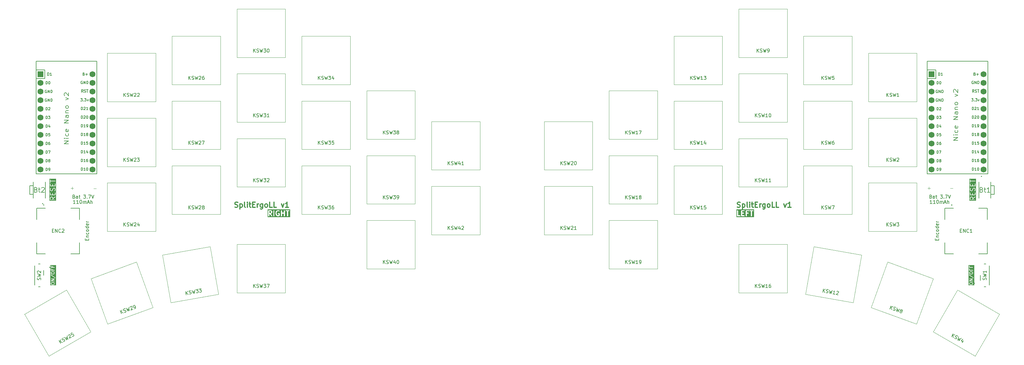
<source format=gbr>
%TF.GenerationSoftware,KiCad,Pcbnew,7.0.9*%
%TF.CreationDate,2023-11-27T10:59:26+01:00*%
%TF.ProjectId,SplitErgoLL_v2,53706c69-7445-4726-976f-4c4c5f76322e,rev?*%
%TF.SameCoordinates,Original*%
%TF.FileFunction,Legend,Top*%
%TF.FilePolarity,Positive*%
%FSLAX46Y46*%
G04 Gerber Fmt 4.6, Leading zero omitted, Abs format (unit mm)*
G04 Created by KiCad (PCBNEW 7.0.9) date 2023-11-27 10:59:26*
%MOMM*%
%LPD*%
G01*
G04 APERTURE LIST*
%ADD10C,0.300000*%
%ADD11C,0.150000*%
%ADD12C,0.203200*%
%ADD13C,0.200000*%
%ADD14C,0.100000*%
%ADD15C,0.120000*%
%ADD16C,0.127000*%
%ADD17R,1.752600X1.752600*%
%ADD18C,1.752600*%
G04 APERTURE END LIST*
D10*
G36*
X279418797Y-123920114D02*
G01*
X274190224Y-123920114D01*
X274190224Y-123555828D01*
X274404510Y-123555828D01*
X274424606Y-123630828D01*
X274479510Y-123685732D01*
X274554510Y-123705828D01*
X275268796Y-123705828D01*
X275343796Y-123685732D01*
X275398700Y-123630828D01*
X275418796Y-123555828D01*
X275618796Y-123555828D01*
X275638892Y-123630828D01*
X275693796Y-123685732D01*
X275768796Y-123705828D01*
X276483082Y-123705828D01*
X276558082Y-123685732D01*
X276612986Y-123630828D01*
X276633082Y-123555828D01*
X276975939Y-123555828D01*
X276996035Y-123630828D01*
X277050939Y-123685732D01*
X277125939Y-123705828D01*
X277200939Y-123685732D01*
X277255843Y-123630828D01*
X277275939Y-123555828D01*
X277275939Y-122920114D01*
X277625939Y-122920114D01*
X277700939Y-122900018D01*
X277755843Y-122845114D01*
X277775939Y-122770114D01*
X277755843Y-122695114D01*
X277700939Y-122640210D01*
X277625939Y-122620114D01*
X277275939Y-122620114D01*
X277275939Y-122205828D01*
X277840225Y-122205828D01*
X277915225Y-122185732D01*
X277970129Y-122130828D01*
X277990225Y-122055828D01*
X278047368Y-122055828D01*
X278067464Y-122130828D01*
X278122368Y-122185732D01*
X278197368Y-122205828D01*
X278475939Y-122205828D01*
X278475939Y-123555828D01*
X278496035Y-123630828D01*
X278550939Y-123685732D01*
X278625939Y-123705828D01*
X278700939Y-123685732D01*
X278755843Y-123630828D01*
X278775939Y-123555828D01*
X278775939Y-122205828D01*
X279054511Y-122205828D01*
X279129511Y-122185732D01*
X279184415Y-122130828D01*
X279204511Y-122055828D01*
X279184415Y-121980828D01*
X279129511Y-121925924D01*
X279054511Y-121905828D01*
X278197368Y-121905828D01*
X278122368Y-121925924D01*
X278067464Y-121980828D01*
X278047368Y-122055828D01*
X277990225Y-122055828D01*
X277970129Y-121980828D01*
X277915225Y-121925924D01*
X277840225Y-121905828D01*
X277125939Y-121905828D01*
X277050939Y-121925924D01*
X276996035Y-121980828D01*
X276975939Y-122055828D01*
X276975939Y-123555828D01*
X276633082Y-123555828D01*
X276612986Y-123480828D01*
X276558082Y-123425924D01*
X276483082Y-123405828D01*
X275918796Y-123405828D01*
X275918796Y-122920114D01*
X276268796Y-122920114D01*
X276343796Y-122900018D01*
X276398700Y-122845114D01*
X276418796Y-122770114D01*
X276398700Y-122695114D01*
X276343796Y-122640210D01*
X276268796Y-122620114D01*
X275918796Y-122620114D01*
X275918796Y-122205828D01*
X276483082Y-122205828D01*
X276558082Y-122185732D01*
X276612986Y-122130828D01*
X276633082Y-122055828D01*
X276612986Y-121980828D01*
X276558082Y-121925924D01*
X276483082Y-121905828D01*
X275768796Y-121905828D01*
X275693796Y-121925924D01*
X275638892Y-121980828D01*
X275618796Y-122055828D01*
X275618796Y-123555828D01*
X275418796Y-123555828D01*
X275398700Y-123480828D01*
X275343796Y-123425924D01*
X275268796Y-123405828D01*
X274704510Y-123405828D01*
X274704510Y-122055828D01*
X274684414Y-121980828D01*
X274629510Y-121925924D01*
X274554510Y-121905828D01*
X274479510Y-121925924D01*
X274424606Y-121980828D01*
X274404510Y-122055828D01*
X274404510Y-123555828D01*
X274190224Y-123555828D01*
X274190224Y-121691542D01*
X279418797Y-121691542D01*
X279418797Y-123920114D01*
G37*
X127302632Y-120984400D02*
X127516918Y-121055828D01*
X127516918Y-121055828D02*
X127874060Y-121055828D01*
X127874060Y-121055828D02*
X128016918Y-120984400D01*
X128016918Y-120984400D02*
X128088346Y-120912971D01*
X128088346Y-120912971D02*
X128159775Y-120770114D01*
X128159775Y-120770114D02*
X128159775Y-120627257D01*
X128159775Y-120627257D02*
X128088346Y-120484400D01*
X128088346Y-120484400D02*
X128016918Y-120412971D01*
X128016918Y-120412971D02*
X127874060Y-120341542D01*
X127874060Y-120341542D02*
X127588346Y-120270114D01*
X127588346Y-120270114D02*
X127445489Y-120198685D01*
X127445489Y-120198685D02*
X127374060Y-120127257D01*
X127374060Y-120127257D02*
X127302632Y-119984400D01*
X127302632Y-119984400D02*
X127302632Y-119841542D01*
X127302632Y-119841542D02*
X127374060Y-119698685D01*
X127374060Y-119698685D02*
X127445489Y-119627257D01*
X127445489Y-119627257D02*
X127588346Y-119555828D01*
X127588346Y-119555828D02*
X127945489Y-119555828D01*
X127945489Y-119555828D02*
X128159775Y-119627257D01*
X128802631Y-120055828D02*
X128802631Y-121555828D01*
X128802631Y-120127257D02*
X128945489Y-120055828D01*
X128945489Y-120055828D02*
X129231203Y-120055828D01*
X129231203Y-120055828D02*
X129374060Y-120127257D01*
X129374060Y-120127257D02*
X129445489Y-120198685D01*
X129445489Y-120198685D02*
X129516917Y-120341542D01*
X129516917Y-120341542D02*
X129516917Y-120770114D01*
X129516917Y-120770114D02*
X129445489Y-120912971D01*
X129445489Y-120912971D02*
X129374060Y-120984400D01*
X129374060Y-120984400D02*
X129231203Y-121055828D01*
X129231203Y-121055828D02*
X128945489Y-121055828D01*
X128945489Y-121055828D02*
X128802631Y-120984400D01*
X130374060Y-121055828D02*
X130231203Y-120984400D01*
X130231203Y-120984400D02*
X130159774Y-120841542D01*
X130159774Y-120841542D02*
X130159774Y-119555828D01*
X130945488Y-121055828D02*
X130945488Y-120055828D01*
X130945488Y-119555828D02*
X130874060Y-119627257D01*
X130874060Y-119627257D02*
X130945488Y-119698685D01*
X130945488Y-119698685D02*
X131016917Y-119627257D01*
X131016917Y-119627257D02*
X130945488Y-119555828D01*
X130945488Y-119555828D02*
X130945488Y-119698685D01*
X131445489Y-120055828D02*
X132016917Y-120055828D01*
X131659774Y-119555828D02*
X131659774Y-120841542D01*
X131659774Y-120841542D02*
X131731203Y-120984400D01*
X131731203Y-120984400D02*
X131874060Y-121055828D01*
X131874060Y-121055828D02*
X132016917Y-121055828D01*
X132516917Y-120270114D02*
X133016917Y-120270114D01*
X133231203Y-121055828D02*
X132516917Y-121055828D01*
X132516917Y-121055828D02*
X132516917Y-119555828D01*
X132516917Y-119555828D02*
X133231203Y-119555828D01*
X133874060Y-121055828D02*
X133874060Y-120055828D01*
X133874060Y-120341542D02*
X133945489Y-120198685D01*
X133945489Y-120198685D02*
X134016918Y-120127257D01*
X134016918Y-120127257D02*
X134159775Y-120055828D01*
X134159775Y-120055828D02*
X134302632Y-120055828D01*
X135445489Y-120055828D02*
X135445489Y-121270114D01*
X135445489Y-121270114D02*
X135374060Y-121412971D01*
X135374060Y-121412971D02*
X135302631Y-121484400D01*
X135302631Y-121484400D02*
X135159774Y-121555828D01*
X135159774Y-121555828D02*
X134945489Y-121555828D01*
X134945489Y-121555828D02*
X134802631Y-121484400D01*
X135445489Y-120984400D02*
X135302631Y-121055828D01*
X135302631Y-121055828D02*
X135016917Y-121055828D01*
X135016917Y-121055828D02*
X134874060Y-120984400D01*
X134874060Y-120984400D02*
X134802631Y-120912971D01*
X134802631Y-120912971D02*
X134731203Y-120770114D01*
X134731203Y-120770114D02*
X134731203Y-120341542D01*
X134731203Y-120341542D02*
X134802631Y-120198685D01*
X134802631Y-120198685D02*
X134874060Y-120127257D01*
X134874060Y-120127257D02*
X135016917Y-120055828D01*
X135016917Y-120055828D02*
X135302631Y-120055828D01*
X135302631Y-120055828D02*
X135445489Y-120127257D01*
X136374060Y-121055828D02*
X136231203Y-120984400D01*
X136231203Y-120984400D02*
X136159774Y-120912971D01*
X136159774Y-120912971D02*
X136088346Y-120770114D01*
X136088346Y-120770114D02*
X136088346Y-120341542D01*
X136088346Y-120341542D02*
X136159774Y-120198685D01*
X136159774Y-120198685D02*
X136231203Y-120127257D01*
X136231203Y-120127257D02*
X136374060Y-120055828D01*
X136374060Y-120055828D02*
X136588346Y-120055828D01*
X136588346Y-120055828D02*
X136731203Y-120127257D01*
X136731203Y-120127257D02*
X136802632Y-120198685D01*
X136802632Y-120198685D02*
X136874060Y-120341542D01*
X136874060Y-120341542D02*
X136874060Y-120770114D01*
X136874060Y-120770114D02*
X136802632Y-120912971D01*
X136802632Y-120912971D02*
X136731203Y-120984400D01*
X136731203Y-120984400D02*
X136588346Y-121055828D01*
X136588346Y-121055828D02*
X136374060Y-121055828D01*
X138231203Y-121055828D02*
X137516917Y-121055828D01*
X137516917Y-121055828D02*
X137516917Y-119555828D01*
X139445489Y-121055828D02*
X138731203Y-121055828D01*
X138731203Y-121055828D02*
X138731203Y-119555828D01*
X140945489Y-120055828D02*
X141302632Y-121055828D01*
X141302632Y-121055828D02*
X141659775Y-120055828D01*
X143016918Y-121055828D02*
X142159775Y-121055828D01*
X142588346Y-121055828D02*
X142588346Y-119555828D01*
X142588346Y-119555828D02*
X142445489Y-119770114D01*
X142445489Y-119770114D02*
X142302632Y-119912971D01*
X142302632Y-119912971D02*
X142159775Y-119984400D01*
X274483082Y-120984400D02*
X274697368Y-121055828D01*
X274697368Y-121055828D02*
X275054510Y-121055828D01*
X275054510Y-121055828D02*
X275197368Y-120984400D01*
X275197368Y-120984400D02*
X275268796Y-120912971D01*
X275268796Y-120912971D02*
X275340225Y-120770114D01*
X275340225Y-120770114D02*
X275340225Y-120627257D01*
X275340225Y-120627257D02*
X275268796Y-120484400D01*
X275268796Y-120484400D02*
X275197368Y-120412971D01*
X275197368Y-120412971D02*
X275054510Y-120341542D01*
X275054510Y-120341542D02*
X274768796Y-120270114D01*
X274768796Y-120270114D02*
X274625939Y-120198685D01*
X274625939Y-120198685D02*
X274554510Y-120127257D01*
X274554510Y-120127257D02*
X274483082Y-119984400D01*
X274483082Y-119984400D02*
X274483082Y-119841542D01*
X274483082Y-119841542D02*
X274554510Y-119698685D01*
X274554510Y-119698685D02*
X274625939Y-119627257D01*
X274625939Y-119627257D02*
X274768796Y-119555828D01*
X274768796Y-119555828D02*
X275125939Y-119555828D01*
X275125939Y-119555828D02*
X275340225Y-119627257D01*
X275983081Y-120055828D02*
X275983081Y-121555828D01*
X275983081Y-120127257D02*
X276125939Y-120055828D01*
X276125939Y-120055828D02*
X276411653Y-120055828D01*
X276411653Y-120055828D02*
X276554510Y-120127257D01*
X276554510Y-120127257D02*
X276625939Y-120198685D01*
X276625939Y-120198685D02*
X276697367Y-120341542D01*
X276697367Y-120341542D02*
X276697367Y-120770114D01*
X276697367Y-120770114D02*
X276625939Y-120912971D01*
X276625939Y-120912971D02*
X276554510Y-120984400D01*
X276554510Y-120984400D02*
X276411653Y-121055828D01*
X276411653Y-121055828D02*
X276125939Y-121055828D01*
X276125939Y-121055828D02*
X275983081Y-120984400D01*
X277554510Y-121055828D02*
X277411653Y-120984400D01*
X277411653Y-120984400D02*
X277340224Y-120841542D01*
X277340224Y-120841542D02*
X277340224Y-119555828D01*
X278125938Y-121055828D02*
X278125938Y-120055828D01*
X278125938Y-119555828D02*
X278054510Y-119627257D01*
X278054510Y-119627257D02*
X278125938Y-119698685D01*
X278125938Y-119698685D02*
X278197367Y-119627257D01*
X278197367Y-119627257D02*
X278125938Y-119555828D01*
X278125938Y-119555828D02*
X278125938Y-119698685D01*
X278625939Y-120055828D02*
X279197367Y-120055828D01*
X278840224Y-119555828D02*
X278840224Y-120841542D01*
X278840224Y-120841542D02*
X278911653Y-120984400D01*
X278911653Y-120984400D02*
X279054510Y-121055828D01*
X279054510Y-121055828D02*
X279197367Y-121055828D01*
X279697367Y-120270114D02*
X280197367Y-120270114D01*
X280411653Y-121055828D02*
X279697367Y-121055828D01*
X279697367Y-121055828D02*
X279697367Y-119555828D01*
X279697367Y-119555828D02*
X280411653Y-119555828D01*
X281054510Y-121055828D02*
X281054510Y-120055828D01*
X281054510Y-120341542D02*
X281125939Y-120198685D01*
X281125939Y-120198685D02*
X281197368Y-120127257D01*
X281197368Y-120127257D02*
X281340225Y-120055828D01*
X281340225Y-120055828D02*
X281483082Y-120055828D01*
X282625939Y-120055828D02*
X282625939Y-121270114D01*
X282625939Y-121270114D02*
X282554510Y-121412971D01*
X282554510Y-121412971D02*
X282483081Y-121484400D01*
X282483081Y-121484400D02*
X282340224Y-121555828D01*
X282340224Y-121555828D02*
X282125939Y-121555828D01*
X282125939Y-121555828D02*
X281983081Y-121484400D01*
X282625939Y-120984400D02*
X282483081Y-121055828D01*
X282483081Y-121055828D02*
X282197367Y-121055828D01*
X282197367Y-121055828D02*
X282054510Y-120984400D01*
X282054510Y-120984400D02*
X281983081Y-120912971D01*
X281983081Y-120912971D02*
X281911653Y-120770114D01*
X281911653Y-120770114D02*
X281911653Y-120341542D01*
X281911653Y-120341542D02*
X281983081Y-120198685D01*
X281983081Y-120198685D02*
X282054510Y-120127257D01*
X282054510Y-120127257D02*
X282197367Y-120055828D01*
X282197367Y-120055828D02*
X282483081Y-120055828D01*
X282483081Y-120055828D02*
X282625939Y-120127257D01*
X283554510Y-121055828D02*
X283411653Y-120984400D01*
X283411653Y-120984400D02*
X283340224Y-120912971D01*
X283340224Y-120912971D02*
X283268796Y-120770114D01*
X283268796Y-120770114D02*
X283268796Y-120341542D01*
X283268796Y-120341542D02*
X283340224Y-120198685D01*
X283340224Y-120198685D02*
X283411653Y-120127257D01*
X283411653Y-120127257D02*
X283554510Y-120055828D01*
X283554510Y-120055828D02*
X283768796Y-120055828D01*
X283768796Y-120055828D02*
X283911653Y-120127257D01*
X283911653Y-120127257D02*
X283983082Y-120198685D01*
X283983082Y-120198685D02*
X284054510Y-120341542D01*
X284054510Y-120341542D02*
X284054510Y-120770114D01*
X284054510Y-120770114D02*
X283983082Y-120912971D01*
X283983082Y-120912971D02*
X283911653Y-120984400D01*
X283911653Y-120984400D02*
X283768796Y-121055828D01*
X283768796Y-121055828D02*
X283554510Y-121055828D01*
X285411653Y-121055828D02*
X284697367Y-121055828D01*
X284697367Y-121055828D02*
X284697367Y-119555828D01*
X286625939Y-121055828D02*
X285911653Y-121055828D01*
X285911653Y-121055828D02*
X285911653Y-119555828D01*
X288125939Y-120055828D02*
X288483082Y-121055828D01*
X288483082Y-121055828D02*
X288840225Y-120055828D01*
X290197368Y-121055828D02*
X289340225Y-121055828D01*
X289768796Y-121055828D02*
X289768796Y-119555828D01*
X289768796Y-119555828D02*
X289625939Y-119770114D01*
X289625939Y-119770114D02*
X289483082Y-119912971D01*
X289483082Y-119912971D02*
X289340225Y-119984400D01*
G36*
X137856635Y-122250535D02*
G01*
X137893639Y-122287539D01*
X137938345Y-122376951D01*
X137938345Y-122520418D01*
X137893638Y-122609831D01*
X137856633Y-122646836D01*
X137767221Y-122691542D01*
X137381202Y-122691542D01*
X137381202Y-122205828D01*
X137767221Y-122205828D01*
X137856635Y-122250535D01*
G37*
G36*
X143524061Y-123920114D02*
G01*
X136866916Y-123920114D01*
X136866916Y-123555828D01*
X137081202Y-123555828D01*
X137101298Y-123630828D01*
X137156202Y-123685732D01*
X137231202Y-123705828D01*
X137306202Y-123685732D01*
X137361106Y-123630828D01*
X137381202Y-123555828D01*
X137381202Y-122991542D01*
X137510247Y-122991542D01*
X137965460Y-123641847D01*
X138024933Y-123691765D01*
X138101398Y-123705259D01*
X138174364Y-123678713D01*
X138224282Y-123619240D01*
X138235472Y-123555828D01*
X138581202Y-123555828D01*
X138601298Y-123630828D01*
X138656202Y-123685732D01*
X138731202Y-123705828D01*
X138806202Y-123685732D01*
X138861106Y-123630828D01*
X138881202Y-123555828D01*
X138881202Y-122912971D01*
X139224060Y-122912971D01*
X139228850Y-122930848D01*
X139228539Y-122949351D01*
X139299967Y-123235065D01*
X139308003Y-123249542D01*
X139311324Y-123265767D01*
X139382753Y-123408624D01*
X139398775Y-123426693D01*
X139410851Y-123447608D01*
X139553708Y-123590466D01*
X139583567Y-123607705D01*
X139612340Y-123626703D01*
X139826626Y-123698131D01*
X139850734Y-123699578D01*
X139874060Y-123705828D01*
X140016917Y-123705828D01*
X140040242Y-123699578D01*
X140064351Y-123698131D01*
X140278637Y-123626703D01*
X140307412Y-123607703D01*
X140337270Y-123590465D01*
X140371907Y-123555828D01*
X140795488Y-123555828D01*
X140815584Y-123630828D01*
X140870488Y-123685732D01*
X140945488Y-123705828D01*
X141020488Y-123685732D01*
X141075392Y-123630828D01*
X141095488Y-123555828D01*
X141095488Y-122920114D01*
X141652631Y-122920114D01*
X141652631Y-123555828D01*
X141672727Y-123630828D01*
X141727631Y-123685732D01*
X141802631Y-123705828D01*
X141877631Y-123685732D01*
X141932535Y-123630828D01*
X141952631Y-123555828D01*
X141952631Y-122055828D01*
X142152632Y-122055828D01*
X142172728Y-122130828D01*
X142227632Y-122185732D01*
X142302632Y-122205828D01*
X142581203Y-122205828D01*
X142581203Y-123555828D01*
X142601299Y-123630828D01*
X142656203Y-123685732D01*
X142731203Y-123705828D01*
X142806203Y-123685732D01*
X142861107Y-123630828D01*
X142881203Y-123555828D01*
X142881203Y-122205828D01*
X143159775Y-122205828D01*
X143234775Y-122185732D01*
X143289679Y-122130828D01*
X143309775Y-122055828D01*
X143289679Y-121980828D01*
X143234775Y-121925924D01*
X143159775Y-121905828D01*
X142302632Y-121905828D01*
X142227632Y-121925924D01*
X142172728Y-121980828D01*
X142152632Y-122055828D01*
X141952631Y-122055828D01*
X141932535Y-121980828D01*
X141877631Y-121925924D01*
X141802631Y-121905828D01*
X141727631Y-121925924D01*
X141672727Y-121980828D01*
X141652631Y-122055828D01*
X141652631Y-122620114D01*
X141095488Y-122620114D01*
X141095488Y-122055828D01*
X141075392Y-121980828D01*
X141020488Y-121925924D01*
X140945488Y-121905828D01*
X140870488Y-121925924D01*
X140815584Y-121980828D01*
X140795488Y-122055828D01*
X140795488Y-123555828D01*
X140371907Y-123555828D01*
X140408698Y-123519036D01*
X140418571Y-123501934D01*
X140432535Y-123487971D01*
X140437646Y-123468894D01*
X140447520Y-123451793D01*
X140447520Y-123432045D01*
X140452631Y-123412971D01*
X140452631Y-122912971D01*
X140432535Y-122837971D01*
X140377631Y-122783067D01*
X140302631Y-122762971D01*
X140016917Y-122762971D01*
X139941917Y-122783067D01*
X139887013Y-122837971D01*
X139866917Y-122912971D01*
X139887013Y-122987971D01*
X139941917Y-123042875D01*
X140016917Y-123062971D01*
X140152631Y-123062971D01*
X140152631Y-123350839D01*
X140150176Y-123353294D01*
X139992574Y-123405828D01*
X139898403Y-123405828D01*
X139740800Y-123353294D01*
X139640195Y-123252688D01*
X139587014Y-123146328D01*
X139524060Y-122894507D01*
X139524060Y-122717148D01*
X139587014Y-122465327D01*
X139640195Y-122358967D01*
X139740801Y-122258361D01*
X139898403Y-122205828D01*
X140052936Y-122205828D01*
X140164120Y-122261421D01*
X140240190Y-122276988D01*
X140313851Y-122252434D01*
X140365367Y-122194339D01*
X140380934Y-122118270D01*
X140356380Y-122044609D01*
X140298285Y-121993093D01*
X140155428Y-121921664D01*
X140121647Y-121914751D01*
X140088346Y-121905828D01*
X139874060Y-121905828D01*
X139850731Y-121912078D01*
X139826625Y-121913526D01*
X139612340Y-121984955D01*
X139583567Y-122003951D01*
X139553708Y-122021191D01*
X139410851Y-122164048D01*
X139398775Y-122184963D01*
X139382753Y-122203032D01*
X139311324Y-122345889D01*
X139308003Y-122362113D01*
X139299967Y-122376591D01*
X139228539Y-122662305D01*
X139228850Y-122680807D01*
X139224060Y-122698685D01*
X139224060Y-122912971D01*
X138881202Y-122912971D01*
X138881202Y-122055828D01*
X138861106Y-121980828D01*
X138806202Y-121925924D01*
X138731202Y-121905828D01*
X138656202Y-121925924D01*
X138601298Y-121980828D01*
X138581202Y-122055828D01*
X138581202Y-123555828D01*
X138235472Y-123555828D01*
X138237776Y-123542775D01*
X138211230Y-123469809D01*
X137865903Y-122976485D01*
X137869713Y-122975706D01*
X138012570Y-122904278D01*
X138030639Y-122888254D01*
X138051554Y-122876180D01*
X138122983Y-122804751D01*
X138135057Y-122783836D01*
X138151081Y-122765767D01*
X138222509Y-122622909D01*
X138229420Y-122589133D01*
X138238345Y-122555828D01*
X138238345Y-122341542D01*
X138229420Y-122308236D01*
X138222509Y-122274461D01*
X138151081Y-122131603D01*
X138135057Y-122113533D01*
X138122982Y-122092618D01*
X138051553Y-122021190D01*
X138030638Y-122009115D01*
X138012570Y-121993093D01*
X137869713Y-121921664D01*
X137835932Y-121914751D01*
X137802631Y-121905828D01*
X137231202Y-121905828D01*
X137156202Y-121925924D01*
X137101298Y-121980828D01*
X137081202Y-122055828D01*
X137081202Y-123555828D01*
X136866916Y-123555828D01*
X136866916Y-121691542D01*
X143524061Y-121691542D01*
X143524061Y-123920114D01*
G37*
D11*
X189758095Y-108604819D02*
X189758095Y-107604819D01*
X190329523Y-108604819D02*
X189900952Y-108033390D01*
X190329523Y-107604819D02*
X189758095Y-108176247D01*
X190710476Y-108557200D02*
X190853333Y-108604819D01*
X190853333Y-108604819D02*
X191091428Y-108604819D01*
X191091428Y-108604819D02*
X191186666Y-108557200D01*
X191186666Y-108557200D02*
X191234285Y-108509580D01*
X191234285Y-108509580D02*
X191281904Y-108414342D01*
X191281904Y-108414342D02*
X191281904Y-108319104D01*
X191281904Y-108319104D02*
X191234285Y-108223866D01*
X191234285Y-108223866D02*
X191186666Y-108176247D01*
X191186666Y-108176247D02*
X191091428Y-108128628D01*
X191091428Y-108128628D02*
X190900952Y-108081009D01*
X190900952Y-108081009D02*
X190805714Y-108033390D01*
X190805714Y-108033390D02*
X190758095Y-107985771D01*
X190758095Y-107985771D02*
X190710476Y-107890533D01*
X190710476Y-107890533D02*
X190710476Y-107795295D01*
X190710476Y-107795295D02*
X190758095Y-107700057D01*
X190758095Y-107700057D02*
X190805714Y-107652438D01*
X190805714Y-107652438D02*
X190900952Y-107604819D01*
X190900952Y-107604819D02*
X191139047Y-107604819D01*
X191139047Y-107604819D02*
X191281904Y-107652438D01*
X191615238Y-107604819D02*
X191853333Y-108604819D01*
X191853333Y-108604819D02*
X192043809Y-107890533D01*
X192043809Y-107890533D02*
X192234285Y-108604819D01*
X192234285Y-108604819D02*
X192472381Y-107604819D01*
X193281904Y-107938152D02*
X193281904Y-108604819D01*
X193043809Y-107557200D02*
X192805714Y-108271485D01*
X192805714Y-108271485D02*
X193424761Y-108271485D01*
X194329523Y-108604819D02*
X193758095Y-108604819D01*
X194043809Y-108604819D02*
X194043809Y-107604819D01*
X194043809Y-107604819D02*
X193948571Y-107747676D01*
X193948571Y-107747676D02*
X193853333Y-107842914D01*
X193853333Y-107842914D02*
X193758095Y-107890533D01*
X94758095Y-126604819D02*
X94758095Y-125604819D01*
X95329523Y-126604819D02*
X94900952Y-126033390D01*
X95329523Y-125604819D02*
X94758095Y-126176247D01*
X95710476Y-126557200D02*
X95853333Y-126604819D01*
X95853333Y-126604819D02*
X96091428Y-126604819D01*
X96091428Y-126604819D02*
X96186666Y-126557200D01*
X96186666Y-126557200D02*
X96234285Y-126509580D01*
X96234285Y-126509580D02*
X96281904Y-126414342D01*
X96281904Y-126414342D02*
X96281904Y-126319104D01*
X96281904Y-126319104D02*
X96234285Y-126223866D01*
X96234285Y-126223866D02*
X96186666Y-126176247D01*
X96186666Y-126176247D02*
X96091428Y-126128628D01*
X96091428Y-126128628D02*
X95900952Y-126081009D01*
X95900952Y-126081009D02*
X95805714Y-126033390D01*
X95805714Y-126033390D02*
X95758095Y-125985771D01*
X95758095Y-125985771D02*
X95710476Y-125890533D01*
X95710476Y-125890533D02*
X95710476Y-125795295D01*
X95710476Y-125795295D02*
X95758095Y-125700057D01*
X95758095Y-125700057D02*
X95805714Y-125652438D01*
X95805714Y-125652438D02*
X95900952Y-125604819D01*
X95900952Y-125604819D02*
X96139047Y-125604819D01*
X96139047Y-125604819D02*
X96281904Y-125652438D01*
X96615238Y-125604819D02*
X96853333Y-126604819D01*
X96853333Y-126604819D02*
X97043809Y-125890533D01*
X97043809Y-125890533D02*
X97234285Y-126604819D01*
X97234285Y-126604819D02*
X97472381Y-125604819D01*
X97805714Y-125700057D02*
X97853333Y-125652438D01*
X97853333Y-125652438D02*
X97948571Y-125604819D01*
X97948571Y-125604819D02*
X98186666Y-125604819D01*
X98186666Y-125604819D02*
X98281904Y-125652438D01*
X98281904Y-125652438D02*
X98329523Y-125700057D01*
X98329523Y-125700057D02*
X98377142Y-125795295D01*
X98377142Y-125795295D02*
X98377142Y-125890533D01*
X98377142Y-125890533D02*
X98329523Y-126033390D01*
X98329523Y-126033390D02*
X97758095Y-126604819D01*
X97758095Y-126604819D02*
X98377142Y-126604819D01*
X99234285Y-125938152D02*
X99234285Y-126604819D01*
X98996190Y-125557200D02*
X98758095Y-126271485D01*
X98758095Y-126271485D02*
X99377142Y-126271485D01*
X299234286Y-121604819D02*
X299234286Y-120604819D01*
X299805714Y-121604819D02*
X299377143Y-121033390D01*
X299805714Y-120604819D02*
X299234286Y-121176247D01*
X300186667Y-121557200D02*
X300329524Y-121604819D01*
X300329524Y-121604819D02*
X300567619Y-121604819D01*
X300567619Y-121604819D02*
X300662857Y-121557200D01*
X300662857Y-121557200D02*
X300710476Y-121509580D01*
X300710476Y-121509580D02*
X300758095Y-121414342D01*
X300758095Y-121414342D02*
X300758095Y-121319104D01*
X300758095Y-121319104D02*
X300710476Y-121223866D01*
X300710476Y-121223866D02*
X300662857Y-121176247D01*
X300662857Y-121176247D02*
X300567619Y-121128628D01*
X300567619Y-121128628D02*
X300377143Y-121081009D01*
X300377143Y-121081009D02*
X300281905Y-121033390D01*
X300281905Y-121033390D02*
X300234286Y-120985771D01*
X300234286Y-120985771D02*
X300186667Y-120890533D01*
X300186667Y-120890533D02*
X300186667Y-120795295D01*
X300186667Y-120795295D02*
X300234286Y-120700057D01*
X300234286Y-120700057D02*
X300281905Y-120652438D01*
X300281905Y-120652438D02*
X300377143Y-120604819D01*
X300377143Y-120604819D02*
X300615238Y-120604819D01*
X300615238Y-120604819D02*
X300758095Y-120652438D01*
X301091429Y-120604819D02*
X301329524Y-121604819D01*
X301329524Y-121604819D02*
X301520000Y-120890533D01*
X301520000Y-120890533D02*
X301710476Y-121604819D01*
X301710476Y-121604819D02*
X301948572Y-120604819D01*
X302234286Y-120604819D02*
X302900952Y-120604819D01*
X302900952Y-120604819D02*
X302472381Y-121604819D01*
X279758095Y-113604819D02*
X279758095Y-112604819D01*
X280329523Y-113604819D02*
X279900952Y-113033390D01*
X280329523Y-112604819D02*
X279758095Y-113176247D01*
X280710476Y-113557200D02*
X280853333Y-113604819D01*
X280853333Y-113604819D02*
X281091428Y-113604819D01*
X281091428Y-113604819D02*
X281186666Y-113557200D01*
X281186666Y-113557200D02*
X281234285Y-113509580D01*
X281234285Y-113509580D02*
X281281904Y-113414342D01*
X281281904Y-113414342D02*
X281281904Y-113319104D01*
X281281904Y-113319104D02*
X281234285Y-113223866D01*
X281234285Y-113223866D02*
X281186666Y-113176247D01*
X281186666Y-113176247D02*
X281091428Y-113128628D01*
X281091428Y-113128628D02*
X280900952Y-113081009D01*
X280900952Y-113081009D02*
X280805714Y-113033390D01*
X280805714Y-113033390D02*
X280758095Y-112985771D01*
X280758095Y-112985771D02*
X280710476Y-112890533D01*
X280710476Y-112890533D02*
X280710476Y-112795295D01*
X280710476Y-112795295D02*
X280758095Y-112700057D01*
X280758095Y-112700057D02*
X280805714Y-112652438D01*
X280805714Y-112652438D02*
X280900952Y-112604819D01*
X280900952Y-112604819D02*
X281139047Y-112604819D01*
X281139047Y-112604819D02*
X281281904Y-112652438D01*
X281615238Y-112604819D02*
X281853333Y-113604819D01*
X281853333Y-113604819D02*
X282043809Y-112890533D01*
X282043809Y-112890533D02*
X282234285Y-113604819D01*
X282234285Y-113604819D02*
X282472381Y-112604819D01*
X283377142Y-113604819D02*
X282805714Y-113604819D01*
X283091428Y-113604819D02*
X283091428Y-112604819D01*
X283091428Y-112604819D02*
X282996190Y-112747676D01*
X282996190Y-112747676D02*
X282900952Y-112842914D01*
X282900952Y-112842914D02*
X282805714Y-112890533D01*
X284329523Y-113604819D02*
X283758095Y-113604819D01*
X284043809Y-113604819D02*
X284043809Y-112604819D01*
X284043809Y-112604819D02*
X283948571Y-112747676D01*
X283948571Y-112747676D02*
X283853333Y-112842914D01*
X283853333Y-112842914D02*
X283758095Y-112890533D01*
X70407200Y-142333332D02*
X70454819Y-142190475D01*
X70454819Y-142190475D02*
X70454819Y-141952380D01*
X70454819Y-141952380D02*
X70407200Y-141857142D01*
X70407200Y-141857142D02*
X70359580Y-141809523D01*
X70359580Y-141809523D02*
X70264342Y-141761904D01*
X70264342Y-141761904D02*
X70169104Y-141761904D01*
X70169104Y-141761904D02*
X70073866Y-141809523D01*
X70073866Y-141809523D02*
X70026247Y-141857142D01*
X70026247Y-141857142D02*
X69978628Y-141952380D01*
X69978628Y-141952380D02*
X69931009Y-142142856D01*
X69931009Y-142142856D02*
X69883390Y-142238094D01*
X69883390Y-142238094D02*
X69835771Y-142285713D01*
X69835771Y-142285713D02*
X69740533Y-142333332D01*
X69740533Y-142333332D02*
X69645295Y-142333332D01*
X69645295Y-142333332D02*
X69550057Y-142285713D01*
X69550057Y-142285713D02*
X69502438Y-142238094D01*
X69502438Y-142238094D02*
X69454819Y-142142856D01*
X69454819Y-142142856D02*
X69454819Y-141904761D01*
X69454819Y-141904761D02*
X69502438Y-141761904D01*
X69454819Y-141428570D02*
X70454819Y-141190475D01*
X70454819Y-141190475D02*
X69740533Y-140999999D01*
X69740533Y-140999999D02*
X70454819Y-140809523D01*
X70454819Y-140809523D02*
X69454819Y-140571428D01*
X69550057Y-140238094D02*
X69502438Y-140190475D01*
X69502438Y-140190475D02*
X69454819Y-140095237D01*
X69454819Y-140095237D02*
X69454819Y-139857142D01*
X69454819Y-139857142D02*
X69502438Y-139761904D01*
X69502438Y-139761904D02*
X69550057Y-139714285D01*
X69550057Y-139714285D02*
X69645295Y-139666666D01*
X69645295Y-139666666D02*
X69740533Y-139666666D01*
X69740533Y-139666666D02*
X69883390Y-139714285D01*
X69883390Y-139714285D02*
X70454819Y-140285713D01*
X70454819Y-140285713D02*
X70454819Y-139666666D01*
G36*
X74273617Y-143210579D02*
G01*
X74345561Y-143282522D01*
X74379819Y-143351038D01*
X74379819Y-143506104D01*
X74345561Y-143574619D01*
X74273617Y-143646562D01*
X74112251Y-143686904D01*
X73797386Y-143686904D01*
X73636019Y-143646562D01*
X73564077Y-143574620D01*
X73529819Y-143506104D01*
X73529819Y-143351038D01*
X73564077Y-143282522D01*
X73636019Y-143210579D01*
X73797386Y-143170238D01*
X74112251Y-143170238D01*
X74273617Y-143210579D01*
G37*
G36*
X74273617Y-140067722D02*
G01*
X74345561Y-140139665D01*
X74379819Y-140208181D01*
X74379819Y-140363247D01*
X74345561Y-140431762D01*
X74273617Y-140503705D01*
X74112251Y-140544047D01*
X73797386Y-140544047D01*
X73636019Y-140503705D01*
X73564077Y-140431763D01*
X73529819Y-140363247D01*
X73529819Y-140208181D01*
X73564077Y-140139665D01*
X73636019Y-140067722D01*
X73797386Y-140027381D01*
X74112251Y-140027381D01*
X74273617Y-140067722D01*
G37*
G36*
X74910616Y-143979761D02*
G01*
X73189498Y-143979761D01*
X73189498Y-143523809D01*
X73379819Y-143523809D01*
X73381352Y-143528022D01*
X73380311Y-143532383D01*
X73387737Y-143557350D01*
X73435356Y-143652588D01*
X73436545Y-143653713D01*
X73449405Y-143672080D01*
X73544643Y-143767318D01*
X73551350Y-143770445D01*
X73555697Y-143776436D01*
X73579486Y-143787046D01*
X73769962Y-143834665D01*
X73773410Y-143834304D01*
X73788152Y-143836904D01*
X74121485Y-143836904D01*
X74124742Y-143835718D01*
X74139675Y-143834665D01*
X74330151Y-143787046D01*
X74336283Y-143782903D01*
X74343657Y-143782259D01*
X74364994Y-143767318D01*
X74460233Y-143672080D01*
X74460924Y-143670597D01*
X74474282Y-143652588D01*
X74521901Y-143557350D01*
X74522413Y-143552896D01*
X74525296Y-143549461D01*
X74529819Y-143523809D01*
X74529819Y-143333333D01*
X74528285Y-143329119D01*
X74529327Y-143324758D01*
X74521901Y-143299792D01*
X74474282Y-143204554D01*
X74473095Y-143203430D01*
X74460233Y-143185062D01*
X74364994Y-143089824D01*
X74358286Y-143086696D01*
X74353940Y-143080706D01*
X74330151Y-143070096D01*
X74139675Y-143022477D01*
X74136226Y-143022837D01*
X74121485Y-143020238D01*
X73788152Y-143020238D01*
X73784894Y-143021423D01*
X73769962Y-143022477D01*
X73579486Y-143070096D01*
X73573353Y-143074237D01*
X73565980Y-143074883D01*
X73544643Y-143089824D01*
X73449405Y-143185062D01*
X73448714Y-143186543D01*
X73435356Y-143204554D01*
X73387737Y-143299792D01*
X73387224Y-143304245D01*
X73384342Y-143307681D01*
X73379819Y-143333333D01*
X73379819Y-143523809D01*
X73189498Y-143523809D01*
X73189498Y-142653642D01*
X73380958Y-142653642D01*
X73384314Y-142672675D01*
X73384228Y-142692003D01*
X73388662Y-142697336D01*
X73389867Y-142704166D01*
X73404673Y-142716590D01*
X73417030Y-142731450D01*
X73423853Y-142732684D01*
X73429167Y-142737143D01*
X73454819Y-142741666D01*
X74454819Y-142741666D01*
X74503028Y-142724119D01*
X74528680Y-142679690D01*
X74519771Y-142629166D01*
X74480471Y-142596189D01*
X74454819Y-142591666D01*
X73737236Y-142591666D01*
X74492030Y-142160356D01*
X74496511Y-142155062D01*
X74503028Y-142152691D01*
X74512691Y-142135953D01*
X74525181Y-142121203D01*
X74525211Y-142114268D01*
X74528680Y-142108262D01*
X74525323Y-142089228D01*
X74525410Y-142069901D01*
X74520975Y-142064567D01*
X74519771Y-142057738D01*
X74504964Y-142045313D01*
X74492608Y-142030454D01*
X74485784Y-142029219D01*
X74480471Y-142024761D01*
X74454819Y-142020238D01*
X73454819Y-142020238D01*
X73406610Y-142037785D01*
X73380958Y-142082214D01*
X73389867Y-142132738D01*
X73429167Y-142165715D01*
X73454819Y-142170238D01*
X74172402Y-142170238D01*
X73417609Y-142601548D01*
X73413127Y-142606840D01*
X73406610Y-142609213D01*
X73396945Y-142625952D01*
X73384457Y-142640701D01*
X73384426Y-142647635D01*
X73380958Y-142653642D01*
X73189498Y-142653642D01*
X73189498Y-140899935D01*
X73332355Y-140899935D01*
X73346763Y-140949173D01*
X73365598Y-140967166D01*
X74651312Y-141824308D01*
X74701158Y-141836450D01*
X74747146Y-141813712D01*
X74767759Y-141766731D01*
X74753352Y-141717493D01*
X74734517Y-141699500D01*
X73448802Y-140842358D01*
X73398957Y-140830217D01*
X73352968Y-140852955D01*
X73332355Y-140899935D01*
X73189498Y-140899935D01*
X73189498Y-140380952D01*
X73379819Y-140380952D01*
X73381352Y-140385165D01*
X73380311Y-140389526D01*
X73387737Y-140414493D01*
X73435356Y-140509731D01*
X73436545Y-140510856D01*
X73449405Y-140529223D01*
X73544643Y-140624461D01*
X73551350Y-140627588D01*
X73555697Y-140633579D01*
X73579486Y-140644189D01*
X73769962Y-140691808D01*
X73773410Y-140691447D01*
X73788152Y-140694047D01*
X74121485Y-140694047D01*
X74124742Y-140692861D01*
X74139675Y-140691808D01*
X74330151Y-140644189D01*
X74336283Y-140640046D01*
X74343657Y-140639402D01*
X74364994Y-140624461D01*
X74460233Y-140529223D01*
X74460924Y-140527740D01*
X74474282Y-140509731D01*
X74521901Y-140414493D01*
X74522413Y-140410039D01*
X74525296Y-140406604D01*
X74529819Y-140380952D01*
X74529819Y-140190476D01*
X74528285Y-140186262D01*
X74529327Y-140181901D01*
X74521901Y-140156935D01*
X74474282Y-140061697D01*
X74473095Y-140060573D01*
X74460233Y-140042205D01*
X74364994Y-139946967D01*
X74358286Y-139943839D01*
X74353940Y-139937849D01*
X74330151Y-139927239D01*
X74139675Y-139879620D01*
X74136226Y-139879980D01*
X74121485Y-139877381D01*
X73788152Y-139877381D01*
X73784894Y-139878566D01*
X73769962Y-139879620D01*
X73579486Y-139927239D01*
X73573353Y-139931380D01*
X73565980Y-139932026D01*
X73544643Y-139946967D01*
X73449405Y-140042205D01*
X73448714Y-140043686D01*
X73435356Y-140061697D01*
X73387737Y-140156935D01*
X73387224Y-140161388D01*
X73384342Y-140164824D01*
X73379819Y-140190476D01*
X73379819Y-140380952D01*
X73189498Y-140380952D01*
X73189498Y-139523809D01*
X73379819Y-139523809D01*
X73386482Y-139542117D01*
X73389867Y-139561309D01*
X73395051Y-139565659D01*
X73397366Y-139572018D01*
X73414239Y-139581760D01*
X73429167Y-139594286D01*
X73438909Y-139596003D01*
X73441795Y-139597670D01*
X73445077Y-139597091D01*
X73454819Y-139598809D01*
X74454819Y-139598809D01*
X74503028Y-139581262D01*
X74528680Y-139536833D01*
X74519771Y-139486309D01*
X74480471Y-139453332D01*
X74454819Y-139448809D01*
X74006009Y-139448809D01*
X74006009Y-139190476D01*
X73988462Y-139142267D01*
X73944033Y-139116615D01*
X73893509Y-139125524D01*
X73860532Y-139164824D01*
X73856009Y-139190476D01*
X73856009Y-139448809D01*
X73529819Y-139448809D01*
X73529819Y-139047619D01*
X73512272Y-138999410D01*
X73467843Y-138973758D01*
X73417319Y-138982667D01*
X73384342Y-139021967D01*
X73379819Y-139047619D01*
X73379819Y-139523809D01*
X73189498Y-139523809D01*
X73189498Y-138666666D01*
X73379819Y-138666666D01*
X73386482Y-138684974D01*
X73389867Y-138704166D01*
X73395051Y-138708516D01*
X73397366Y-138714875D01*
X73414239Y-138724617D01*
X73429167Y-138737143D01*
X73438909Y-138738860D01*
X73441795Y-138740527D01*
X73445077Y-138739948D01*
X73454819Y-138741666D01*
X74454819Y-138741666D01*
X74503028Y-138724119D01*
X74528680Y-138679690D01*
X74519771Y-138629166D01*
X74480471Y-138596189D01*
X74454819Y-138591666D01*
X74006009Y-138591666D01*
X74006009Y-138333333D01*
X73988462Y-138285124D01*
X73944033Y-138259472D01*
X73893509Y-138268381D01*
X73860532Y-138307681D01*
X73856009Y-138333333D01*
X73856009Y-138591666D01*
X73529819Y-138591666D01*
X73529819Y-138190476D01*
X73512272Y-138142267D01*
X73467843Y-138116615D01*
X73417319Y-138125524D01*
X73384342Y-138164824D01*
X73379819Y-138190476D01*
X73379819Y-138666666D01*
X73189498Y-138666666D01*
X73189498Y-137973758D01*
X74910616Y-137973758D01*
X74910616Y-143979761D01*
G37*
X337267846Y-158971058D02*
X337767846Y-158105033D01*
X337762718Y-159256773D02*
X337677279Y-158547615D01*
X338262718Y-158390747D02*
X337482132Y-158599905D01*
X338116442Y-159406010D02*
X338216351Y-159518678D01*
X338216351Y-159518678D02*
X338422547Y-159637725D01*
X338422547Y-159637725D02*
X338528835Y-159644105D01*
X338528835Y-159644105D02*
X338593884Y-159626675D01*
X338593884Y-159626675D02*
X338682742Y-159568006D01*
X338682742Y-159568006D02*
X338730361Y-159485527D01*
X338730361Y-159485527D02*
X338736741Y-159379239D01*
X338736741Y-159379239D02*
X338719311Y-159314190D01*
X338719311Y-159314190D02*
X338660642Y-159225332D01*
X338660642Y-159225332D02*
X338519495Y-159088855D01*
X338519495Y-159088855D02*
X338460825Y-158999996D01*
X338460825Y-158999996D02*
X338443396Y-158934948D01*
X338443396Y-158934948D02*
X338449775Y-158828659D01*
X338449775Y-158828659D02*
X338497394Y-158746181D01*
X338497394Y-158746181D02*
X338586253Y-158687512D01*
X338586253Y-158687512D02*
X338651302Y-158670082D01*
X338651302Y-158670082D02*
X338757590Y-158676462D01*
X338757590Y-158676462D02*
X338963786Y-158795509D01*
X338963786Y-158795509D02*
X339063695Y-158908177D01*
X339376179Y-159033605D02*
X339082376Y-160018678D01*
X339082376Y-160018678D02*
X339604476Y-159495326D01*
X339604476Y-159495326D02*
X339412290Y-160209154D01*
X339412290Y-160209154D02*
X340118487Y-159462176D01*
X340652888Y-160155613D02*
X340319555Y-160732963D01*
X340637168Y-159706651D02*
X340073829Y-160206193D01*
X340073829Y-160206193D02*
X340609940Y-160515717D01*
X260758095Y-121604819D02*
X260758095Y-120604819D01*
X261329523Y-121604819D02*
X260900952Y-121033390D01*
X261329523Y-120604819D02*
X260758095Y-121176247D01*
X261710476Y-121557200D02*
X261853333Y-121604819D01*
X261853333Y-121604819D02*
X262091428Y-121604819D01*
X262091428Y-121604819D02*
X262186666Y-121557200D01*
X262186666Y-121557200D02*
X262234285Y-121509580D01*
X262234285Y-121509580D02*
X262281904Y-121414342D01*
X262281904Y-121414342D02*
X262281904Y-121319104D01*
X262281904Y-121319104D02*
X262234285Y-121223866D01*
X262234285Y-121223866D02*
X262186666Y-121176247D01*
X262186666Y-121176247D02*
X262091428Y-121128628D01*
X262091428Y-121128628D02*
X261900952Y-121081009D01*
X261900952Y-121081009D02*
X261805714Y-121033390D01*
X261805714Y-121033390D02*
X261758095Y-120985771D01*
X261758095Y-120985771D02*
X261710476Y-120890533D01*
X261710476Y-120890533D02*
X261710476Y-120795295D01*
X261710476Y-120795295D02*
X261758095Y-120700057D01*
X261758095Y-120700057D02*
X261805714Y-120652438D01*
X261805714Y-120652438D02*
X261900952Y-120604819D01*
X261900952Y-120604819D02*
X262139047Y-120604819D01*
X262139047Y-120604819D02*
X262281904Y-120652438D01*
X262615238Y-120604819D02*
X262853333Y-121604819D01*
X262853333Y-121604819D02*
X263043809Y-120890533D01*
X263043809Y-120890533D02*
X263234285Y-121604819D01*
X263234285Y-121604819D02*
X263472381Y-120604819D01*
X264377142Y-121604819D02*
X263805714Y-121604819D01*
X264091428Y-121604819D02*
X264091428Y-120604819D01*
X264091428Y-120604819D02*
X263996190Y-120747676D01*
X263996190Y-120747676D02*
X263900952Y-120842914D01*
X263900952Y-120842914D02*
X263805714Y-120890533D01*
X265281904Y-120604819D02*
X264805714Y-120604819D01*
X264805714Y-120604819D02*
X264758095Y-121081009D01*
X264758095Y-121081009D02*
X264805714Y-121033390D01*
X264805714Y-121033390D02*
X264900952Y-120985771D01*
X264900952Y-120985771D02*
X265139047Y-120985771D01*
X265139047Y-120985771D02*
X265234285Y-121033390D01*
X265234285Y-121033390D02*
X265281904Y-121081009D01*
X265281904Y-121081009D02*
X265329523Y-121176247D01*
X265329523Y-121176247D02*
X265329523Y-121414342D01*
X265329523Y-121414342D02*
X265281904Y-121509580D01*
X265281904Y-121509580D02*
X265234285Y-121557200D01*
X265234285Y-121557200D02*
X265139047Y-121604819D01*
X265139047Y-121604819D02*
X264900952Y-121604819D01*
X264900952Y-121604819D02*
X264805714Y-121557200D01*
X264805714Y-121557200D02*
X264758095Y-121509580D01*
X279758095Y-144604819D02*
X279758095Y-143604819D01*
X280329523Y-144604819D02*
X279900952Y-144033390D01*
X280329523Y-143604819D02*
X279758095Y-144176247D01*
X280710476Y-144557200D02*
X280853333Y-144604819D01*
X280853333Y-144604819D02*
X281091428Y-144604819D01*
X281091428Y-144604819D02*
X281186666Y-144557200D01*
X281186666Y-144557200D02*
X281234285Y-144509580D01*
X281234285Y-144509580D02*
X281281904Y-144414342D01*
X281281904Y-144414342D02*
X281281904Y-144319104D01*
X281281904Y-144319104D02*
X281234285Y-144223866D01*
X281234285Y-144223866D02*
X281186666Y-144176247D01*
X281186666Y-144176247D02*
X281091428Y-144128628D01*
X281091428Y-144128628D02*
X280900952Y-144081009D01*
X280900952Y-144081009D02*
X280805714Y-144033390D01*
X280805714Y-144033390D02*
X280758095Y-143985771D01*
X280758095Y-143985771D02*
X280710476Y-143890533D01*
X280710476Y-143890533D02*
X280710476Y-143795295D01*
X280710476Y-143795295D02*
X280758095Y-143700057D01*
X280758095Y-143700057D02*
X280805714Y-143652438D01*
X280805714Y-143652438D02*
X280900952Y-143604819D01*
X280900952Y-143604819D02*
X281139047Y-143604819D01*
X281139047Y-143604819D02*
X281281904Y-143652438D01*
X281615238Y-143604819D02*
X281853333Y-144604819D01*
X281853333Y-144604819D02*
X282043809Y-143890533D01*
X282043809Y-143890533D02*
X282234285Y-144604819D01*
X282234285Y-144604819D02*
X282472381Y-143604819D01*
X283377142Y-144604819D02*
X282805714Y-144604819D01*
X283091428Y-144604819D02*
X283091428Y-143604819D01*
X283091428Y-143604819D02*
X282996190Y-143747676D01*
X282996190Y-143747676D02*
X282900952Y-143842914D01*
X282900952Y-143842914D02*
X282805714Y-143890533D01*
X284234285Y-143604819D02*
X284043809Y-143604819D01*
X284043809Y-143604819D02*
X283948571Y-143652438D01*
X283948571Y-143652438D02*
X283900952Y-143700057D01*
X283900952Y-143700057D02*
X283805714Y-143842914D01*
X283805714Y-143842914D02*
X283758095Y-144033390D01*
X283758095Y-144033390D02*
X283758095Y-144414342D01*
X283758095Y-144414342D02*
X283805714Y-144509580D01*
X283805714Y-144509580D02*
X283853333Y-144557200D01*
X283853333Y-144557200D02*
X283948571Y-144604819D01*
X283948571Y-144604819D02*
X284139047Y-144604819D01*
X284139047Y-144604819D02*
X284234285Y-144557200D01*
X284234285Y-144557200D02*
X284281904Y-144509580D01*
X284281904Y-144509580D02*
X284329523Y-144414342D01*
X284329523Y-144414342D02*
X284329523Y-144176247D01*
X284329523Y-144176247D02*
X284281904Y-144081009D01*
X284281904Y-144081009D02*
X284234285Y-144033390D01*
X284234285Y-144033390D02*
X284139047Y-143985771D01*
X284139047Y-143985771D02*
X283948571Y-143985771D01*
X283948571Y-143985771D02*
X283853333Y-144033390D01*
X283853333Y-144033390D02*
X283805714Y-144081009D01*
X283805714Y-144081009D02*
X283758095Y-144176247D01*
X69033334Y-115906533D02*
X69233334Y-115973200D01*
X69233334Y-115973200D02*
X69300000Y-116039866D01*
X69300000Y-116039866D02*
X69366667Y-116173200D01*
X69366667Y-116173200D02*
X69366667Y-116373200D01*
X69366667Y-116373200D02*
X69300000Y-116506533D01*
X69300000Y-116506533D02*
X69233334Y-116573200D01*
X69233334Y-116573200D02*
X69100000Y-116639866D01*
X69100000Y-116639866D02*
X68566667Y-116639866D01*
X68566667Y-116639866D02*
X68566667Y-115239866D01*
X68566667Y-115239866D02*
X69033334Y-115239866D01*
X69033334Y-115239866D02*
X69166667Y-115306533D01*
X69166667Y-115306533D02*
X69233334Y-115373200D01*
X69233334Y-115373200D02*
X69300000Y-115506533D01*
X69300000Y-115506533D02*
X69300000Y-115639866D01*
X69300000Y-115639866D02*
X69233334Y-115773200D01*
X69233334Y-115773200D02*
X69166667Y-115839866D01*
X69166667Y-115839866D02*
X69033334Y-115906533D01*
X69033334Y-115906533D02*
X68566667Y-115906533D01*
X69766667Y-115706533D02*
X70300000Y-115706533D01*
X69966667Y-115239866D02*
X69966667Y-116439866D01*
X69966667Y-116439866D02*
X70033334Y-116573200D01*
X70033334Y-116573200D02*
X70166667Y-116639866D01*
X70166667Y-116639866D02*
X70300000Y-116639866D01*
X70700000Y-115373200D02*
X70766667Y-115306533D01*
X70766667Y-115306533D02*
X70900000Y-115239866D01*
X70900000Y-115239866D02*
X71233334Y-115239866D01*
X71233334Y-115239866D02*
X71366667Y-115306533D01*
X71366667Y-115306533D02*
X71433334Y-115373200D01*
X71433334Y-115373200D02*
X71500000Y-115506533D01*
X71500000Y-115506533D02*
X71500000Y-115639866D01*
X71500000Y-115639866D02*
X71433334Y-115839866D01*
X71433334Y-115839866D02*
X70633334Y-116639866D01*
X70633334Y-116639866D02*
X71500000Y-116639866D01*
G36*
X73795438Y-118161638D02*
G01*
X73844894Y-118211094D01*
X73898200Y-118317705D01*
X73898200Y-118758333D01*
X73314866Y-118758333D01*
X73314866Y-118317705D01*
X73368171Y-118211094D01*
X73417627Y-118161638D01*
X73524238Y-118108333D01*
X73688828Y-118108333D01*
X73795438Y-118161638D01*
G37*
G36*
X74914866Y-119108333D02*
G01*
X72964866Y-119108333D01*
X72964866Y-118833333D01*
X73164866Y-118833333D01*
X73171529Y-118851641D01*
X73174914Y-118870833D01*
X73180098Y-118875183D01*
X73182413Y-118881542D01*
X73199286Y-118891284D01*
X73214214Y-118903810D01*
X73223956Y-118905527D01*
X73226842Y-118907194D01*
X73230124Y-118906615D01*
X73239866Y-118908333D01*
X74639866Y-118908333D01*
X74688075Y-118890786D01*
X74713727Y-118846357D01*
X74704818Y-118795833D01*
X74665518Y-118762856D01*
X74639866Y-118758333D01*
X74048200Y-118758333D01*
X74048200Y-118539048D01*
X74682876Y-118094775D01*
X74712307Y-118052754D01*
X74707844Y-118001646D01*
X74671572Y-117965364D01*
X74620465Y-117960886D01*
X74596856Y-117971891D01*
X74048200Y-118355950D01*
X74048200Y-118300000D01*
X74046666Y-118295786D01*
X74047708Y-118291425D01*
X74040282Y-118266459D01*
X73973615Y-118133126D01*
X73972425Y-118132000D01*
X73959566Y-118113634D01*
X73892899Y-118046967D01*
X73891414Y-118046274D01*
X73873407Y-118032918D01*
X73740074Y-117966251D01*
X73735620Y-117965738D01*
X73732185Y-117962856D01*
X73706533Y-117958333D01*
X73506533Y-117958333D01*
X73502319Y-117959866D01*
X73497958Y-117958825D01*
X73472992Y-117966251D01*
X73339659Y-118032918D01*
X73338533Y-118034107D01*
X73320167Y-118046967D01*
X73253500Y-118113634D01*
X73252807Y-118115118D01*
X73239451Y-118133126D01*
X73172784Y-118266459D01*
X73172271Y-118270912D01*
X73169389Y-118274348D01*
X73164866Y-118300000D01*
X73164866Y-118833333D01*
X72964866Y-118833333D01*
X72964866Y-117433333D01*
X73164866Y-117433333D01*
X73171529Y-117451641D01*
X73174914Y-117470833D01*
X73180098Y-117475183D01*
X73182413Y-117481542D01*
X73199286Y-117491284D01*
X73214214Y-117503810D01*
X73223956Y-117505527D01*
X73226842Y-117507194D01*
X73230124Y-117506615D01*
X73239866Y-117508333D01*
X74639866Y-117508333D01*
X74658174Y-117501669D01*
X74677366Y-117498285D01*
X74681716Y-117493100D01*
X74688075Y-117490786D01*
X74697817Y-117473912D01*
X74710343Y-117458985D01*
X74712060Y-117449242D01*
X74713727Y-117446357D01*
X74713148Y-117443074D01*
X74714866Y-117433333D01*
X74714866Y-116766667D01*
X74697319Y-116718458D01*
X74652890Y-116692806D01*
X74602366Y-116701715D01*
X74569389Y-116741015D01*
X74564866Y-116766667D01*
X74564866Y-117358333D01*
X73981533Y-117358333D01*
X73981533Y-116966667D01*
X73963986Y-116918458D01*
X73919557Y-116892806D01*
X73869033Y-116901715D01*
X73836056Y-116941015D01*
X73831533Y-116966667D01*
X73831533Y-117358333D01*
X73314866Y-117358333D01*
X73314866Y-116766667D01*
X73297319Y-116718458D01*
X73252890Y-116692806D01*
X73202366Y-116701715D01*
X73169389Y-116741015D01*
X73164866Y-116766667D01*
X73164866Y-117433333D01*
X72964866Y-117433333D01*
X72964866Y-115966666D01*
X73164866Y-115966666D01*
X73166399Y-115970879D01*
X73165358Y-115975240D01*
X73172784Y-116000207D01*
X73239451Y-116133541D01*
X73240638Y-116134665D01*
X73253500Y-116153033D01*
X73320168Y-116219700D01*
X73321653Y-116220392D01*
X73339659Y-116233748D01*
X73472992Y-116300415D01*
X73477445Y-116300927D01*
X73480881Y-116303810D01*
X73506533Y-116308333D01*
X73639866Y-116308333D01*
X73644079Y-116306799D01*
X73648440Y-116307841D01*
X73673407Y-116300415D01*
X73806741Y-116233748D01*
X73807866Y-116232558D01*
X73826233Y-116219699D01*
X73892899Y-116153033D01*
X73893589Y-116151551D01*
X73906948Y-116133541D01*
X73973615Y-116000207D01*
X73974021Y-115996678D01*
X73979294Y-115984856D01*
X74043964Y-115726175D01*
X74101505Y-115611093D01*
X74150959Y-115561639D01*
X74257571Y-115508333D01*
X74355495Y-115508333D01*
X74462106Y-115561639D01*
X74511561Y-115611093D01*
X74564866Y-115717703D01*
X74564866Y-116021163D01*
X74502049Y-116209616D01*
X74503450Y-116260900D01*
X74537488Y-116299285D01*
X74588236Y-116306810D01*
X74631949Y-116279955D01*
X74644351Y-116257050D01*
X74711017Y-116057050D01*
X74710972Y-116055415D01*
X74714866Y-116033333D01*
X74714866Y-115700000D01*
X74713332Y-115695786D01*
X74714374Y-115691426D01*
X74706948Y-115666459D01*
X74640282Y-115533125D01*
X74639092Y-115531999D01*
X74626233Y-115513633D01*
X74559566Y-115446967D01*
X74558081Y-115446274D01*
X74540074Y-115432918D01*
X74406741Y-115366251D01*
X74402287Y-115365738D01*
X74398852Y-115362856D01*
X74373200Y-115358333D01*
X74239866Y-115358333D01*
X74235652Y-115359866D01*
X74231291Y-115358825D01*
X74206325Y-115366251D01*
X74072992Y-115432918D01*
X74071866Y-115434106D01*
X74053501Y-115446966D01*
X73986833Y-115513633D01*
X73986140Y-115515117D01*
X73972784Y-115533126D01*
X73906118Y-115666459D01*
X73905711Y-115669987D01*
X73900439Y-115681810D01*
X73835768Y-115940489D01*
X73778227Y-116055573D01*
X73728773Y-116105027D01*
X73622161Y-116158333D01*
X73524238Y-116158333D01*
X73417626Y-116105026D01*
X73368171Y-116055572D01*
X73314866Y-115948961D01*
X73314866Y-115645503D01*
X73377684Y-115457050D01*
X73376283Y-115405766D01*
X73342246Y-115367381D01*
X73291497Y-115359855D01*
X73247785Y-115386710D01*
X73235382Y-115409615D01*
X73168715Y-115609616D01*
X73168759Y-115611250D01*
X73164866Y-115633333D01*
X73164866Y-115966666D01*
X72964866Y-115966666D01*
X72964866Y-114833333D01*
X73164866Y-114833333D01*
X73171529Y-114851641D01*
X73174914Y-114870833D01*
X73180098Y-114875183D01*
X73182413Y-114881542D01*
X73199286Y-114891284D01*
X73214214Y-114903810D01*
X73223956Y-114905527D01*
X73226842Y-114907194D01*
X73230124Y-114906615D01*
X73239866Y-114908333D01*
X74639866Y-114908333D01*
X74658174Y-114901669D01*
X74677366Y-114898285D01*
X74681716Y-114893100D01*
X74688075Y-114890786D01*
X74697817Y-114873912D01*
X74710343Y-114858985D01*
X74712060Y-114849242D01*
X74713727Y-114846357D01*
X74713148Y-114843074D01*
X74714866Y-114833333D01*
X74714866Y-114166667D01*
X74697319Y-114118458D01*
X74652890Y-114092806D01*
X74602366Y-114101715D01*
X74569389Y-114141015D01*
X74564866Y-114166667D01*
X74564866Y-114758333D01*
X73981533Y-114758333D01*
X73981533Y-114366667D01*
X73963986Y-114318458D01*
X73919557Y-114292806D01*
X73869033Y-114301715D01*
X73836056Y-114341015D01*
X73831533Y-114366667D01*
X73831533Y-114758333D01*
X73314866Y-114758333D01*
X73314866Y-114166667D01*
X73297319Y-114118458D01*
X73252890Y-114092806D01*
X73202366Y-114101715D01*
X73169389Y-114141015D01*
X73164866Y-114166667D01*
X73164866Y-114833333D01*
X72964866Y-114833333D01*
X72964866Y-113766666D01*
X73164866Y-113766666D01*
X73182413Y-113814875D01*
X73226842Y-113840527D01*
X73277366Y-113831618D01*
X73310343Y-113792318D01*
X73314866Y-113766666D01*
X73314866Y-113441666D01*
X74639866Y-113441666D01*
X74688075Y-113424119D01*
X74713727Y-113379690D01*
X74704818Y-113329166D01*
X74665518Y-113296189D01*
X74639866Y-113291666D01*
X73314866Y-113291666D01*
X73314866Y-112966666D01*
X73297319Y-112918457D01*
X73252890Y-112892805D01*
X73202366Y-112901714D01*
X73169389Y-112941014D01*
X73164866Y-112966666D01*
X73164866Y-113766666D01*
X72964866Y-113766666D01*
X72964866Y-112692805D01*
X74914866Y-112692805D01*
X74914866Y-119108333D01*
G37*
X299234286Y-83604819D02*
X299234286Y-82604819D01*
X299805714Y-83604819D02*
X299377143Y-83033390D01*
X299805714Y-82604819D02*
X299234286Y-83176247D01*
X300186667Y-83557200D02*
X300329524Y-83604819D01*
X300329524Y-83604819D02*
X300567619Y-83604819D01*
X300567619Y-83604819D02*
X300662857Y-83557200D01*
X300662857Y-83557200D02*
X300710476Y-83509580D01*
X300710476Y-83509580D02*
X300758095Y-83414342D01*
X300758095Y-83414342D02*
X300758095Y-83319104D01*
X300758095Y-83319104D02*
X300710476Y-83223866D01*
X300710476Y-83223866D02*
X300662857Y-83176247D01*
X300662857Y-83176247D02*
X300567619Y-83128628D01*
X300567619Y-83128628D02*
X300377143Y-83081009D01*
X300377143Y-83081009D02*
X300281905Y-83033390D01*
X300281905Y-83033390D02*
X300234286Y-82985771D01*
X300234286Y-82985771D02*
X300186667Y-82890533D01*
X300186667Y-82890533D02*
X300186667Y-82795295D01*
X300186667Y-82795295D02*
X300234286Y-82700057D01*
X300234286Y-82700057D02*
X300281905Y-82652438D01*
X300281905Y-82652438D02*
X300377143Y-82604819D01*
X300377143Y-82604819D02*
X300615238Y-82604819D01*
X300615238Y-82604819D02*
X300758095Y-82652438D01*
X301091429Y-82604819D02*
X301329524Y-83604819D01*
X301329524Y-83604819D02*
X301520000Y-82890533D01*
X301520000Y-82890533D02*
X301710476Y-83604819D01*
X301710476Y-83604819D02*
X301948572Y-82604819D01*
X302805714Y-82604819D02*
X302329524Y-82604819D01*
X302329524Y-82604819D02*
X302281905Y-83081009D01*
X302281905Y-83081009D02*
X302329524Y-83033390D01*
X302329524Y-83033390D02*
X302424762Y-82985771D01*
X302424762Y-82985771D02*
X302662857Y-82985771D01*
X302662857Y-82985771D02*
X302758095Y-83033390D01*
X302758095Y-83033390D02*
X302805714Y-83081009D01*
X302805714Y-83081009D02*
X302853333Y-83176247D01*
X302853333Y-83176247D02*
X302853333Y-83414342D01*
X302853333Y-83414342D02*
X302805714Y-83509580D01*
X302805714Y-83509580D02*
X302758095Y-83557200D01*
X302758095Y-83557200D02*
X302662857Y-83604819D01*
X302662857Y-83604819D02*
X302424762Y-83604819D01*
X302424762Y-83604819D02*
X302329524Y-83557200D01*
X302329524Y-83557200D02*
X302281905Y-83509580D01*
X299234286Y-102604819D02*
X299234286Y-101604819D01*
X299805714Y-102604819D02*
X299377143Y-102033390D01*
X299805714Y-101604819D02*
X299234286Y-102176247D01*
X300186667Y-102557200D02*
X300329524Y-102604819D01*
X300329524Y-102604819D02*
X300567619Y-102604819D01*
X300567619Y-102604819D02*
X300662857Y-102557200D01*
X300662857Y-102557200D02*
X300710476Y-102509580D01*
X300710476Y-102509580D02*
X300758095Y-102414342D01*
X300758095Y-102414342D02*
X300758095Y-102319104D01*
X300758095Y-102319104D02*
X300710476Y-102223866D01*
X300710476Y-102223866D02*
X300662857Y-102176247D01*
X300662857Y-102176247D02*
X300567619Y-102128628D01*
X300567619Y-102128628D02*
X300377143Y-102081009D01*
X300377143Y-102081009D02*
X300281905Y-102033390D01*
X300281905Y-102033390D02*
X300234286Y-101985771D01*
X300234286Y-101985771D02*
X300186667Y-101890533D01*
X300186667Y-101890533D02*
X300186667Y-101795295D01*
X300186667Y-101795295D02*
X300234286Y-101700057D01*
X300234286Y-101700057D02*
X300281905Y-101652438D01*
X300281905Y-101652438D02*
X300377143Y-101604819D01*
X300377143Y-101604819D02*
X300615238Y-101604819D01*
X300615238Y-101604819D02*
X300758095Y-101652438D01*
X301091429Y-101604819D02*
X301329524Y-102604819D01*
X301329524Y-102604819D02*
X301520000Y-101890533D01*
X301520000Y-101890533D02*
X301710476Y-102604819D01*
X301710476Y-102604819D02*
X301948572Y-101604819D01*
X302758095Y-101604819D02*
X302567619Y-101604819D01*
X302567619Y-101604819D02*
X302472381Y-101652438D01*
X302472381Y-101652438D02*
X302424762Y-101700057D01*
X302424762Y-101700057D02*
X302329524Y-101842914D01*
X302329524Y-101842914D02*
X302281905Y-102033390D01*
X302281905Y-102033390D02*
X302281905Y-102414342D01*
X302281905Y-102414342D02*
X302329524Y-102509580D01*
X302329524Y-102509580D02*
X302377143Y-102557200D01*
X302377143Y-102557200D02*
X302472381Y-102604819D01*
X302472381Y-102604819D02*
X302662857Y-102604819D01*
X302662857Y-102604819D02*
X302758095Y-102557200D01*
X302758095Y-102557200D02*
X302805714Y-102509580D01*
X302805714Y-102509580D02*
X302853333Y-102414342D01*
X302853333Y-102414342D02*
X302853333Y-102176247D01*
X302853333Y-102176247D02*
X302805714Y-102081009D01*
X302805714Y-102081009D02*
X302758095Y-102033390D01*
X302758095Y-102033390D02*
X302662857Y-101985771D01*
X302662857Y-101985771D02*
X302472381Y-101985771D01*
X302472381Y-101985771D02*
X302377143Y-102033390D01*
X302377143Y-102033390D02*
X302329524Y-102081009D01*
X302329524Y-102081009D02*
X302281905Y-102176247D01*
X73785714Y-127931009D02*
X74119047Y-127931009D01*
X74261904Y-128454819D02*
X73785714Y-128454819D01*
X73785714Y-128454819D02*
X73785714Y-127454819D01*
X73785714Y-127454819D02*
X74261904Y-127454819D01*
X74690476Y-128454819D02*
X74690476Y-127454819D01*
X74690476Y-127454819D02*
X75261904Y-128454819D01*
X75261904Y-128454819D02*
X75261904Y-127454819D01*
X76309523Y-128359580D02*
X76261904Y-128407200D01*
X76261904Y-128407200D02*
X76119047Y-128454819D01*
X76119047Y-128454819D02*
X76023809Y-128454819D01*
X76023809Y-128454819D02*
X75880952Y-128407200D01*
X75880952Y-128407200D02*
X75785714Y-128311961D01*
X75785714Y-128311961D02*
X75738095Y-128216723D01*
X75738095Y-128216723D02*
X75690476Y-128026247D01*
X75690476Y-128026247D02*
X75690476Y-127883390D01*
X75690476Y-127883390D02*
X75738095Y-127692914D01*
X75738095Y-127692914D02*
X75785714Y-127597676D01*
X75785714Y-127597676D02*
X75880952Y-127502438D01*
X75880952Y-127502438D02*
X76023809Y-127454819D01*
X76023809Y-127454819D02*
X76119047Y-127454819D01*
X76119047Y-127454819D02*
X76261904Y-127502438D01*
X76261904Y-127502438D02*
X76309523Y-127550057D01*
X76690476Y-127550057D02*
X76738095Y-127502438D01*
X76738095Y-127502438D02*
X76833333Y-127454819D01*
X76833333Y-127454819D02*
X77071428Y-127454819D01*
X77071428Y-127454819D02*
X77166666Y-127502438D01*
X77166666Y-127502438D02*
X77214285Y-127550057D01*
X77214285Y-127550057D02*
X77261904Y-127645295D01*
X77261904Y-127645295D02*
X77261904Y-127740533D01*
X77261904Y-127740533D02*
X77214285Y-127883390D01*
X77214285Y-127883390D02*
X76642857Y-128454819D01*
X76642857Y-128454819D02*
X77261904Y-128454819D01*
X83931009Y-130738095D02*
X83931009Y-130404762D01*
X84454819Y-130261905D02*
X84454819Y-130738095D01*
X84454819Y-130738095D02*
X83454819Y-130738095D01*
X83454819Y-130738095D02*
X83454819Y-130261905D01*
X83788152Y-129833333D02*
X84454819Y-129833333D01*
X83883390Y-129833333D02*
X83835771Y-129785714D01*
X83835771Y-129785714D02*
X83788152Y-129690476D01*
X83788152Y-129690476D02*
X83788152Y-129547619D01*
X83788152Y-129547619D02*
X83835771Y-129452381D01*
X83835771Y-129452381D02*
X83931009Y-129404762D01*
X83931009Y-129404762D02*
X84454819Y-129404762D01*
X84407200Y-128500000D02*
X84454819Y-128595238D01*
X84454819Y-128595238D02*
X84454819Y-128785714D01*
X84454819Y-128785714D02*
X84407200Y-128880952D01*
X84407200Y-128880952D02*
X84359580Y-128928571D01*
X84359580Y-128928571D02*
X84264342Y-128976190D01*
X84264342Y-128976190D02*
X83978628Y-128976190D01*
X83978628Y-128976190D02*
X83883390Y-128928571D01*
X83883390Y-128928571D02*
X83835771Y-128880952D01*
X83835771Y-128880952D02*
X83788152Y-128785714D01*
X83788152Y-128785714D02*
X83788152Y-128595238D01*
X83788152Y-128595238D02*
X83835771Y-128500000D01*
X84454819Y-127928571D02*
X84407200Y-128023809D01*
X84407200Y-128023809D02*
X84359580Y-128071428D01*
X84359580Y-128071428D02*
X84264342Y-128119047D01*
X84264342Y-128119047D02*
X83978628Y-128119047D01*
X83978628Y-128119047D02*
X83883390Y-128071428D01*
X83883390Y-128071428D02*
X83835771Y-128023809D01*
X83835771Y-128023809D02*
X83788152Y-127928571D01*
X83788152Y-127928571D02*
X83788152Y-127785714D01*
X83788152Y-127785714D02*
X83835771Y-127690476D01*
X83835771Y-127690476D02*
X83883390Y-127642857D01*
X83883390Y-127642857D02*
X83978628Y-127595238D01*
X83978628Y-127595238D02*
X84264342Y-127595238D01*
X84264342Y-127595238D02*
X84359580Y-127642857D01*
X84359580Y-127642857D02*
X84407200Y-127690476D01*
X84407200Y-127690476D02*
X84454819Y-127785714D01*
X84454819Y-127785714D02*
X84454819Y-127928571D01*
X84454819Y-126738095D02*
X83454819Y-126738095D01*
X84407200Y-126738095D02*
X84454819Y-126833333D01*
X84454819Y-126833333D02*
X84454819Y-127023809D01*
X84454819Y-127023809D02*
X84407200Y-127119047D01*
X84407200Y-127119047D02*
X84359580Y-127166666D01*
X84359580Y-127166666D02*
X84264342Y-127214285D01*
X84264342Y-127214285D02*
X83978628Y-127214285D01*
X83978628Y-127214285D02*
X83883390Y-127166666D01*
X83883390Y-127166666D02*
X83835771Y-127119047D01*
X83835771Y-127119047D02*
X83788152Y-127023809D01*
X83788152Y-127023809D02*
X83788152Y-126833333D01*
X83788152Y-126833333D02*
X83835771Y-126738095D01*
X84407200Y-125880952D02*
X84454819Y-125976190D01*
X84454819Y-125976190D02*
X84454819Y-126166666D01*
X84454819Y-126166666D02*
X84407200Y-126261904D01*
X84407200Y-126261904D02*
X84311961Y-126309523D01*
X84311961Y-126309523D02*
X83931009Y-126309523D01*
X83931009Y-126309523D02*
X83835771Y-126261904D01*
X83835771Y-126261904D02*
X83788152Y-126166666D01*
X83788152Y-126166666D02*
X83788152Y-125976190D01*
X83788152Y-125976190D02*
X83835771Y-125880952D01*
X83835771Y-125880952D02*
X83931009Y-125833333D01*
X83931009Y-125833333D02*
X84026247Y-125833333D01*
X84026247Y-125833333D02*
X84121485Y-126309523D01*
X84454819Y-125404761D02*
X83788152Y-125404761D01*
X83978628Y-125404761D02*
X83883390Y-125357142D01*
X83883390Y-125357142D02*
X83835771Y-125309523D01*
X83835771Y-125309523D02*
X83788152Y-125214285D01*
X83788152Y-125214285D02*
X83788152Y-125119047D01*
D12*
X78576959Y-102438570D02*
X77306959Y-102438570D01*
X77306959Y-102438570D02*
X78576959Y-101567713D01*
X78576959Y-101567713D02*
X77306959Y-101567713D01*
X78576959Y-100841999D02*
X77730292Y-100841999D01*
X77306959Y-100841999D02*
X77367435Y-100914571D01*
X77367435Y-100914571D02*
X77427911Y-100841999D01*
X77427911Y-100841999D02*
X77367435Y-100769428D01*
X77367435Y-100769428D02*
X77306959Y-100841999D01*
X77306959Y-100841999D02*
X77427911Y-100841999D01*
X78516483Y-99463143D02*
X78576959Y-99608285D01*
X78576959Y-99608285D02*
X78576959Y-99898571D01*
X78576959Y-99898571D02*
X78516483Y-100043714D01*
X78516483Y-100043714D02*
X78456006Y-100116285D01*
X78456006Y-100116285D02*
X78335054Y-100188857D01*
X78335054Y-100188857D02*
X77972197Y-100188857D01*
X77972197Y-100188857D02*
X77851244Y-100116285D01*
X77851244Y-100116285D02*
X77790768Y-100043714D01*
X77790768Y-100043714D02*
X77730292Y-99898571D01*
X77730292Y-99898571D02*
X77730292Y-99608285D01*
X77730292Y-99608285D02*
X77790768Y-99463143D01*
X78516483Y-98229428D02*
X78576959Y-98374571D01*
X78576959Y-98374571D02*
X78576959Y-98664857D01*
X78576959Y-98664857D02*
X78516483Y-98809999D01*
X78516483Y-98809999D02*
X78395530Y-98882571D01*
X78395530Y-98882571D02*
X77911721Y-98882571D01*
X77911721Y-98882571D02*
X77790768Y-98809999D01*
X77790768Y-98809999D02*
X77730292Y-98664857D01*
X77730292Y-98664857D02*
X77730292Y-98374571D01*
X77730292Y-98374571D02*
X77790768Y-98229428D01*
X77790768Y-98229428D02*
X77911721Y-98156857D01*
X77911721Y-98156857D02*
X78032673Y-98156857D01*
X78032673Y-98156857D02*
X78153625Y-98882571D01*
X78576959Y-96342570D02*
X77306959Y-96342570D01*
X77306959Y-96342570D02*
X78576959Y-95471713D01*
X78576959Y-95471713D02*
X77306959Y-95471713D01*
X78576959Y-94092857D02*
X77911721Y-94092857D01*
X77911721Y-94092857D02*
X77790768Y-94165428D01*
X77790768Y-94165428D02*
X77730292Y-94310571D01*
X77730292Y-94310571D02*
X77730292Y-94600857D01*
X77730292Y-94600857D02*
X77790768Y-94745999D01*
X78516483Y-94092857D02*
X78576959Y-94237999D01*
X78576959Y-94237999D02*
X78576959Y-94600857D01*
X78576959Y-94600857D02*
X78516483Y-94745999D01*
X78516483Y-94745999D02*
X78395530Y-94818571D01*
X78395530Y-94818571D02*
X78274578Y-94818571D01*
X78274578Y-94818571D02*
X78153625Y-94745999D01*
X78153625Y-94745999D02*
X78093149Y-94600857D01*
X78093149Y-94600857D02*
X78093149Y-94237999D01*
X78093149Y-94237999D02*
X78032673Y-94092857D01*
X77730292Y-93367142D02*
X78576959Y-93367142D01*
X77851244Y-93367142D02*
X77790768Y-93294571D01*
X77790768Y-93294571D02*
X77730292Y-93149428D01*
X77730292Y-93149428D02*
X77730292Y-92931714D01*
X77730292Y-92931714D02*
X77790768Y-92786571D01*
X77790768Y-92786571D02*
X77911721Y-92714000D01*
X77911721Y-92714000D02*
X78576959Y-92714000D01*
X78576959Y-91770571D02*
X78516483Y-91915714D01*
X78516483Y-91915714D02*
X78456006Y-91988285D01*
X78456006Y-91988285D02*
X78335054Y-92060857D01*
X78335054Y-92060857D02*
X77972197Y-92060857D01*
X77972197Y-92060857D02*
X77851244Y-91988285D01*
X77851244Y-91988285D02*
X77790768Y-91915714D01*
X77790768Y-91915714D02*
X77730292Y-91770571D01*
X77730292Y-91770571D02*
X77730292Y-91552857D01*
X77730292Y-91552857D02*
X77790768Y-91407714D01*
X77790768Y-91407714D02*
X77851244Y-91335143D01*
X77851244Y-91335143D02*
X77972197Y-91262571D01*
X77972197Y-91262571D02*
X78335054Y-91262571D01*
X78335054Y-91262571D02*
X78456006Y-91335143D01*
X78456006Y-91335143D02*
X78516483Y-91407714D01*
X78516483Y-91407714D02*
X78576959Y-91552857D01*
X78576959Y-91552857D02*
X78576959Y-91770571D01*
X77730292Y-89593428D02*
X78576959Y-89230571D01*
X78576959Y-89230571D02*
X77730292Y-88867714D01*
X77427911Y-88359714D02*
X77367435Y-88287142D01*
X77367435Y-88287142D02*
X77306959Y-88142000D01*
X77306959Y-88142000D02*
X77306959Y-87779142D01*
X77306959Y-87779142D02*
X77367435Y-87634000D01*
X77367435Y-87634000D02*
X77427911Y-87561428D01*
X77427911Y-87561428D02*
X77548863Y-87488857D01*
X77548863Y-87488857D02*
X77669816Y-87488857D01*
X77669816Y-87488857D02*
X77851244Y-87561428D01*
X77851244Y-87561428D02*
X78576959Y-88432285D01*
X78576959Y-88432285D02*
X78576959Y-87488857D01*
D11*
X71948524Y-92552295D02*
X71948524Y-91752295D01*
X71948524Y-91752295D02*
X72139000Y-91752295D01*
X72139000Y-91752295D02*
X72253286Y-91790390D01*
X72253286Y-91790390D02*
X72329476Y-91866580D01*
X72329476Y-91866580D02*
X72367571Y-91942771D01*
X72367571Y-91942771D02*
X72405667Y-92095152D01*
X72405667Y-92095152D02*
X72405667Y-92209438D01*
X72405667Y-92209438D02*
X72367571Y-92361819D01*
X72367571Y-92361819D02*
X72329476Y-92438009D01*
X72329476Y-92438009D02*
X72253286Y-92514200D01*
X72253286Y-92514200D02*
X72139000Y-92552295D01*
X72139000Y-92552295D02*
X71948524Y-92552295D01*
X72710428Y-91828485D02*
X72748524Y-91790390D01*
X72748524Y-91790390D02*
X72824714Y-91752295D01*
X72824714Y-91752295D02*
X73015190Y-91752295D01*
X73015190Y-91752295D02*
X73091381Y-91790390D01*
X73091381Y-91790390D02*
X73129476Y-91828485D01*
X73129476Y-91828485D02*
X73167571Y-91904676D01*
X73167571Y-91904676D02*
X73167571Y-91980866D01*
X73167571Y-91980866D02*
X73129476Y-92095152D01*
X73129476Y-92095152D02*
X72672333Y-92552295D01*
X72672333Y-92552295D02*
X73167571Y-92552295D01*
X71948524Y-107792295D02*
X71948524Y-106992295D01*
X71948524Y-106992295D02*
X72139000Y-106992295D01*
X72139000Y-106992295D02*
X72253286Y-107030390D01*
X72253286Y-107030390D02*
X72329476Y-107106580D01*
X72329476Y-107106580D02*
X72367571Y-107182771D01*
X72367571Y-107182771D02*
X72405667Y-107335152D01*
X72405667Y-107335152D02*
X72405667Y-107449438D01*
X72405667Y-107449438D02*
X72367571Y-107601819D01*
X72367571Y-107601819D02*
X72329476Y-107678009D01*
X72329476Y-107678009D02*
X72253286Y-107754200D01*
X72253286Y-107754200D02*
X72139000Y-107792295D01*
X72139000Y-107792295D02*
X71948524Y-107792295D01*
X72862809Y-107335152D02*
X72786619Y-107297057D01*
X72786619Y-107297057D02*
X72748524Y-107258961D01*
X72748524Y-107258961D02*
X72710428Y-107182771D01*
X72710428Y-107182771D02*
X72710428Y-107144676D01*
X72710428Y-107144676D02*
X72748524Y-107068485D01*
X72748524Y-107068485D02*
X72786619Y-107030390D01*
X72786619Y-107030390D02*
X72862809Y-106992295D01*
X72862809Y-106992295D02*
X73015190Y-106992295D01*
X73015190Y-106992295D02*
X73091381Y-107030390D01*
X73091381Y-107030390D02*
X73129476Y-107068485D01*
X73129476Y-107068485D02*
X73167571Y-107144676D01*
X73167571Y-107144676D02*
X73167571Y-107182771D01*
X73167571Y-107182771D02*
X73129476Y-107258961D01*
X73129476Y-107258961D02*
X73091381Y-107297057D01*
X73091381Y-107297057D02*
X73015190Y-107335152D01*
X73015190Y-107335152D02*
X72862809Y-107335152D01*
X72862809Y-107335152D02*
X72786619Y-107373247D01*
X72786619Y-107373247D02*
X72748524Y-107411342D01*
X72748524Y-107411342D02*
X72710428Y-107487533D01*
X72710428Y-107487533D02*
X72710428Y-107639914D01*
X72710428Y-107639914D02*
X72748524Y-107716104D01*
X72748524Y-107716104D02*
X72786619Y-107754200D01*
X72786619Y-107754200D02*
X72862809Y-107792295D01*
X72862809Y-107792295D02*
X73015190Y-107792295D01*
X73015190Y-107792295D02*
X73091381Y-107754200D01*
X73091381Y-107754200D02*
X73129476Y-107716104D01*
X73129476Y-107716104D02*
X73167571Y-107639914D01*
X73167571Y-107639914D02*
X73167571Y-107487533D01*
X73167571Y-107487533D02*
X73129476Y-107411342D01*
X73129476Y-107411342D02*
X73091381Y-107373247D01*
X73091381Y-107373247D02*
X73015190Y-107335152D01*
X82278571Y-107722295D02*
X82278571Y-106922295D01*
X82278571Y-106922295D02*
X82469047Y-106922295D01*
X82469047Y-106922295D02*
X82583333Y-106960390D01*
X82583333Y-106960390D02*
X82659523Y-107036580D01*
X82659523Y-107036580D02*
X82697618Y-107112771D01*
X82697618Y-107112771D02*
X82735714Y-107265152D01*
X82735714Y-107265152D02*
X82735714Y-107379438D01*
X82735714Y-107379438D02*
X82697618Y-107531819D01*
X82697618Y-107531819D02*
X82659523Y-107608009D01*
X82659523Y-107608009D02*
X82583333Y-107684200D01*
X82583333Y-107684200D02*
X82469047Y-107722295D01*
X82469047Y-107722295D02*
X82278571Y-107722295D01*
X83497618Y-107722295D02*
X83040475Y-107722295D01*
X83269047Y-107722295D02*
X83269047Y-106922295D01*
X83269047Y-106922295D02*
X83192856Y-107036580D01*
X83192856Y-107036580D02*
X83116666Y-107112771D01*
X83116666Y-107112771D02*
X83040475Y-107150866D01*
X84183333Y-106922295D02*
X84030952Y-106922295D01*
X84030952Y-106922295D02*
X83954761Y-106960390D01*
X83954761Y-106960390D02*
X83916666Y-106998485D01*
X83916666Y-106998485D02*
X83840476Y-107112771D01*
X83840476Y-107112771D02*
X83802380Y-107265152D01*
X83802380Y-107265152D02*
X83802380Y-107569914D01*
X83802380Y-107569914D02*
X83840476Y-107646104D01*
X83840476Y-107646104D02*
X83878571Y-107684200D01*
X83878571Y-107684200D02*
X83954761Y-107722295D01*
X83954761Y-107722295D02*
X84107142Y-107722295D01*
X84107142Y-107722295D02*
X84183333Y-107684200D01*
X84183333Y-107684200D02*
X84221428Y-107646104D01*
X84221428Y-107646104D02*
X84259523Y-107569914D01*
X84259523Y-107569914D02*
X84259523Y-107379438D01*
X84259523Y-107379438D02*
X84221428Y-107303247D01*
X84221428Y-107303247D02*
X84183333Y-107265152D01*
X84183333Y-107265152D02*
X84107142Y-107227057D01*
X84107142Y-107227057D02*
X83954761Y-107227057D01*
X83954761Y-107227057D02*
X83878571Y-107265152D01*
X83878571Y-107265152D02*
X83840476Y-107303247D01*
X83840476Y-107303247D02*
X83802380Y-107379438D01*
X82107142Y-89142295D02*
X82602380Y-89142295D01*
X82602380Y-89142295D02*
X82335714Y-89447057D01*
X82335714Y-89447057D02*
X82449999Y-89447057D01*
X82449999Y-89447057D02*
X82526190Y-89485152D01*
X82526190Y-89485152D02*
X82564285Y-89523247D01*
X82564285Y-89523247D02*
X82602380Y-89599438D01*
X82602380Y-89599438D02*
X82602380Y-89789914D01*
X82602380Y-89789914D02*
X82564285Y-89866104D01*
X82564285Y-89866104D02*
X82526190Y-89904200D01*
X82526190Y-89904200D02*
X82449999Y-89942295D01*
X82449999Y-89942295D02*
X82221428Y-89942295D01*
X82221428Y-89942295D02*
X82145237Y-89904200D01*
X82145237Y-89904200D02*
X82107142Y-89866104D01*
X82945238Y-89866104D02*
X82983333Y-89904200D01*
X82983333Y-89904200D02*
X82945238Y-89942295D01*
X82945238Y-89942295D02*
X82907142Y-89904200D01*
X82907142Y-89904200D02*
X82945238Y-89866104D01*
X82945238Y-89866104D02*
X82945238Y-89942295D01*
X83249999Y-89142295D02*
X83745237Y-89142295D01*
X83745237Y-89142295D02*
X83478571Y-89447057D01*
X83478571Y-89447057D02*
X83592856Y-89447057D01*
X83592856Y-89447057D02*
X83669047Y-89485152D01*
X83669047Y-89485152D02*
X83707142Y-89523247D01*
X83707142Y-89523247D02*
X83745237Y-89599438D01*
X83745237Y-89599438D02*
X83745237Y-89789914D01*
X83745237Y-89789914D02*
X83707142Y-89866104D01*
X83707142Y-89866104D02*
X83669047Y-89904200D01*
X83669047Y-89904200D02*
X83592856Y-89942295D01*
X83592856Y-89942295D02*
X83364285Y-89942295D01*
X83364285Y-89942295D02*
X83288094Y-89904200D01*
X83288094Y-89904200D02*
X83249999Y-89866104D01*
X84011904Y-89408961D02*
X84202380Y-89942295D01*
X84202380Y-89942295D02*
X84392857Y-89408961D01*
X72409524Y-82392295D02*
X72409524Y-81592295D01*
X72409524Y-81592295D02*
X72600000Y-81592295D01*
X72600000Y-81592295D02*
X72714286Y-81630390D01*
X72714286Y-81630390D02*
X72790476Y-81706580D01*
X72790476Y-81706580D02*
X72828571Y-81782771D01*
X72828571Y-81782771D02*
X72866667Y-81935152D01*
X72866667Y-81935152D02*
X72866667Y-82049438D01*
X72866667Y-82049438D02*
X72828571Y-82201819D01*
X72828571Y-82201819D02*
X72790476Y-82278009D01*
X72790476Y-82278009D02*
X72714286Y-82354200D01*
X72714286Y-82354200D02*
X72600000Y-82392295D01*
X72600000Y-82392295D02*
X72409524Y-82392295D01*
X73628571Y-82392295D02*
X73171428Y-82392295D01*
X73400000Y-82392295D02*
X73400000Y-81592295D01*
X73400000Y-81592295D02*
X73323809Y-81706580D01*
X73323809Y-81706580D02*
X73247619Y-81782771D01*
X73247619Y-81782771D02*
X73171428Y-81820866D01*
X82278571Y-92482295D02*
X82278571Y-91682295D01*
X82278571Y-91682295D02*
X82469047Y-91682295D01*
X82469047Y-91682295D02*
X82583333Y-91720390D01*
X82583333Y-91720390D02*
X82659523Y-91796580D01*
X82659523Y-91796580D02*
X82697618Y-91872771D01*
X82697618Y-91872771D02*
X82735714Y-92025152D01*
X82735714Y-92025152D02*
X82735714Y-92139438D01*
X82735714Y-92139438D02*
X82697618Y-92291819D01*
X82697618Y-92291819D02*
X82659523Y-92368009D01*
X82659523Y-92368009D02*
X82583333Y-92444200D01*
X82583333Y-92444200D02*
X82469047Y-92482295D01*
X82469047Y-92482295D02*
X82278571Y-92482295D01*
X83040475Y-91758485D02*
X83078571Y-91720390D01*
X83078571Y-91720390D02*
X83154761Y-91682295D01*
X83154761Y-91682295D02*
X83345237Y-91682295D01*
X83345237Y-91682295D02*
X83421428Y-91720390D01*
X83421428Y-91720390D02*
X83459523Y-91758485D01*
X83459523Y-91758485D02*
X83497618Y-91834676D01*
X83497618Y-91834676D02*
X83497618Y-91910866D01*
X83497618Y-91910866D02*
X83459523Y-92025152D01*
X83459523Y-92025152D02*
X83002380Y-92482295D01*
X83002380Y-92482295D02*
X83497618Y-92482295D01*
X84259523Y-92482295D02*
X83802380Y-92482295D01*
X84030952Y-92482295D02*
X84030952Y-91682295D01*
X84030952Y-91682295D02*
X83954761Y-91796580D01*
X83954761Y-91796580D02*
X83878571Y-91872771D01*
X83878571Y-91872771D02*
X83802380Y-91910866D01*
X71948524Y-97632295D02*
X71948524Y-96832295D01*
X71948524Y-96832295D02*
X72139000Y-96832295D01*
X72139000Y-96832295D02*
X72253286Y-96870390D01*
X72253286Y-96870390D02*
X72329476Y-96946580D01*
X72329476Y-96946580D02*
X72367571Y-97022771D01*
X72367571Y-97022771D02*
X72405667Y-97175152D01*
X72405667Y-97175152D02*
X72405667Y-97289438D01*
X72405667Y-97289438D02*
X72367571Y-97441819D01*
X72367571Y-97441819D02*
X72329476Y-97518009D01*
X72329476Y-97518009D02*
X72253286Y-97594200D01*
X72253286Y-97594200D02*
X72139000Y-97632295D01*
X72139000Y-97632295D02*
X71948524Y-97632295D01*
X73091381Y-97098961D02*
X73091381Y-97632295D01*
X72900905Y-96794200D02*
X72710428Y-97365628D01*
X72710428Y-97365628D02*
X73205667Y-97365628D01*
X71948524Y-102712295D02*
X71948524Y-101912295D01*
X71948524Y-101912295D02*
X72139000Y-101912295D01*
X72139000Y-101912295D02*
X72253286Y-101950390D01*
X72253286Y-101950390D02*
X72329476Y-102026580D01*
X72329476Y-102026580D02*
X72367571Y-102102771D01*
X72367571Y-102102771D02*
X72405667Y-102255152D01*
X72405667Y-102255152D02*
X72405667Y-102369438D01*
X72405667Y-102369438D02*
X72367571Y-102521819D01*
X72367571Y-102521819D02*
X72329476Y-102598009D01*
X72329476Y-102598009D02*
X72253286Y-102674200D01*
X72253286Y-102674200D02*
X72139000Y-102712295D01*
X72139000Y-102712295D02*
X71948524Y-102712295D01*
X73091381Y-101912295D02*
X72939000Y-101912295D01*
X72939000Y-101912295D02*
X72862809Y-101950390D01*
X72862809Y-101950390D02*
X72824714Y-101988485D01*
X72824714Y-101988485D02*
X72748524Y-102102771D01*
X72748524Y-102102771D02*
X72710428Y-102255152D01*
X72710428Y-102255152D02*
X72710428Y-102559914D01*
X72710428Y-102559914D02*
X72748524Y-102636104D01*
X72748524Y-102636104D02*
X72786619Y-102674200D01*
X72786619Y-102674200D02*
X72862809Y-102712295D01*
X72862809Y-102712295D02*
X73015190Y-102712295D01*
X73015190Y-102712295D02*
X73091381Y-102674200D01*
X73091381Y-102674200D02*
X73129476Y-102636104D01*
X73129476Y-102636104D02*
X73167571Y-102559914D01*
X73167571Y-102559914D02*
X73167571Y-102369438D01*
X73167571Y-102369438D02*
X73129476Y-102293247D01*
X73129476Y-102293247D02*
X73091381Y-102255152D01*
X73091381Y-102255152D02*
X73015190Y-102217057D01*
X73015190Y-102217057D02*
X72862809Y-102217057D01*
X72862809Y-102217057D02*
X72786619Y-102255152D01*
X72786619Y-102255152D02*
X72748524Y-102293247D01*
X72748524Y-102293247D02*
X72710428Y-102369438D01*
X71948524Y-84932295D02*
X71948524Y-84132295D01*
X71948524Y-84132295D02*
X72139000Y-84132295D01*
X72139000Y-84132295D02*
X72253286Y-84170390D01*
X72253286Y-84170390D02*
X72329476Y-84246580D01*
X72329476Y-84246580D02*
X72367571Y-84322771D01*
X72367571Y-84322771D02*
X72405667Y-84475152D01*
X72405667Y-84475152D02*
X72405667Y-84589438D01*
X72405667Y-84589438D02*
X72367571Y-84741819D01*
X72367571Y-84741819D02*
X72329476Y-84818009D01*
X72329476Y-84818009D02*
X72253286Y-84894200D01*
X72253286Y-84894200D02*
X72139000Y-84932295D01*
X72139000Y-84932295D02*
X71948524Y-84932295D01*
X72900905Y-84132295D02*
X72977095Y-84132295D01*
X72977095Y-84132295D02*
X73053286Y-84170390D01*
X73053286Y-84170390D02*
X73091381Y-84208485D01*
X73091381Y-84208485D02*
X73129476Y-84284676D01*
X73129476Y-84284676D02*
X73167571Y-84437057D01*
X73167571Y-84437057D02*
X73167571Y-84627533D01*
X73167571Y-84627533D02*
X73129476Y-84779914D01*
X73129476Y-84779914D02*
X73091381Y-84856104D01*
X73091381Y-84856104D02*
X73053286Y-84894200D01*
X73053286Y-84894200D02*
X72977095Y-84932295D01*
X72977095Y-84932295D02*
X72900905Y-84932295D01*
X72900905Y-84932295D02*
X72824714Y-84894200D01*
X72824714Y-84894200D02*
X72786619Y-84856104D01*
X72786619Y-84856104D02*
X72748524Y-84779914D01*
X72748524Y-84779914D02*
X72710428Y-84627533D01*
X72710428Y-84627533D02*
X72710428Y-84437057D01*
X72710428Y-84437057D02*
X72748524Y-84284676D01*
X72748524Y-84284676D02*
X72786619Y-84208485D01*
X72786619Y-84208485D02*
X72824714Y-84170390D01*
X72824714Y-84170390D02*
X72900905Y-84132295D01*
X82850905Y-87372295D02*
X82584238Y-86991342D01*
X82393762Y-87372295D02*
X82393762Y-86572295D01*
X82393762Y-86572295D02*
X82698524Y-86572295D01*
X82698524Y-86572295D02*
X82774714Y-86610390D01*
X82774714Y-86610390D02*
X82812809Y-86648485D01*
X82812809Y-86648485D02*
X82850905Y-86724676D01*
X82850905Y-86724676D02*
X82850905Y-86838961D01*
X82850905Y-86838961D02*
X82812809Y-86915152D01*
X82812809Y-86915152D02*
X82774714Y-86953247D01*
X82774714Y-86953247D02*
X82698524Y-86991342D01*
X82698524Y-86991342D02*
X82393762Y-86991342D01*
X83155666Y-87334200D02*
X83269952Y-87372295D01*
X83269952Y-87372295D02*
X83460428Y-87372295D01*
X83460428Y-87372295D02*
X83536619Y-87334200D01*
X83536619Y-87334200D02*
X83574714Y-87296104D01*
X83574714Y-87296104D02*
X83612809Y-87219914D01*
X83612809Y-87219914D02*
X83612809Y-87143723D01*
X83612809Y-87143723D02*
X83574714Y-87067533D01*
X83574714Y-87067533D02*
X83536619Y-87029438D01*
X83536619Y-87029438D02*
X83460428Y-86991342D01*
X83460428Y-86991342D02*
X83308047Y-86953247D01*
X83308047Y-86953247D02*
X83231857Y-86915152D01*
X83231857Y-86915152D02*
X83193762Y-86877057D01*
X83193762Y-86877057D02*
X83155666Y-86800866D01*
X83155666Y-86800866D02*
X83155666Y-86724676D01*
X83155666Y-86724676D02*
X83193762Y-86648485D01*
X83193762Y-86648485D02*
X83231857Y-86610390D01*
X83231857Y-86610390D02*
X83308047Y-86572295D01*
X83308047Y-86572295D02*
X83498524Y-86572295D01*
X83498524Y-86572295D02*
X83612809Y-86610390D01*
X83841381Y-86572295D02*
X84298524Y-86572295D01*
X84069952Y-87372295D02*
X84069952Y-86572295D01*
X72140476Y-89250390D02*
X72064286Y-89212295D01*
X72064286Y-89212295D02*
X71950000Y-89212295D01*
X71950000Y-89212295D02*
X71835714Y-89250390D01*
X71835714Y-89250390D02*
X71759524Y-89326580D01*
X71759524Y-89326580D02*
X71721429Y-89402771D01*
X71721429Y-89402771D02*
X71683333Y-89555152D01*
X71683333Y-89555152D02*
X71683333Y-89669438D01*
X71683333Y-89669438D02*
X71721429Y-89821819D01*
X71721429Y-89821819D02*
X71759524Y-89898009D01*
X71759524Y-89898009D02*
X71835714Y-89974200D01*
X71835714Y-89974200D02*
X71950000Y-90012295D01*
X71950000Y-90012295D02*
X72026191Y-90012295D01*
X72026191Y-90012295D02*
X72140476Y-89974200D01*
X72140476Y-89974200D02*
X72178572Y-89936104D01*
X72178572Y-89936104D02*
X72178572Y-89669438D01*
X72178572Y-89669438D02*
X72026191Y-89669438D01*
X72521429Y-90012295D02*
X72521429Y-89212295D01*
X72521429Y-89212295D02*
X72978572Y-90012295D01*
X72978572Y-90012295D02*
X72978572Y-89212295D01*
X73359524Y-90012295D02*
X73359524Y-89212295D01*
X73359524Y-89212295D02*
X73550000Y-89212295D01*
X73550000Y-89212295D02*
X73664286Y-89250390D01*
X73664286Y-89250390D02*
X73740476Y-89326580D01*
X73740476Y-89326580D02*
X73778571Y-89402771D01*
X73778571Y-89402771D02*
X73816667Y-89555152D01*
X73816667Y-89555152D02*
X73816667Y-89669438D01*
X73816667Y-89669438D02*
X73778571Y-89821819D01*
X73778571Y-89821819D02*
X73740476Y-89898009D01*
X73740476Y-89898009D02*
X73664286Y-89974200D01*
X73664286Y-89974200D02*
X73550000Y-90012295D01*
X73550000Y-90012295D02*
X73359524Y-90012295D01*
X82278571Y-100102295D02*
X82278571Y-99302295D01*
X82278571Y-99302295D02*
X82469047Y-99302295D01*
X82469047Y-99302295D02*
X82583333Y-99340390D01*
X82583333Y-99340390D02*
X82659523Y-99416580D01*
X82659523Y-99416580D02*
X82697618Y-99492771D01*
X82697618Y-99492771D02*
X82735714Y-99645152D01*
X82735714Y-99645152D02*
X82735714Y-99759438D01*
X82735714Y-99759438D02*
X82697618Y-99911819D01*
X82697618Y-99911819D02*
X82659523Y-99988009D01*
X82659523Y-99988009D02*
X82583333Y-100064200D01*
X82583333Y-100064200D02*
X82469047Y-100102295D01*
X82469047Y-100102295D02*
X82278571Y-100102295D01*
X83497618Y-100102295D02*
X83040475Y-100102295D01*
X83269047Y-100102295D02*
X83269047Y-99302295D01*
X83269047Y-99302295D02*
X83192856Y-99416580D01*
X83192856Y-99416580D02*
X83116666Y-99492771D01*
X83116666Y-99492771D02*
X83040475Y-99530866D01*
X83954761Y-99645152D02*
X83878571Y-99607057D01*
X83878571Y-99607057D02*
X83840476Y-99568961D01*
X83840476Y-99568961D02*
X83802380Y-99492771D01*
X83802380Y-99492771D02*
X83802380Y-99454676D01*
X83802380Y-99454676D02*
X83840476Y-99378485D01*
X83840476Y-99378485D02*
X83878571Y-99340390D01*
X83878571Y-99340390D02*
X83954761Y-99302295D01*
X83954761Y-99302295D02*
X84107142Y-99302295D01*
X84107142Y-99302295D02*
X84183333Y-99340390D01*
X84183333Y-99340390D02*
X84221428Y-99378485D01*
X84221428Y-99378485D02*
X84259523Y-99454676D01*
X84259523Y-99454676D02*
X84259523Y-99492771D01*
X84259523Y-99492771D02*
X84221428Y-99568961D01*
X84221428Y-99568961D02*
X84183333Y-99607057D01*
X84183333Y-99607057D02*
X84107142Y-99645152D01*
X84107142Y-99645152D02*
X83954761Y-99645152D01*
X83954761Y-99645152D02*
X83878571Y-99683247D01*
X83878571Y-99683247D02*
X83840476Y-99721342D01*
X83840476Y-99721342D02*
X83802380Y-99797533D01*
X83802380Y-99797533D02*
X83802380Y-99949914D01*
X83802380Y-99949914D02*
X83840476Y-100026104D01*
X83840476Y-100026104D02*
X83878571Y-100064200D01*
X83878571Y-100064200D02*
X83954761Y-100102295D01*
X83954761Y-100102295D02*
X84107142Y-100102295D01*
X84107142Y-100102295D02*
X84183333Y-100064200D01*
X84183333Y-100064200D02*
X84221428Y-100026104D01*
X84221428Y-100026104D02*
X84259523Y-99949914D01*
X84259523Y-99949914D02*
X84259523Y-99797533D01*
X84259523Y-99797533D02*
X84221428Y-99721342D01*
X84221428Y-99721342D02*
X84183333Y-99683247D01*
X84183333Y-99683247D02*
X84107142Y-99645152D01*
X82640476Y-84100390D02*
X82564286Y-84062295D01*
X82564286Y-84062295D02*
X82450000Y-84062295D01*
X82450000Y-84062295D02*
X82335714Y-84100390D01*
X82335714Y-84100390D02*
X82259524Y-84176580D01*
X82259524Y-84176580D02*
X82221429Y-84252771D01*
X82221429Y-84252771D02*
X82183333Y-84405152D01*
X82183333Y-84405152D02*
X82183333Y-84519438D01*
X82183333Y-84519438D02*
X82221429Y-84671819D01*
X82221429Y-84671819D02*
X82259524Y-84748009D01*
X82259524Y-84748009D02*
X82335714Y-84824200D01*
X82335714Y-84824200D02*
X82450000Y-84862295D01*
X82450000Y-84862295D02*
X82526191Y-84862295D01*
X82526191Y-84862295D02*
X82640476Y-84824200D01*
X82640476Y-84824200D02*
X82678572Y-84786104D01*
X82678572Y-84786104D02*
X82678572Y-84519438D01*
X82678572Y-84519438D02*
X82526191Y-84519438D01*
X83021429Y-84862295D02*
X83021429Y-84062295D01*
X83021429Y-84062295D02*
X83478572Y-84862295D01*
X83478572Y-84862295D02*
X83478572Y-84062295D01*
X83859524Y-84862295D02*
X83859524Y-84062295D01*
X83859524Y-84062295D02*
X84050000Y-84062295D01*
X84050000Y-84062295D02*
X84164286Y-84100390D01*
X84164286Y-84100390D02*
X84240476Y-84176580D01*
X84240476Y-84176580D02*
X84278571Y-84252771D01*
X84278571Y-84252771D02*
X84316667Y-84405152D01*
X84316667Y-84405152D02*
X84316667Y-84519438D01*
X84316667Y-84519438D02*
X84278571Y-84671819D01*
X84278571Y-84671819D02*
X84240476Y-84748009D01*
X84240476Y-84748009D02*
X84164286Y-84824200D01*
X84164286Y-84824200D02*
X84050000Y-84862295D01*
X84050000Y-84862295D02*
X83859524Y-84862295D01*
X71948524Y-95092295D02*
X71948524Y-94292295D01*
X71948524Y-94292295D02*
X72139000Y-94292295D01*
X72139000Y-94292295D02*
X72253286Y-94330390D01*
X72253286Y-94330390D02*
X72329476Y-94406580D01*
X72329476Y-94406580D02*
X72367571Y-94482771D01*
X72367571Y-94482771D02*
X72405667Y-94635152D01*
X72405667Y-94635152D02*
X72405667Y-94749438D01*
X72405667Y-94749438D02*
X72367571Y-94901819D01*
X72367571Y-94901819D02*
X72329476Y-94978009D01*
X72329476Y-94978009D02*
X72253286Y-95054200D01*
X72253286Y-95054200D02*
X72139000Y-95092295D01*
X72139000Y-95092295D02*
X71948524Y-95092295D01*
X72672333Y-94292295D02*
X73167571Y-94292295D01*
X73167571Y-94292295D02*
X72900905Y-94597057D01*
X72900905Y-94597057D02*
X73015190Y-94597057D01*
X73015190Y-94597057D02*
X73091381Y-94635152D01*
X73091381Y-94635152D02*
X73129476Y-94673247D01*
X73129476Y-94673247D02*
X73167571Y-94749438D01*
X73167571Y-94749438D02*
X73167571Y-94939914D01*
X73167571Y-94939914D02*
X73129476Y-95016104D01*
X73129476Y-95016104D02*
X73091381Y-95054200D01*
X73091381Y-95054200D02*
X73015190Y-95092295D01*
X73015190Y-95092295D02*
X72786619Y-95092295D01*
X72786619Y-95092295D02*
X72710428Y-95054200D01*
X72710428Y-95054200D02*
X72672333Y-95016104D01*
X71948524Y-100172295D02*
X71948524Y-99372295D01*
X71948524Y-99372295D02*
X72139000Y-99372295D01*
X72139000Y-99372295D02*
X72253286Y-99410390D01*
X72253286Y-99410390D02*
X72329476Y-99486580D01*
X72329476Y-99486580D02*
X72367571Y-99562771D01*
X72367571Y-99562771D02*
X72405667Y-99715152D01*
X72405667Y-99715152D02*
X72405667Y-99829438D01*
X72405667Y-99829438D02*
X72367571Y-99981819D01*
X72367571Y-99981819D02*
X72329476Y-100058009D01*
X72329476Y-100058009D02*
X72253286Y-100134200D01*
X72253286Y-100134200D02*
X72139000Y-100172295D01*
X72139000Y-100172295D02*
X71948524Y-100172295D01*
X73129476Y-99372295D02*
X72748524Y-99372295D01*
X72748524Y-99372295D02*
X72710428Y-99753247D01*
X72710428Y-99753247D02*
X72748524Y-99715152D01*
X72748524Y-99715152D02*
X72824714Y-99677057D01*
X72824714Y-99677057D02*
X73015190Y-99677057D01*
X73015190Y-99677057D02*
X73091381Y-99715152D01*
X73091381Y-99715152D02*
X73129476Y-99753247D01*
X73129476Y-99753247D02*
X73167571Y-99829438D01*
X73167571Y-99829438D02*
X73167571Y-100019914D01*
X73167571Y-100019914D02*
X73129476Y-100096104D01*
X73129476Y-100096104D02*
X73091381Y-100134200D01*
X73091381Y-100134200D02*
X73015190Y-100172295D01*
X73015190Y-100172295D02*
X72824714Y-100172295D01*
X72824714Y-100172295D02*
X72748524Y-100134200D01*
X72748524Y-100134200D02*
X72710428Y-100096104D01*
X72140476Y-86710390D02*
X72064286Y-86672295D01*
X72064286Y-86672295D02*
X71950000Y-86672295D01*
X71950000Y-86672295D02*
X71835714Y-86710390D01*
X71835714Y-86710390D02*
X71759524Y-86786580D01*
X71759524Y-86786580D02*
X71721429Y-86862771D01*
X71721429Y-86862771D02*
X71683333Y-87015152D01*
X71683333Y-87015152D02*
X71683333Y-87129438D01*
X71683333Y-87129438D02*
X71721429Y-87281819D01*
X71721429Y-87281819D02*
X71759524Y-87358009D01*
X71759524Y-87358009D02*
X71835714Y-87434200D01*
X71835714Y-87434200D02*
X71950000Y-87472295D01*
X71950000Y-87472295D02*
X72026191Y-87472295D01*
X72026191Y-87472295D02*
X72140476Y-87434200D01*
X72140476Y-87434200D02*
X72178572Y-87396104D01*
X72178572Y-87396104D02*
X72178572Y-87129438D01*
X72178572Y-87129438D02*
X72026191Y-87129438D01*
X72521429Y-87472295D02*
X72521429Y-86672295D01*
X72521429Y-86672295D02*
X72978572Y-87472295D01*
X72978572Y-87472295D02*
X72978572Y-86672295D01*
X73359524Y-87472295D02*
X73359524Y-86672295D01*
X73359524Y-86672295D02*
X73550000Y-86672295D01*
X73550000Y-86672295D02*
X73664286Y-86710390D01*
X73664286Y-86710390D02*
X73740476Y-86786580D01*
X73740476Y-86786580D02*
X73778571Y-86862771D01*
X73778571Y-86862771D02*
X73816667Y-87015152D01*
X73816667Y-87015152D02*
X73816667Y-87129438D01*
X73816667Y-87129438D02*
X73778571Y-87281819D01*
X73778571Y-87281819D02*
X73740476Y-87358009D01*
X73740476Y-87358009D02*
X73664286Y-87434200D01*
X73664286Y-87434200D02*
X73550000Y-87472295D01*
X73550000Y-87472295D02*
X73359524Y-87472295D01*
X71948524Y-110332295D02*
X71948524Y-109532295D01*
X71948524Y-109532295D02*
X72139000Y-109532295D01*
X72139000Y-109532295D02*
X72253286Y-109570390D01*
X72253286Y-109570390D02*
X72329476Y-109646580D01*
X72329476Y-109646580D02*
X72367571Y-109722771D01*
X72367571Y-109722771D02*
X72405667Y-109875152D01*
X72405667Y-109875152D02*
X72405667Y-109989438D01*
X72405667Y-109989438D02*
X72367571Y-110141819D01*
X72367571Y-110141819D02*
X72329476Y-110218009D01*
X72329476Y-110218009D02*
X72253286Y-110294200D01*
X72253286Y-110294200D02*
X72139000Y-110332295D01*
X72139000Y-110332295D02*
X71948524Y-110332295D01*
X72786619Y-110332295D02*
X72939000Y-110332295D01*
X72939000Y-110332295D02*
X73015190Y-110294200D01*
X73015190Y-110294200D02*
X73053286Y-110256104D01*
X73053286Y-110256104D02*
X73129476Y-110141819D01*
X73129476Y-110141819D02*
X73167571Y-109989438D01*
X73167571Y-109989438D02*
X73167571Y-109684676D01*
X73167571Y-109684676D02*
X73129476Y-109608485D01*
X73129476Y-109608485D02*
X73091381Y-109570390D01*
X73091381Y-109570390D02*
X73015190Y-109532295D01*
X73015190Y-109532295D02*
X72862809Y-109532295D01*
X72862809Y-109532295D02*
X72786619Y-109570390D01*
X72786619Y-109570390D02*
X72748524Y-109608485D01*
X72748524Y-109608485D02*
X72710428Y-109684676D01*
X72710428Y-109684676D02*
X72710428Y-109875152D01*
X72710428Y-109875152D02*
X72748524Y-109951342D01*
X72748524Y-109951342D02*
X72786619Y-109989438D01*
X72786619Y-109989438D02*
X72862809Y-110027533D01*
X72862809Y-110027533D02*
X73015190Y-110027533D01*
X73015190Y-110027533D02*
X73091381Y-109989438D01*
X73091381Y-109989438D02*
X73129476Y-109951342D01*
X73129476Y-109951342D02*
X73167571Y-109875152D01*
X82278571Y-97562295D02*
X82278571Y-96762295D01*
X82278571Y-96762295D02*
X82469047Y-96762295D01*
X82469047Y-96762295D02*
X82583333Y-96800390D01*
X82583333Y-96800390D02*
X82659523Y-96876580D01*
X82659523Y-96876580D02*
X82697618Y-96952771D01*
X82697618Y-96952771D02*
X82735714Y-97105152D01*
X82735714Y-97105152D02*
X82735714Y-97219438D01*
X82735714Y-97219438D02*
X82697618Y-97371819D01*
X82697618Y-97371819D02*
X82659523Y-97448009D01*
X82659523Y-97448009D02*
X82583333Y-97524200D01*
X82583333Y-97524200D02*
X82469047Y-97562295D01*
X82469047Y-97562295D02*
X82278571Y-97562295D01*
X83497618Y-97562295D02*
X83040475Y-97562295D01*
X83269047Y-97562295D02*
X83269047Y-96762295D01*
X83269047Y-96762295D02*
X83192856Y-96876580D01*
X83192856Y-96876580D02*
X83116666Y-96952771D01*
X83116666Y-96952771D02*
X83040475Y-96990866D01*
X83878571Y-97562295D02*
X84030952Y-97562295D01*
X84030952Y-97562295D02*
X84107142Y-97524200D01*
X84107142Y-97524200D02*
X84145238Y-97486104D01*
X84145238Y-97486104D02*
X84221428Y-97371819D01*
X84221428Y-97371819D02*
X84259523Y-97219438D01*
X84259523Y-97219438D02*
X84259523Y-96914676D01*
X84259523Y-96914676D02*
X84221428Y-96838485D01*
X84221428Y-96838485D02*
X84183333Y-96800390D01*
X84183333Y-96800390D02*
X84107142Y-96762295D01*
X84107142Y-96762295D02*
X83954761Y-96762295D01*
X83954761Y-96762295D02*
X83878571Y-96800390D01*
X83878571Y-96800390D02*
X83840476Y-96838485D01*
X83840476Y-96838485D02*
X83802380Y-96914676D01*
X83802380Y-96914676D02*
X83802380Y-97105152D01*
X83802380Y-97105152D02*
X83840476Y-97181342D01*
X83840476Y-97181342D02*
X83878571Y-97219438D01*
X83878571Y-97219438D02*
X83954761Y-97257533D01*
X83954761Y-97257533D02*
X84107142Y-97257533D01*
X84107142Y-97257533D02*
X84183333Y-97219438D01*
X84183333Y-97219438D02*
X84221428Y-97181342D01*
X84221428Y-97181342D02*
X84259523Y-97105152D01*
X83022904Y-81973247D02*
X83137190Y-82011342D01*
X83137190Y-82011342D02*
X83175285Y-82049438D01*
X83175285Y-82049438D02*
X83213381Y-82125628D01*
X83213381Y-82125628D02*
X83213381Y-82239914D01*
X83213381Y-82239914D02*
X83175285Y-82316104D01*
X83175285Y-82316104D02*
X83137190Y-82354200D01*
X83137190Y-82354200D02*
X83061000Y-82392295D01*
X83061000Y-82392295D02*
X82756238Y-82392295D01*
X82756238Y-82392295D02*
X82756238Y-81592295D01*
X82756238Y-81592295D02*
X83022904Y-81592295D01*
X83022904Y-81592295D02*
X83099095Y-81630390D01*
X83099095Y-81630390D02*
X83137190Y-81668485D01*
X83137190Y-81668485D02*
X83175285Y-81744676D01*
X83175285Y-81744676D02*
X83175285Y-81820866D01*
X83175285Y-81820866D02*
X83137190Y-81897057D01*
X83137190Y-81897057D02*
X83099095Y-81935152D01*
X83099095Y-81935152D02*
X83022904Y-81973247D01*
X83022904Y-81973247D02*
X82756238Y-81973247D01*
X83556238Y-82087533D02*
X84165762Y-82087533D01*
X83861000Y-82392295D02*
X83861000Y-81782771D01*
X82278571Y-105182295D02*
X82278571Y-104382295D01*
X82278571Y-104382295D02*
X82469047Y-104382295D01*
X82469047Y-104382295D02*
X82583333Y-104420390D01*
X82583333Y-104420390D02*
X82659523Y-104496580D01*
X82659523Y-104496580D02*
X82697618Y-104572771D01*
X82697618Y-104572771D02*
X82735714Y-104725152D01*
X82735714Y-104725152D02*
X82735714Y-104839438D01*
X82735714Y-104839438D02*
X82697618Y-104991819D01*
X82697618Y-104991819D02*
X82659523Y-105068009D01*
X82659523Y-105068009D02*
X82583333Y-105144200D01*
X82583333Y-105144200D02*
X82469047Y-105182295D01*
X82469047Y-105182295D02*
X82278571Y-105182295D01*
X83497618Y-105182295D02*
X83040475Y-105182295D01*
X83269047Y-105182295D02*
X83269047Y-104382295D01*
X83269047Y-104382295D02*
X83192856Y-104496580D01*
X83192856Y-104496580D02*
X83116666Y-104572771D01*
X83116666Y-104572771D02*
X83040475Y-104610866D01*
X84183333Y-104648961D02*
X84183333Y-105182295D01*
X83992857Y-104344200D02*
X83802380Y-104915628D01*
X83802380Y-104915628D02*
X84297619Y-104915628D01*
X82278571Y-110262295D02*
X82278571Y-109462295D01*
X82278571Y-109462295D02*
X82469047Y-109462295D01*
X82469047Y-109462295D02*
X82583333Y-109500390D01*
X82583333Y-109500390D02*
X82659523Y-109576580D01*
X82659523Y-109576580D02*
X82697618Y-109652771D01*
X82697618Y-109652771D02*
X82735714Y-109805152D01*
X82735714Y-109805152D02*
X82735714Y-109919438D01*
X82735714Y-109919438D02*
X82697618Y-110071819D01*
X82697618Y-110071819D02*
X82659523Y-110148009D01*
X82659523Y-110148009D02*
X82583333Y-110224200D01*
X82583333Y-110224200D02*
X82469047Y-110262295D01*
X82469047Y-110262295D02*
X82278571Y-110262295D01*
X83497618Y-110262295D02*
X83040475Y-110262295D01*
X83269047Y-110262295D02*
X83269047Y-109462295D01*
X83269047Y-109462295D02*
X83192856Y-109576580D01*
X83192856Y-109576580D02*
X83116666Y-109652771D01*
X83116666Y-109652771D02*
X83040475Y-109690866D01*
X83992857Y-109462295D02*
X84069047Y-109462295D01*
X84069047Y-109462295D02*
X84145238Y-109500390D01*
X84145238Y-109500390D02*
X84183333Y-109538485D01*
X84183333Y-109538485D02*
X84221428Y-109614676D01*
X84221428Y-109614676D02*
X84259523Y-109767057D01*
X84259523Y-109767057D02*
X84259523Y-109957533D01*
X84259523Y-109957533D02*
X84221428Y-110109914D01*
X84221428Y-110109914D02*
X84183333Y-110186104D01*
X84183333Y-110186104D02*
X84145238Y-110224200D01*
X84145238Y-110224200D02*
X84069047Y-110262295D01*
X84069047Y-110262295D02*
X83992857Y-110262295D01*
X83992857Y-110262295D02*
X83916666Y-110224200D01*
X83916666Y-110224200D02*
X83878571Y-110186104D01*
X83878571Y-110186104D02*
X83840476Y-110109914D01*
X83840476Y-110109914D02*
X83802380Y-109957533D01*
X83802380Y-109957533D02*
X83802380Y-109767057D01*
X83802380Y-109767057D02*
X83840476Y-109614676D01*
X83840476Y-109614676D02*
X83878571Y-109538485D01*
X83878571Y-109538485D02*
X83916666Y-109500390D01*
X83916666Y-109500390D02*
X83992857Y-109462295D01*
X82278571Y-102642295D02*
X82278571Y-101842295D01*
X82278571Y-101842295D02*
X82469047Y-101842295D01*
X82469047Y-101842295D02*
X82583333Y-101880390D01*
X82583333Y-101880390D02*
X82659523Y-101956580D01*
X82659523Y-101956580D02*
X82697618Y-102032771D01*
X82697618Y-102032771D02*
X82735714Y-102185152D01*
X82735714Y-102185152D02*
X82735714Y-102299438D01*
X82735714Y-102299438D02*
X82697618Y-102451819D01*
X82697618Y-102451819D02*
X82659523Y-102528009D01*
X82659523Y-102528009D02*
X82583333Y-102604200D01*
X82583333Y-102604200D02*
X82469047Y-102642295D01*
X82469047Y-102642295D02*
X82278571Y-102642295D01*
X83497618Y-102642295D02*
X83040475Y-102642295D01*
X83269047Y-102642295D02*
X83269047Y-101842295D01*
X83269047Y-101842295D02*
X83192856Y-101956580D01*
X83192856Y-101956580D02*
X83116666Y-102032771D01*
X83116666Y-102032771D02*
X83040475Y-102070866D01*
X84221428Y-101842295D02*
X83840476Y-101842295D01*
X83840476Y-101842295D02*
X83802380Y-102223247D01*
X83802380Y-102223247D02*
X83840476Y-102185152D01*
X83840476Y-102185152D02*
X83916666Y-102147057D01*
X83916666Y-102147057D02*
X84107142Y-102147057D01*
X84107142Y-102147057D02*
X84183333Y-102185152D01*
X84183333Y-102185152D02*
X84221428Y-102223247D01*
X84221428Y-102223247D02*
X84259523Y-102299438D01*
X84259523Y-102299438D02*
X84259523Y-102489914D01*
X84259523Y-102489914D02*
X84221428Y-102566104D01*
X84221428Y-102566104D02*
X84183333Y-102604200D01*
X84183333Y-102604200D02*
X84107142Y-102642295D01*
X84107142Y-102642295D02*
X83916666Y-102642295D01*
X83916666Y-102642295D02*
X83840476Y-102604200D01*
X83840476Y-102604200D02*
X83802380Y-102566104D01*
X71948524Y-105252295D02*
X71948524Y-104452295D01*
X71948524Y-104452295D02*
X72139000Y-104452295D01*
X72139000Y-104452295D02*
X72253286Y-104490390D01*
X72253286Y-104490390D02*
X72329476Y-104566580D01*
X72329476Y-104566580D02*
X72367571Y-104642771D01*
X72367571Y-104642771D02*
X72405667Y-104795152D01*
X72405667Y-104795152D02*
X72405667Y-104909438D01*
X72405667Y-104909438D02*
X72367571Y-105061819D01*
X72367571Y-105061819D02*
X72329476Y-105138009D01*
X72329476Y-105138009D02*
X72253286Y-105214200D01*
X72253286Y-105214200D02*
X72139000Y-105252295D01*
X72139000Y-105252295D02*
X71948524Y-105252295D01*
X72672333Y-104452295D02*
X73205667Y-104452295D01*
X73205667Y-104452295D02*
X72862809Y-105252295D01*
X82278571Y-95022295D02*
X82278571Y-94222295D01*
X82278571Y-94222295D02*
X82469047Y-94222295D01*
X82469047Y-94222295D02*
X82583333Y-94260390D01*
X82583333Y-94260390D02*
X82659523Y-94336580D01*
X82659523Y-94336580D02*
X82697618Y-94412771D01*
X82697618Y-94412771D02*
X82735714Y-94565152D01*
X82735714Y-94565152D02*
X82735714Y-94679438D01*
X82735714Y-94679438D02*
X82697618Y-94831819D01*
X82697618Y-94831819D02*
X82659523Y-94908009D01*
X82659523Y-94908009D02*
X82583333Y-94984200D01*
X82583333Y-94984200D02*
X82469047Y-95022295D01*
X82469047Y-95022295D02*
X82278571Y-95022295D01*
X83040475Y-94298485D02*
X83078571Y-94260390D01*
X83078571Y-94260390D02*
X83154761Y-94222295D01*
X83154761Y-94222295D02*
X83345237Y-94222295D01*
X83345237Y-94222295D02*
X83421428Y-94260390D01*
X83421428Y-94260390D02*
X83459523Y-94298485D01*
X83459523Y-94298485D02*
X83497618Y-94374676D01*
X83497618Y-94374676D02*
X83497618Y-94450866D01*
X83497618Y-94450866D02*
X83459523Y-94565152D01*
X83459523Y-94565152D02*
X83002380Y-95022295D01*
X83002380Y-95022295D02*
X83497618Y-95022295D01*
X83992857Y-94222295D02*
X84069047Y-94222295D01*
X84069047Y-94222295D02*
X84145238Y-94260390D01*
X84145238Y-94260390D02*
X84183333Y-94298485D01*
X84183333Y-94298485D02*
X84221428Y-94374676D01*
X84221428Y-94374676D02*
X84259523Y-94527057D01*
X84259523Y-94527057D02*
X84259523Y-94717533D01*
X84259523Y-94717533D02*
X84221428Y-94869914D01*
X84221428Y-94869914D02*
X84183333Y-94946104D01*
X84183333Y-94946104D02*
X84145238Y-94984200D01*
X84145238Y-94984200D02*
X84069047Y-95022295D01*
X84069047Y-95022295D02*
X83992857Y-95022295D01*
X83992857Y-95022295D02*
X83916666Y-94984200D01*
X83916666Y-94984200D02*
X83878571Y-94946104D01*
X83878571Y-94946104D02*
X83840476Y-94869914D01*
X83840476Y-94869914D02*
X83802380Y-94717533D01*
X83802380Y-94717533D02*
X83802380Y-94527057D01*
X83802380Y-94527057D02*
X83840476Y-94374676D01*
X83840476Y-94374676D02*
X83878571Y-94298485D01*
X83878571Y-94298485D02*
X83916666Y-94260390D01*
X83916666Y-94260390D02*
X83992857Y-94222295D01*
X170758095Y-137604819D02*
X170758095Y-136604819D01*
X171329523Y-137604819D02*
X170900952Y-137033390D01*
X171329523Y-136604819D02*
X170758095Y-137176247D01*
X171710476Y-137557200D02*
X171853333Y-137604819D01*
X171853333Y-137604819D02*
X172091428Y-137604819D01*
X172091428Y-137604819D02*
X172186666Y-137557200D01*
X172186666Y-137557200D02*
X172234285Y-137509580D01*
X172234285Y-137509580D02*
X172281904Y-137414342D01*
X172281904Y-137414342D02*
X172281904Y-137319104D01*
X172281904Y-137319104D02*
X172234285Y-137223866D01*
X172234285Y-137223866D02*
X172186666Y-137176247D01*
X172186666Y-137176247D02*
X172091428Y-137128628D01*
X172091428Y-137128628D02*
X171900952Y-137081009D01*
X171900952Y-137081009D02*
X171805714Y-137033390D01*
X171805714Y-137033390D02*
X171758095Y-136985771D01*
X171758095Y-136985771D02*
X171710476Y-136890533D01*
X171710476Y-136890533D02*
X171710476Y-136795295D01*
X171710476Y-136795295D02*
X171758095Y-136700057D01*
X171758095Y-136700057D02*
X171805714Y-136652438D01*
X171805714Y-136652438D02*
X171900952Y-136604819D01*
X171900952Y-136604819D02*
X172139047Y-136604819D01*
X172139047Y-136604819D02*
X172281904Y-136652438D01*
X172615238Y-136604819D02*
X172853333Y-137604819D01*
X172853333Y-137604819D02*
X173043809Y-136890533D01*
X173043809Y-136890533D02*
X173234285Y-137604819D01*
X173234285Y-137604819D02*
X173472381Y-136604819D01*
X174281904Y-136938152D02*
X174281904Y-137604819D01*
X174043809Y-136557200D02*
X173805714Y-137271485D01*
X173805714Y-137271485D02*
X174424761Y-137271485D01*
X174996190Y-136604819D02*
X175091428Y-136604819D01*
X175091428Y-136604819D02*
X175186666Y-136652438D01*
X175186666Y-136652438D02*
X175234285Y-136700057D01*
X175234285Y-136700057D02*
X175281904Y-136795295D01*
X175281904Y-136795295D02*
X175329523Y-136985771D01*
X175329523Y-136985771D02*
X175329523Y-137223866D01*
X175329523Y-137223866D02*
X175281904Y-137414342D01*
X175281904Y-137414342D02*
X175234285Y-137509580D01*
X175234285Y-137509580D02*
X175186666Y-137557200D01*
X175186666Y-137557200D02*
X175091428Y-137604819D01*
X175091428Y-137604819D02*
X174996190Y-137604819D01*
X174996190Y-137604819D02*
X174900952Y-137557200D01*
X174900952Y-137557200D02*
X174853333Y-137509580D01*
X174853333Y-137509580D02*
X174805714Y-137414342D01*
X174805714Y-137414342D02*
X174758095Y-137223866D01*
X174758095Y-137223866D02*
X174758095Y-136985771D01*
X174758095Y-136985771D02*
X174805714Y-136795295D01*
X174805714Y-136795295D02*
X174853333Y-136700057D01*
X174853333Y-136700057D02*
X174900952Y-136652438D01*
X174900952Y-136652438D02*
X174996190Y-136604819D01*
X222758095Y-108604819D02*
X222758095Y-107604819D01*
X223329523Y-108604819D02*
X222900952Y-108033390D01*
X223329523Y-107604819D02*
X222758095Y-108176247D01*
X223710476Y-108557200D02*
X223853333Y-108604819D01*
X223853333Y-108604819D02*
X224091428Y-108604819D01*
X224091428Y-108604819D02*
X224186666Y-108557200D01*
X224186666Y-108557200D02*
X224234285Y-108509580D01*
X224234285Y-108509580D02*
X224281904Y-108414342D01*
X224281904Y-108414342D02*
X224281904Y-108319104D01*
X224281904Y-108319104D02*
X224234285Y-108223866D01*
X224234285Y-108223866D02*
X224186666Y-108176247D01*
X224186666Y-108176247D02*
X224091428Y-108128628D01*
X224091428Y-108128628D02*
X223900952Y-108081009D01*
X223900952Y-108081009D02*
X223805714Y-108033390D01*
X223805714Y-108033390D02*
X223758095Y-107985771D01*
X223758095Y-107985771D02*
X223710476Y-107890533D01*
X223710476Y-107890533D02*
X223710476Y-107795295D01*
X223710476Y-107795295D02*
X223758095Y-107700057D01*
X223758095Y-107700057D02*
X223805714Y-107652438D01*
X223805714Y-107652438D02*
X223900952Y-107604819D01*
X223900952Y-107604819D02*
X224139047Y-107604819D01*
X224139047Y-107604819D02*
X224281904Y-107652438D01*
X224615238Y-107604819D02*
X224853333Y-108604819D01*
X224853333Y-108604819D02*
X225043809Y-107890533D01*
X225043809Y-107890533D02*
X225234285Y-108604819D01*
X225234285Y-108604819D02*
X225472381Y-107604819D01*
X225805714Y-107700057D02*
X225853333Y-107652438D01*
X225853333Y-107652438D02*
X225948571Y-107604819D01*
X225948571Y-107604819D02*
X226186666Y-107604819D01*
X226186666Y-107604819D02*
X226281904Y-107652438D01*
X226281904Y-107652438D02*
X226329523Y-107700057D01*
X226329523Y-107700057D02*
X226377142Y-107795295D01*
X226377142Y-107795295D02*
X226377142Y-107890533D01*
X226377142Y-107890533D02*
X226329523Y-108033390D01*
X226329523Y-108033390D02*
X225758095Y-108604819D01*
X225758095Y-108604819D02*
X226377142Y-108604819D01*
X226996190Y-107604819D02*
X227091428Y-107604819D01*
X227091428Y-107604819D02*
X227186666Y-107652438D01*
X227186666Y-107652438D02*
X227234285Y-107700057D01*
X227234285Y-107700057D02*
X227281904Y-107795295D01*
X227281904Y-107795295D02*
X227329523Y-107985771D01*
X227329523Y-107985771D02*
X227329523Y-108223866D01*
X227329523Y-108223866D02*
X227281904Y-108414342D01*
X227281904Y-108414342D02*
X227234285Y-108509580D01*
X227234285Y-108509580D02*
X227186666Y-108557200D01*
X227186666Y-108557200D02*
X227091428Y-108604819D01*
X227091428Y-108604819D02*
X226996190Y-108604819D01*
X226996190Y-108604819D02*
X226900952Y-108557200D01*
X226900952Y-108557200D02*
X226853333Y-108509580D01*
X226853333Y-108509580D02*
X226805714Y-108414342D01*
X226805714Y-108414342D02*
X226758095Y-108223866D01*
X226758095Y-108223866D02*
X226758095Y-107985771D01*
X226758095Y-107985771D02*
X226805714Y-107795295D01*
X226805714Y-107795295D02*
X226853333Y-107700057D01*
X226853333Y-107700057D02*
X226900952Y-107652438D01*
X226900952Y-107652438D02*
X226996190Y-107604819D01*
X151758095Y-121604819D02*
X151758095Y-120604819D01*
X152329523Y-121604819D02*
X151900952Y-121033390D01*
X152329523Y-120604819D02*
X151758095Y-121176247D01*
X152710476Y-121557200D02*
X152853333Y-121604819D01*
X152853333Y-121604819D02*
X153091428Y-121604819D01*
X153091428Y-121604819D02*
X153186666Y-121557200D01*
X153186666Y-121557200D02*
X153234285Y-121509580D01*
X153234285Y-121509580D02*
X153281904Y-121414342D01*
X153281904Y-121414342D02*
X153281904Y-121319104D01*
X153281904Y-121319104D02*
X153234285Y-121223866D01*
X153234285Y-121223866D02*
X153186666Y-121176247D01*
X153186666Y-121176247D02*
X153091428Y-121128628D01*
X153091428Y-121128628D02*
X152900952Y-121081009D01*
X152900952Y-121081009D02*
X152805714Y-121033390D01*
X152805714Y-121033390D02*
X152758095Y-120985771D01*
X152758095Y-120985771D02*
X152710476Y-120890533D01*
X152710476Y-120890533D02*
X152710476Y-120795295D01*
X152710476Y-120795295D02*
X152758095Y-120700057D01*
X152758095Y-120700057D02*
X152805714Y-120652438D01*
X152805714Y-120652438D02*
X152900952Y-120604819D01*
X152900952Y-120604819D02*
X153139047Y-120604819D01*
X153139047Y-120604819D02*
X153281904Y-120652438D01*
X153615238Y-120604819D02*
X153853333Y-121604819D01*
X153853333Y-121604819D02*
X154043809Y-120890533D01*
X154043809Y-120890533D02*
X154234285Y-121604819D01*
X154234285Y-121604819D02*
X154472381Y-120604819D01*
X154758095Y-120604819D02*
X155377142Y-120604819D01*
X155377142Y-120604819D02*
X155043809Y-120985771D01*
X155043809Y-120985771D02*
X155186666Y-120985771D01*
X155186666Y-120985771D02*
X155281904Y-121033390D01*
X155281904Y-121033390D02*
X155329523Y-121081009D01*
X155329523Y-121081009D02*
X155377142Y-121176247D01*
X155377142Y-121176247D02*
X155377142Y-121414342D01*
X155377142Y-121414342D02*
X155329523Y-121509580D01*
X155329523Y-121509580D02*
X155281904Y-121557200D01*
X155281904Y-121557200D02*
X155186666Y-121604819D01*
X155186666Y-121604819D02*
X154900952Y-121604819D01*
X154900952Y-121604819D02*
X154805714Y-121557200D01*
X154805714Y-121557200D02*
X154758095Y-121509580D01*
X156234285Y-120604819D02*
X156043809Y-120604819D01*
X156043809Y-120604819D02*
X155948571Y-120652438D01*
X155948571Y-120652438D02*
X155900952Y-120700057D01*
X155900952Y-120700057D02*
X155805714Y-120842914D01*
X155805714Y-120842914D02*
X155758095Y-121033390D01*
X155758095Y-121033390D02*
X155758095Y-121414342D01*
X155758095Y-121414342D02*
X155805714Y-121509580D01*
X155805714Y-121509580D02*
X155853333Y-121557200D01*
X155853333Y-121557200D02*
X155948571Y-121604819D01*
X155948571Y-121604819D02*
X156139047Y-121604819D01*
X156139047Y-121604819D02*
X156234285Y-121557200D01*
X156234285Y-121557200D02*
X156281904Y-121509580D01*
X156281904Y-121509580D02*
X156329523Y-121414342D01*
X156329523Y-121414342D02*
X156329523Y-121176247D01*
X156329523Y-121176247D02*
X156281904Y-121081009D01*
X156281904Y-121081009D02*
X156234285Y-121033390D01*
X156234285Y-121033390D02*
X156139047Y-120985771D01*
X156139047Y-120985771D02*
X155948571Y-120985771D01*
X155948571Y-120985771D02*
X155853333Y-121033390D01*
X155853333Y-121033390D02*
X155805714Y-121081009D01*
X155805714Y-121081009D02*
X155758095Y-121176247D01*
X319197449Y-150862897D02*
X319539469Y-149923204D01*
X319734416Y-151058337D02*
X319527131Y-150374789D01*
X320076437Y-150118644D02*
X319344029Y-150460171D01*
X320108681Y-151143883D02*
X320226636Y-151237490D01*
X320226636Y-151237490D02*
X320450373Y-151318923D01*
X320450373Y-151318923D02*
X320556154Y-151306749D01*
X320556154Y-151306749D02*
X320617188Y-151278289D01*
X320617188Y-151278289D02*
X320694508Y-151205081D01*
X320694508Y-151205081D02*
X320727082Y-151115586D01*
X320727082Y-151115586D02*
X320714908Y-151009805D01*
X320714908Y-151009805D02*
X320686447Y-150948771D01*
X320686447Y-150948771D02*
X320613239Y-150871451D01*
X320613239Y-150871451D02*
X320450537Y-150761557D01*
X320450537Y-150761557D02*
X320377329Y-150684236D01*
X320377329Y-150684236D02*
X320348869Y-150623202D01*
X320348869Y-150623202D02*
X320336695Y-150517421D01*
X320336695Y-150517421D02*
X320369268Y-150427926D01*
X320369268Y-150427926D02*
X320446589Y-150354719D01*
X320446589Y-150354719D02*
X320507623Y-150326258D01*
X320507623Y-150326258D02*
X320613404Y-150314084D01*
X320613404Y-150314084D02*
X320837140Y-150395517D01*
X320837140Y-150395517D02*
X320955095Y-150489125D01*
X321284613Y-150558384D02*
X321166329Y-151579510D01*
X321166329Y-151579510D02*
X321589618Y-150973448D01*
X321589618Y-150973448D02*
X321524307Y-151709804D01*
X321524307Y-151709804D02*
X322090064Y-150851544D01*
X322435703Y-151433423D02*
X322362496Y-151356102D01*
X322362496Y-151356102D02*
X322334035Y-151295069D01*
X322334035Y-151295069D02*
X322321861Y-151189287D01*
X322321861Y-151189287D02*
X322338148Y-151144540D01*
X322338148Y-151144540D02*
X322415468Y-151071332D01*
X322415468Y-151071332D02*
X322476502Y-151042872D01*
X322476502Y-151042872D02*
X322582283Y-151030698D01*
X322582283Y-151030698D02*
X322761273Y-151095844D01*
X322761273Y-151095844D02*
X322834480Y-151173165D01*
X322834480Y-151173165D02*
X322862941Y-151234199D01*
X322862941Y-151234199D02*
X322875115Y-151339980D01*
X322875115Y-151339980D02*
X322858828Y-151384727D01*
X322858828Y-151384727D02*
X322781508Y-151457935D01*
X322781508Y-151457935D02*
X322720474Y-151486396D01*
X322720474Y-151486396D02*
X322614692Y-151498570D01*
X322614692Y-151498570D02*
X322435703Y-151433423D01*
X322435703Y-151433423D02*
X322329922Y-151445597D01*
X322329922Y-151445597D02*
X322268888Y-151474058D01*
X322268888Y-151474058D02*
X322191568Y-151547265D01*
X322191568Y-151547265D02*
X322126421Y-151726255D01*
X322126421Y-151726255D02*
X322138595Y-151832036D01*
X322138595Y-151832036D02*
X322167055Y-151893070D01*
X322167055Y-151893070D02*
X322240263Y-151970390D01*
X322240263Y-151970390D02*
X322419252Y-152035537D01*
X322419252Y-152035537D02*
X322525034Y-152023363D01*
X322525034Y-152023363D02*
X322586068Y-151994902D01*
X322586068Y-151994902D02*
X322663388Y-151921695D01*
X322663388Y-151921695D02*
X322728535Y-151742706D01*
X322728535Y-151742706D02*
X322716361Y-151636924D01*
X322716361Y-151636924D02*
X322687900Y-151575890D01*
X322687900Y-151575890D02*
X322614692Y-151498570D01*
X113758095Y-102604819D02*
X113758095Y-101604819D01*
X114329523Y-102604819D02*
X113900952Y-102033390D01*
X114329523Y-101604819D02*
X113758095Y-102176247D01*
X114710476Y-102557200D02*
X114853333Y-102604819D01*
X114853333Y-102604819D02*
X115091428Y-102604819D01*
X115091428Y-102604819D02*
X115186666Y-102557200D01*
X115186666Y-102557200D02*
X115234285Y-102509580D01*
X115234285Y-102509580D02*
X115281904Y-102414342D01*
X115281904Y-102414342D02*
X115281904Y-102319104D01*
X115281904Y-102319104D02*
X115234285Y-102223866D01*
X115234285Y-102223866D02*
X115186666Y-102176247D01*
X115186666Y-102176247D02*
X115091428Y-102128628D01*
X115091428Y-102128628D02*
X114900952Y-102081009D01*
X114900952Y-102081009D02*
X114805714Y-102033390D01*
X114805714Y-102033390D02*
X114758095Y-101985771D01*
X114758095Y-101985771D02*
X114710476Y-101890533D01*
X114710476Y-101890533D02*
X114710476Y-101795295D01*
X114710476Y-101795295D02*
X114758095Y-101700057D01*
X114758095Y-101700057D02*
X114805714Y-101652438D01*
X114805714Y-101652438D02*
X114900952Y-101604819D01*
X114900952Y-101604819D02*
X115139047Y-101604819D01*
X115139047Y-101604819D02*
X115281904Y-101652438D01*
X115615238Y-101604819D02*
X115853333Y-102604819D01*
X115853333Y-102604819D02*
X116043809Y-101890533D01*
X116043809Y-101890533D02*
X116234285Y-102604819D01*
X116234285Y-102604819D02*
X116472381Y-101604819D01*
X116805714Y-101700057D02*
X116853333Y-101652438D01*
X116853333Y-101652438D02*
X116948571Y-101604819D01*
X116948571Y-101604819D02*
X117186666Y-101604819D01*
X117186666Y-101604819D02*
X117281904Y-101652438D01*
X117281904Y-101652438D02*
X117329523Y-101700057D01*
X117329523Y-101700057D02*
X117377142Y-101795295D01*
X117377142Y-101795295D02*
X117377142Y-101890533D01*
X117377142Y-101890533D02*
X117329523Y-102033390D01*
X117329523Y-102033390D02*
X116758095Y-102604819D01*
X116758095Y-102604819D02*
X117377142Y-102604819D01*
X117710476Y-101604819D02*
X118377142Y-101604819D01*
X118377142Y-101604819D02*
X117948571Y-102604819D01*
X151758095Y-102604819D02*
X151758095Y-101604819D01*
X152329523Y-102604819D02*
X151900952Y-102033390D01*
X152329523Y-101604819D02*
X151758095Y-102176247D01*
X152710476Y-102557200D02*
X152853333Y-102604819D01*
X152853333Y-102604819D02*
X153091428Y-102604819D01*
X153091428Y-102604819D02*
X153186666Y-102557200D01*
X153186666Y-102557200D02*
X153234285Y-102509580D01*
X153234285Y-102509580D02*
X153281904Y-102414342D01*
X153281904Y-102414342D02*
X153281904Y-102319104D01*
X153281904Y-102319104D02*
X153234285Y-102223866D01*
X153234285Y-102223866D02*
X153186666Y-102176247D01*
X153186666Y-102176247D02*
X153091428Y-102128628D01*
X153091428Y-102128628D02*
X152900952Y-102081009D01*
X152900952Y-102081009D02*
X152805714Y-102033390D01*
X152805714Y-102033390D02*
X152758095Y-101985771D01*
X152758095Y-101985771D02*
X152710476Y-101890533D01*
X152710476Y-101890533D02*
X152710476Y-101795295D01*
X152710476Y-101795295D02*
X152758095Y-101700057D01*
X152758095Y-101700057D02*
X152805714Y-101652438D01*
X152805714Y-101652438D02*
X152900952Y-101604819D01*
X152900952Y-101604819D02*
X153139047Y-101604819D01*
X153139047Y-101604819D02*
X153281904Y-101652438D01*
X153615238Y-101604819D02*
X153853333Y-102604819D01*
X153853333Y-102604819D02*
X154043809Y-101890533D01*
X154043809Y-101890533D02*
X154234285Y-102604819D01*
X154234285Y-102604819D02*
X154472381Y-101604819D01*
X154758095Y-101604819D02*
X155377142Y-101604819D01*
X155377142Y-101604819D02*
X155043809Y-101985771D01*
X155043809Y-101985771D02*
X155186666Y-101985771D01*
X155186666Y-101985771D02*
X155281904Y-102033390D01*
X155281904Y-102033390D02*
X155329523Y-102081009D01*
X155329523Y-102081009D02*
X155377142Y-102176247D01*
X155377142Y-102176247D02*
X155377142Y-102414342D01*
X155377142Y-102414342D02*
X155329523Y-102509580D01*
X155329523Y-102509580D02*
X155281904Y-102557200D01*
X155281904Y-102557200D02*
X155186666Y-102604819D01*
X155186666Y-102604819D02*
X154900952Y-102604819D01*
X154900952Y-102604819D02*
X154805714Y-102557200D01*
X154805714Y-102557200D02*
X154758095Y-102509580D01*
X156281904Y-101604819D02*
X155805714Y-101604819D01*
X155805714Y-101604819D02*
X155758095Y-102081009D01*
X155758095Y-102081009D02*
X155805714Y-102033390D01*
X155805714Y-102033390D02*
X155900952Y-101985771D01*
X155900952Y-101985771D02*
X156139047Y-101985771D01*
X156139047Y-101985771D02*
X156234285Y-102033390D01*
X156234285Y-102033390D02*
X156281904Y-102081009D01*
X156281904Y-102081009D02*
X156329523Y-102176247D01*
X156329523Y-102176247D02*
X156329523Y-102414342D01*
X156329523Y-102414342D02*
X156281904Y-102509580D01*
X156281904Y-102509580D02*
X156234285Y-102557200D01*
X156234285Y-102557200D02*
X156139047Y-102604819D01*
X156139047Y-102604819D02*
X155900952Y-102604819D01*
X155900952Y-102604819D02*
X155805714Y-102557200D01*
X155805714Y-102557200D02*
X155758095Y-102509580D01*
X339785714Y-127931009D02*
X340119047Y-127931009D01*
X340261904Y-128454819D02*
X339785714Y-128454819D01*
X339785714Y-128454819D02*
X339785714Y-127454819D01*
X339785714Y-127454819D02*
X340261904Y-127454819D01*
X340690476Y-128454819D02*
X340690476Y-127454819D01*
X340690476Y-127454819D02*
X341261904Y-128454819D01*
X341261904Y-128454819D02*
X341261904Y-127454819D01*
X342309523Y-128359580D02*
X342261904Y-128407200D01*
X342261904Y-128407200D02*
X342119047Y-128454819D01*
X342119047Y-128454819D02*
X342023809Y-128454819D01*
X342023809Y-128454819D02*
X341880952Y-128407200D01*
X341880952Y-128407200D02*
X341785714Y-128311961D01*
X341785714Y-128311961D02*
X341738095Y-128216723D01*
X341738095Y-128216723D02*
X341690476Y-128026247D01*
X341690476Y-128026247D02*
X341690476Y-127883390D01*
X341690476Y-127883390D02*
X341738095Y-127692914D01*
X341738095Y-127692914D02*
X341785714Y-127597676D01*
X341785714Y-127597676D02*
X341880952Y-127502438D01*
X341880952Y-127502438D02*
X342023809Y-127454819D01*
X342023809Y-127454819D02*
X342119047Y-127454819D01*
X342119047Y-127454819D02*
X342261904Y-127502438D01*
X342261904Y-127502438D02*
X342309523Y-127550057D01*
X343261904Y-128454819D02*
X342690476Y-128454819D01*
X342976190Y-128454819D02*
X342976190Y-127454819D01*
X342976190Y-127454819D02*
X342880952Y-127597676D01*
X342880952Y-127597676D02*
X342785714Y-127692914D01*
X342785714Y-127692914D02*
X342690476Y-127740533D01*
X332931009Y-130738095D02*
X332931009Y-130404762D01*
X333454819Y-130261905D02*
X333454819Y-130738095D01*
X333454819Y-130738095D02*
X332454819Y-130738095D01*
X332454819Y-130738095D02*
X332454819Y-130261905D01*
X332788152Y-129833333D02*
X333454819Y-129833333D01*
X332883390Y-129833333D02*
X332835771Y-129785714D01*
X332835771Y-129785714D02*
X332788152Y-129690476D01*
X332788152Y-129690476D02*
X332788152Y-129547619D01*
X332788152Y-129547619D02*
X332835771Y-129452381D01*
X332835771Y-129452381D02*
X332931009Y-129404762D01*
X332931009Y-129404762D02*
X333454819Y-129404762D01*
X333407200Y-128500000D02*
X333454819Y-128595238D01*
X333454819Y-128595238D02*
X333454819Y-128785714D01*
X333454819Y-128785714D02*
X333407200Y-128880952D01*
X333407200Y-128880952D02*
X333359580Y-128928571D01*
X333359580Y-128928571D02*
X333264342Y-128976190D01*
X333264342Y-128976190D02*
X332978628Y-128976190D01*
X332978628Y-128976190D02*
X332883390Y-128928571D01*
X332883390Y-128928571D02*
X332835771Y-128880952D01*
X332835771Y-128880952D02*
X332788152Y-128785714D01*
X332788152Y-128785714D02*
X332788152Y-128595238D01*
X332788152Y-128595238D02*
X332835771Y-128500000D01*
X333454819Y-127928571D02*
X333407200Y-128023809D01*
X333407200Y-128023809D02*
X333359580Y-128071428D01*
X333359580Y-128071428D02*
X333264342Y-128119047D01*
X333264342Y-128119047D02*
X332978628Y-128119047D01*
X332978628Y-128119047D02*
X332883390Y-128071428D01*
X332883390Y-128071428D02*
X332835771Y-128023809D01*
X332835771Y-128023809D02*
X332788152Y-127928571D01*
X332788152Y-127928571D02*
X332788152Y-127785714D01*
X332788152Y-127785714D02*
X332835771Y-127690476D01*
X332835771Y-127690476D02*
X332883390Y-127642857D01*
X332883390Y-127642857D02*
X332978628Y-127595238D01*
X332978628Y-127595238D02*
X333264342Y-127595238D01*
X333264342Y-127595238D02*
X333359580Y-127642857D01*
X333359580Y-127642857D02*
X333407200Y-127690476D01*
X333407200Y-127690476D02*
X333454819Y-127785714D01*
X333454819Y-127785714D02*
X333454819Y-127928571D01*
X333454819Y-126738095D02*
X332454819Y-126738095D01*
X333407200Y-126738095D02*
X333454819Y-126833333D01*
X333454819Y-126833333D02*
X333454819Y-127023809D01*
X333454819Y-127023809D02*
X333407200Y-127119047D01*
X333407200Y-127119047D02*
X333359580Y-127166666D01*
X333359580Y-127166666D02*
X333264342Y-127214285D01*
X333264342Y-127214285D02*
X332978628Y-127214285D01*
X332978628Y-127214285D02*
X332883390Y-127166666D01*
X332883390Y-127166666D02*
X332835771Y-127119047D01*
X332835771Y-127119047D02*
X332788152Y-127023809D01*
X332788152Y-127023809D02*
X332788152Y-126833333D01*
X332788152Y-126833333D02*
X332835771Y-126738095D01*
X333407200Y-125880952D02*
X333454819Y-125976190D01*
X333454819Y-125976190D02*
X333454819Y-126166666D01*
X333454819Y-126166666D02*
X333407200Y-126261904D01*
X333407200Y-126261904D02*
X333311961Y-126309523D01*
X333311961Y-126309523D02*
X332931009Y-126309523D01*
X332931009Y-126309523D02*
X332835771Y-126261904D01*
X332835771Y-126261904D02*
X332788152Y-126166666D01*
X332788152Y-126166666D02*
X332788152Y-125976190D01*
X332788152Y-125976190D02*
X332835771Y-125880952D01*
X332835771Y-125880952D02*
X332931009Y-125833333D01*
X332931009Y-125833333D02*
X333026247Y-125833333D01*
X333026247Y-125833333D02*
X333121485Y-126309523D01*
X333454819Y-125404761D02*
X332788152Y-125404761D01*
X332978628Y-125404761D02*
X332883390Y-125357142D01*
X332883390Y-125357142D02*
X332835771Y-125309523D01*
X332835771Y-125309523D02*
X332788152Y-125214285D01*
X332788152Y-125214285D02*
X332788152Y-125119047D01*
X260758095Y-102604819D02*
X260758095Y-101604819D01*
X261329523Y-102604819D02*
X260900952Y-102033390D01*
X261329523Y-101604819D02*
X260758095Y-102176247D01*
X261710476Y-102557200D02*
X261853333Y-102604819D01*
X261853333Y-102604819D02*
X262091428Y-102604819D01*
X262091428Y-102604819D02*
X262186666Y-102557200D01*
X262186666Y-102557200D02*
X262234285Y-102509580D01*
X262234285Y-102509580D02*
X262281904Y-102414342D01*
X262281904Y-102414342D02*
X262281904Y-102319104D01*
X262281904Y-102319104D02*
X262234285Y-102223866D01*
X262234285Y-102223866D02*
X262186666Y-102176247D01*
X262186666Y-102176247D02*
X262091428Y-102128628D01*
X262091428Y-102128628D02*
X261900952Y-102081009D01*
X261900952Y-102081009D02*
X261805714Y-102033390D01*
X261805714Y-102033390D02*
X261758095Y-101985771D01*
X261758095Y-101985771D02*
X261710476Y-101890533D01*
X261710476Y-101890533D02*
X261710476Y-101795295D01*
X261710476Y-101795295D02*
X261758095Y-101700057D01*
X261758095Y-101700057D02*
X261805714Y-101652438D01*
X261805714Y-101652438D02*
X261900952Y-101604819D01*
X261900952Y-101604819D02*
X262139047Y-101604819D01*
X262139047Y-101604819D02*
X262281904Y-101652438D01*
X262615238Y-101604819D02*
X262853333Y-102604819D01*
X262853333Y-102604819D02*
X263043809Y-101890533D01*
X263043809Y-101890533D02*
X263234285Y-102604819D01*
X263234285Y-102604819D02*
X263472381Y-101604819D01*
X264377142Y-102604819D02*
X263805714Y-102604819D01*
X264091428Y-102604819D02*
X264091428Y-101604819D01*
X264091428Y-101604819D02*
X263996190Y-101747676D01*
X263996190Y-101747676D02*
X263900952Y-101842914D01*
X263900952Y-101842914D02*
X263805714Y-101890533D01*
X265234285Y-101938152D02*
X265234285Y-102604819D01*
X264996190Y-101557200D02*
X264758095Y-102271485D01*
X264758095Y-102271485D02*
X265377142Y-102271485D01*
X170758095Y-99604819D02*
X170758095Y-98604819D01*
X171329523Y-99604819D02*
X170900952Y-99033390D01*
X171329523Y-98604819D02*
X170758095Y-99176247D01*
X171710476Y-99557200D02*
X171853333Y-99604819D01*
X171853333Y-99604819D02*
X172091428Y-99604819D01*
X172091428Y-99604819D02*
X172186666Y-99557200D01*
X172186666Y-99557200D02*
X172234285Y-99509580D01*
X172234285Y-99509580D02*
X172281904Y-99414342D01*
X172281904Y-99414342D02*
X172281904Y-99319104D01*
X172281904Y-99319104D02*
X172234285Y-99223866D01*
X172234285Y-99223866D02*
X172186666Y-99176247D01*
X172186666Y-99176247D02*
X172091428Y-99128628D01*
X172091428Y-99128628D02*
X171900952Y-99081009D01*
X171900952Y-99081009D02*
X171805714Y-99033390D01*
X171805714Y-99033390D02*
X171758095Y-98985771D01*
X171758095Y-98985771D02*
X171710476Y-98890533D01*
X171710476Y-98890533D02*
X171710476Y-98795295D01*
X171710476Y-98795295D02*
X171758095Y-98700057D01*
X171758095Y-98700057D02*
X171805714Y-98652438D01*
X171805714Y-98652438D02*
X171900952Y-98604819D01*
X171900952Y-98604819D02*
X172139047Y-98604819D01*
X172139047Y-98604819D02*
X172281904Y-98652438D01*
X172615238Y-98604819D02*
X172853333Y-99604819D01*
X172853333Y-99604819D02*
X173043809Y-98890533D01*
X173043809Y-98890533D02*
X173234285Y-99604819D01*
X173234285Y-99604819D02*
X173472381Y-98604819D01*
X173758095Y-98604819D02*
X174377142Y-98604819D01*
X174377142Y-98604819D02*
X174043809Y-98985771D01*
X174043809Y-98985771D02*
X174186666Y-98985771D01*
X174186666Y-98985771D02*
X174281904Y-99033390D01*
X174281904Y-99033390D02*
X174329523Y-99081009D01*
X174329523Y-99081009D02*
X174377142Y-99176247D01*
X174377142Y-99176247D02*
X174377142Y-99414342D01*
X174377142Y-99414342D02*
X174329523Y-99509580D01*
X174329523Y-99509580D02*
X174281904Y-99557200D01*
X174281904Y-99557200D02*
X174186666Y-99604819D01*
X174186666Y-99604819D02*
X173900952Y-99604819D01*
X173900952Y-99604819D02*
X173805714Y-99557200D01*
X173805714Y-99557200D02*
X173758095Y-99509580D01*
X174948571Y-99033390D02*
X174853333Y-98985771D01*
X174853333Y-98985771D02*
X174805714Y-98938152D01*
X174805714Y-98938152D02*
X174758095Y-98842914D01*
X174758095Y-98842914D02*
X174758095Y-98795295D01*
X174758095Y-98795295D02*
X174805714Y-98700057D01*
X174805714Y-98700057D02*
X174853333Y-98652438D01*
X174853333Y-98652438D02*
X174948571Y-98604819D01*
X174948571Y-98604819D02*
X175139047Y-98604819D01*
X175139047Y-98604819D02*
X175234285Y-98652438D01*
X175234285Y-98652438D02*
X175281904Y-98700057D01*
X175281904Y-98700057D02*
X175329523Y-98795295D01*
X175329523Y-98795295D02*
X175329523Y-98842914D01*
X175329523Y-98842914D02*
X175281904Y-98938152D01*
X175281904Y-98938152D02*
X175234285Y-98985771D01*
X175234285Y-98985771D02*
X175139047Y-99033390D01*
X175139047Y-99033390D02*
X174948571Y-99033390D01*
X174948571Y-99033390D02*
X174853333Y-99081009D01*
X174853333Y-99081009D02*
X174805714Y-99128628D01*
X174805714Y-99128628D02*
X174758095Y-99223866D01*
X174758095Y-99223866D02*
X174758095Y-99414342D01*
X174758095Y-99414342D02*
X174805714Y-99509580D01*
X174805714Y-99509580D02*
X174853333Y-99557200D01*
X174853333Y-99557200D02*
X174948571Y-99604819D01*
X174948571Y-99604819D02*
X175139047Y-99604819D01*
X175139047Y-99604819D02*
X175234285Y-99557200D01*
X175234285Y-99557200D02*
X175281904Y-99509580D01*
X175281904Y-99509580D02*
X175329523Y-99414342D01*
X175329523Y-99414342D02*
X175329523Y-99223866D01*
X175329523Y-99223866D02*
X175281904Y-99128628D01*
X175281904Y-99128628D02*
X175234285Y-99081009D01*
X175234285Y-99081009D02*
X175139047Y-99033390D01*
X132758095Y-94604819D02*
X132758095Y-93604819D01*
X133329523Y-94604819D02*
X132900952Y-94033390D01*
X133329523Y-93604819D02*
X132758095Y-94176247D01*
X133710476Y-94557200D02*
X133853333Y-94604819D01*
X133853333Y-94604819D02*
X134091428Y-94604819D01*
X134091428Y-94604819D02*
X134186666Y-94557200D01*
X134186666Y-94557200D02*
X134234285Y-94509580D01*
X134234285Y-94509580D02*
X134281904Y-94414342D01*
X134281904Y-94414342D02*
X134281904Y-94319104D01*
X134281904Y-94319104D02*
X134234285Y-94223866D01*
X134234285Y-94223866D02*
X134186666Y-94176247D01*
X134186666Y-94176247D02*
X134091428Y-94128628D01*
X134091428Y-94128628D02*
X133900952Y-94081009D01*
X133900952Y-94081009D02*
X133805714Y-94033390D01*
X133805714Y-94033390D02*
X133758095Y-93985771D01*
X133758095Y-93985771D02*
X133710476Y-93890533D01*
X133710476Y-93890533D02*
X133710476Y-93795295D01*
X133710476Y-93795295D02*
X133758095Y-93700057D01*
X133758095Y-93700057D02*
X133805714Y-93652438D01*
X133805714Y-93652438D02*
X133900952Y-93604819D01*
X133900952Y-93604819D02*
X134139047Y-93604819D01*
X134139047Y-93604819D02*
X134281904Y-93652438D01*
X134615238Y-93604819D02*
X134853333Y-94604819D01*
X134853333Y-94604819D02*
X135043809Y-93890533D01*
X135043809Y-93890533D02*
X135234285Y-94604819D01*
X135234285Y-94604819D02*
X135472381Y-93604819D01*
X135758095Y-93604819D02*
X136377142Y-93604819D01*
X136377142Y-93604819D02*
X136043809Y-93985771D01*
X136043809Y-93985771D02*
X136186666Y-93985771D01*
X136186666Y-93985771D02*
X136281904Y-94033390D01*
X136281904Y-94033390D02*
X136329523Y-94081009D01*
X136329523Y-94081009D02*
X136377142Y-94176247D01*
X136377142Y-94176247D02*
X136377142Y-94414342D01*
X136377142Y-94414342D02*
X136329523Y-94509580D01*
X136329523Y-94509580D02*
X136281904Y-94557200D01*
X136281904Y-94557200D02*
X136186666Y-94604819D01*
X136186666Y-94604819D02*
X135900952Y-94604819D01*
X135900952Y-94604819D02*
X135805714Y-94557200D01*
X135805714Y-94557200D02*
X135758095Y-94509580D01*
X137329523Y-94604819D02*
X136758095Y-94604819D01*
X137043809Y-94604819D02*
X137043809Y-93604819D01*
X137043809Y-93604819D02*
X136948571Y-93747676D01*
X136948571Y-93747676D02*
X136853333Y-93842914D01*
X136853333Y-93842914D02*
X136758095Y-93890533D01*
X318234286Y-88604819D02*
X318234286Y-87604819D01*
X318805714Y-88604819D02*
X318377143Y-88033390D01*
X318805714Y-87604819D02*
X318234286Y-88176247D01*
X319186667Y-88557200D02*
X319329524Y-88604819D01*
X319329524Y-88604819D02*
X319567619Y-88604819D01*
X319567619Y-88604819D02*
X319662857Y-88557200D01*
X319662857Y-88557200D02*
X319710476Y-88509580D01*
X319710476Y-88509580D02*
X319758095Y-88414342D01*
X319758095Y-88414342D02*
X319758095Y-88319104D01*
X319758095Y-88319104D02*
X319710476Y-88223866D01*
X319710476Y-88223866D02*
X319662857Y-88176247D01*
X319662857Y-88176247D02*
X319567619Y-88128628D01*
X319567619Y-88128628D02*
X319377143Y-88081009D01*
X319377143Y-88081009D02*
X319281905Y-88033390D01*
X319281905Y-88033390D02*
X319234286Y-87985771D01*
X319234286Y-87985771D02*
X319186667Y-87890533D01*
X319186667Y-87890533D02*
X319186667Y-87795295D01*
X319186667Y-87795295D02*
X319234286Y-87700057D01*
X319234286Y-87700057D02*
X319281905Y-87652438D01*
X319281905Y-87652438D02*
X319377143Y-87604819D01*
X319377143Y-87604819D02*
X319615238Y-87604819D01*
X319615238Y-87604819D02*
X319758095Y-87652438D01*
X320091429Y-87604819D02*
X320329524Y-88604819D01*
X320329524Y-88604819D02*
X320520000Y-87890533D01*
X320520000Y-87890533D02*
X320710476Y-88604819D01*
X320710476Y-88604819D02*
X320948572Y-87604819D01*
X321853333Y-88604819D02*
X321281905Y-88604819D01*
X321567619Y-88604819D02*
X321567619Y-87604819D01*
X321567619Y-87604819D02*
X321472381Y-87747676D01*
X321472381Y-87747676D02*
X321377143Y-87842914D01*
X321377143Y-87842914D02*
X321281905Y-87890533D01*
X76261454Y-160974868D02*
X75761454Y-160108842D01*
X76756326Y-160689153D02*
X76099458Y-160408567D01*
X76256326Y-159823128D02*
X76047168Y-160603714D01*
X77062431Y-160457438D02*
X77209958Y-160427249D01*
X77209958Y-160427249D02*
X77416155Y-160308201D01*
X77416155Y-160308201D02*
X77474824Y-160219343D01*
X77474824Y-160219343D02*
X77492253Y-160154294D01*
X77492253Y-160154294D02*
X77485874Y-160048006D01*
X77485874Y-160048006D02*
X77438255Y-159965527D01*
X77438255Y-159965527D02*
X77349396Y-159906858D01*
X77349396Y-159906858D02*
X77284347Y-159889428D01*
X77284347Y-159889428D02*
X77178059Y-159895808D01*
X77178059Y-159895808D02*
X76989293Y-159949807D01*
X76989293Y-159949807D02*
X76883004Y-159956187D01*
X76883004Y-159956187D02*
X76817956Y-159938757D01*
X76817956Y-159938757D02*
X76729097Y-159880088D01*
X76729097Y-159880088D02*
X76681478Y-159797609D01*
X76681478Y-159797609D02*
X76675098Y-159691321D01*
X76675098Y-159691321D02*
X76692528Y-159626272D01*
X76692528Y-159626272D02*
X76751197Y-159537414D01*
X76751197Y-159537414D02*
X76957394Y-159418366D01*
X76957394Y-159418366D02*
X77104921Y-159388177D01*
X77369787Y-159180271D02*
X78075983Y-159927249D01*
X78075983Y-159927249D02*
X77883798Y-159213421D01*
X77883798Y-159213421D02*
X78405898Y-159736772D01*
X78405898Y-159736772D02*
X78112094Y-158751699D01*
X78448389Y-158667511D02*
X78465818Y-158602463D01*
X78465818Y-158602463D02*
X78524487Y-158513604D01*
X78524487Y-158513604D02*
X78730684Y-158394557D01*
X78730684Y-158394557D02*
X78836972Y-158388177D01*
X78836972Y-158388177D02*
X78902021Y-158405607D01*
X78902021Y-158405607D02*
X78990879Y-158464276D01*
X78990879Y-158464276D02*
X79038498Y-158546754D01*
X79038498Y-158546754D02*
X79068688Y-158694282D01*
X79068688Y-158694282D02*
X78859530Y-159474868D01*
X78859530Y-159474868D02*
X79395641Y-159165344D01*
X79679188Y-157846938D02*
X79266795Y-158085033D01*
X79266795Y-158085033D02*
X79463651Y-158521235D01*
X79463651Y-158521235D02*
X79481081Y-158456187D01*
X79481081Y-158456187D02*
X79539750Y-158367328D01*
X79539750Y-158367328D02*
X79745946Y-158248281D01*
X79745946Y-158248281D02*
X79852234Y-158241901D01*
X79852234Y-158241901D02*
X79917283Y-158259331D01*
X79917283Y-158259331D02*
X80006142Y-158318000D01*
X80006142Y-158318000D02*
X80125189Y-158524196D01*
X80125189Y-158524196D02*
X80131569Y-158630484D01*
X80131569Y-158630484D02*
X80114139Y-158695533D01*
X80114139Y-158695533D02*
X80055470Y-158784392D01*
X80055470Y-158784392D02*
X79849274Y-158903439D01*
X79849274Y-158903439D02*
X79742985Y-158909819D01*
X79742985Y-158909819D02*
X79677937Y-158892389D01*
X94758095Y-88604819D02*
X94758095Y-87604819D01*
X95329523Y-88604819D02*
X94900952Y-88033390D01*
X95329523Y-87604819D02*
X94758095Y-88176247D01*
X95710476Y-88557200D02*
X95853333Y-88604819D01*
X95853333Y-88604819D02*
X96091428Y-88604819D01*
X96091428Y-88604819D02*
X96186666Y-88557200D01*
X96186666Y-88557200D02*
X96234285Y-88509580D01*
X96234285Y-88509580D02*
X96281904Y-88414342D01*
X96281904Y-88414342D02*
X96281904Y-88319104D01*
X96281904Y-88319104D02*
X96234285Y-88223866D01*
X96234285Y-88223866D02*
X96186666Y-88176247D01*
X96186666Y-88176247D02*
X96091428Y-88128628D01*
X96091428Y-88128628D02*
X95900952Y-88081009D01*
X95900952Y-88081009D02*
X95805714Y-88033390D01*
X95805714Y-88033390D02*
X95758095Y-87985771D01*
X95758095Y-87985771D02*
X95710476Y-87890533D01*
X95710476Y-87890533D02*
X95710476Y-87795295D01*
X95710476Y-87795295D02*
X95758095Y-87700057D01*
X95758095Y-87700057D02*
X95805714Y-87652438D01*
X95805714Y-87652438D02*
X95900952Y-87604819D01*
X95900952Y-87604819D02*
X96139047Y-87604819D01*
X96139047Y-87604819D02*
X96281904Y-87652438D01*
X96615238Y-87604819D02*
X96853333Y-88604819D01*
X96853333Y-88604819D02*
X97043809Y-87890533D01*
X97043809Y-87890533D02*
X97234285Y-88604819D01*
X97234285Y-88604819D02*
X97472381Y-87604819D01*
X97805714Y-87700057D02*
X97853333Y-87652438D01*
X97853333Y-87652438D02*
X97948571Y-87604819D01*
X97948571Y-87604819D02*
X98186666Y-87604819D01*
X98186666Y-87604819D02*
X98281904Y-87652438D01*
X98281904Y-87652438D02*
X98329523Y-87700057D01*
X98329523Y-87700057D02*
X98377142Y-87795295D01*
X98377142Y-87795295D02*
X98377142Y-87890533D01*
X98377142Y-87890533D02*
X98329523Y-88033390D01*
X98329523Y-88033390D02*
X97758095Y-88604819D01*
X97758095Y-88604819D02*
X98377142Y-88604819D01*
X98758095Y-87700057D02*
X98805714Y-87652438D01*
X98805714Y-87652438D02*
X98900952Y-87604819D01*
X98900952Y-87604819D02*
X99139047Y-87604819D01*
X99139047Y-87604819D02*
X99234285Y-87652438D01*
X99234285Y-87652438D02*
X99281904Y-87700057D01*
X99281904Y-87700057D02*
X99329523Y-87795295D01*
X99329523Y-87795295D02*
X99329523Y-87890533D01*
X99329523Y-87890533D02*
X99281904Y-88033390D01*
X99281904Y-88033390D02*
X98710476Y-88604819D01*
X98710476Y-88604819D02*
X99329523Y-88604819D01*
X94036621Y-152233584D02*
X93694600Y-151293891D01*
X94573588Y-152038144D02*
X93975422Y-151647756D01*
X94231568Y-151098451D02*
X93890041Y-151830858D01*
X94915279Y-151863103D02*
X95065808Y-151858990D01*
X95065808Y-151858990D02*
X95289544Y-151777557D01*
X95289544Y-151777557D02*
X95362752Y-151700236D01*
X95362752Y-151700236D02*
X95391213Y-151639202D01*
X95391213Y-151639202D02*
X95403386Y-151533421D01*
X95403386Y-151533421D02*
X95370813Y-151443926D01*
X95370813Y-151443926D02*
X95293492Y-151370719D01*
X95293492Y-151370719D02*
X95232459Y-151342258D01*
X95232459Y-151342258D02*
X95126677Y-151330084D01*
X95126677Y-151330084D02*
X94931402Y-151350483D01*
X94931402Y-151350483D02*
X94825620Y-151338310D01*
X94825620Y-151338310D02*
X94764586Y-151309849D01*
X94764586Y-151309849D02*
X94687266Y-151236641D01*
X94687266Y-151236641D02*
X94654692Y-151147147D01*
X94654692Y-151147147D02*
X94666866Y-151041365D01*
X94666866Y-151041365D02*
X94695327Y-150980331D01*
X94695327Y-150980331D02*
X94768535Y-150903011D01*
X94768535Y-150903011D02*
X94992271Y-150821577D01*
X94992271Y-150821577D02*
X95142800Y-150817465D01*
X95439744Y-150658711D02*
X96005500Y-151516970D01*
X96005500Y-151516970D02*
X95940189Y-150780614D01*
X95940189Y-150780614D02*
X96363479Y-151386677D01*
X96363479Y-151386677D02*
X96245195Y-150365551D01*
X96590999Y-150341038D02*
X96619459Y-150280004D01*
X96619459Y-150280004D02*
X96692667Y-150202684D01*
X96692667Y-150202684D02*
X96916404Y-150121251D01*
X96916404Y-150121251D02*
X97022185Y-150133424D01*
X97022185Y-150133424D02*
X97083219Y-150161885D01*
X97083219Y-150161885D02*
X97160539Y-150235093D01*
X97160539Y-150235093D02*
X97193113Y-150324587D01*
X97193113Y-150324587D02*
X97197225Y-150475116D01*
X97197225Y-150475116D02*
X96855698Y-151207523D01*
X96855698Y-151207523D02*
X97437413Y-150995796D01*
X97884886Y-150832930D02*
X98063875Y-150767783D01*
X98063875Y-150767783D02*
X98137082Y-150690462D01*
X98137082Y-150690462D02*
X98165543Y-150629428D01*
X98165543Y-150629428D02*
X98206178Y-150462613D01*
X98206178Y-150462613D02*
X98185778Y-150267338D01*
X98185778Y-150267338D02*
X98055485Y-149909359D01*
X98055485Y-149909359D02*
X97978164Y-149836152D01*
X97978164Y-149836152D02*
X97917130Y-149807691D01*
X97917130Y-149807691D02*
X97811349Y-149795517D01*
X97811349Y-149795517D02*
X97632360Y-149860664D01*
X97632360Y-149860664D02*
X97559152Y-149937984D01*
X97559152Y-149937984D02*
X97530691Y-149999018D01*
X97530691Y-149999018D02*
X97518518Y-150104799D01*
X97518518Y-150104799D02*
X97599951Y-150328536D01*
X97599951Y-150328536D02*
X97677272Y-150401744D01*
X97677272Y-150401744D02*
X97738305Y-150430204D01*
X97738305Y-150430204D02*
X97844087Y-150442378D01*
X97844087Y-150442378D02*
X98023076Y-150377232D01*
X98023076Y-150377232D02*
X98096284Y-150299911D01*
X98096284Y-150299911D02*
X98124744Y-150238877D01*
X98124744Y-150238877D02*
X98136918Y-150133096D01*
X260758095Y-83604819D02*
X260758095Y-82604819D01*
X261329523Y-83604819D02*
X260900952Y-83033390D01*
X261329523Y-82604819D02*
X260758095Y-83176247D01*
X261710476Y-83557200D02*
X261853333Y-83604819D01*
X261853333Y-83604819D02*
X262091428Y-83604819D01*
X262091428Y-83604819D02*
X262186666Y-83557200D01*
X262186666Y-83557200D02*
X262234285Y-83509580D01*
X262234285Y-83509580D02*
X262281904Y-83414342D01*
X262281904Y-83414342D02*
X262281904Y-83319104D01*
X262281904Y-83319104D02*
X262234285Y-83223866D01*
X262234285Y-83223866D02*
X262186666Y-83176247D01*
X262186666Y-83176247D02*
X262091428Y-83128628D01*
X262091428Y-83128628D02*
X261900952Y-83081009D01*
X261900952Y-83081009D02*
X261805714Y-83033390D01*
X261805714Y-83033390D02*
X261758095Y-82985771D01*
X261758095Y-82985771D02*
X261710476Y-82890533D01*
X261710476Y-82890533D02*
X261710476Y-82795295D01*
X261710476Y-82795295D02*
X261758095Y-82700057D01*
X261758095Y-82700057D02*
X261805714Y-82652438D01*
X261805714Y-82652438D02*
X261900952Y-82604819D01*
X261900952Y-82604819D02*
X262139047Y-82604819D01*
X262139047Y-82604819D02*
X262281904Y-82652438D01*
X262615238Y-82604819D02*
X262853333Y-83604819D01*
X262853333Y-83604819D02*
X263043809Y-82890533D01*
X263043809Y-82890533D02*
X263234285Y-83604819D01*
X263234285Y-83604819D02*
X263472381Y-82604819D01*
X264377142Y-83604819D02*
X263805714Y-83604819D01*
X264091428Y-83604819D02*
X264091428Y-82604819D01*
X264091428Y-82604819D02*
X263996190Y-82747676D01*
X263996190Y-82747676D02*
X263900952Y-82842914D01*
X263900952Y-82842914D02*
X263805714Y-82890533D01*
X264710476Y-82604819D02*
X265329523Y-82604819D01*
X265329523Y-82604819D02*
X264996190Y-82985771D01*
X264996190Y-82985771D02*
X265139047Y-82985771D01*
X265139047Y-82985771D02*
X265234285Y-83033390D01*
X265234285Y-83033390D02*
X265281904Y-83081009D01*
X265281904Y-83081009D02*
X265329523Y-83176247D01*
X265329523Y-83176247D02*
X265329523Y-83414342D01*
X265329523Y-83414342D02*
X265281904Y-83509580D01*
X265281904Y-83509580D02*
X265234285Y-83557200D01*
X265234285Y-83557200D02*
X265139047Y-83604819D01*
X265139047Y-83604819D02*
X264853333Y-83604819D01*
X264853333Y-83604819D02*
X264758095Y-83557200D01*
X264758095Y-83557200D02*
X264710476Y-83509580D01*
X318234286Y-126604819D02*
X318234286Y-125604819D01*
X318805714Y-126604819D02*
X318377143Y-126033390D01*
X318805714Y-125604819D02*
X318234286Y-126176247D01*
X319186667Y-126557200D02*
X319329524Y-126604819D01*
X319329524Y-126604819D02*
X319567619Y-126604819D01*
X319567619Y-126604819D02*
X319662857Y-126557200D01*
X319662857Y-126557200D02*
X319710476Y-126509580D01*
X319710476Y-126509580D02*
X319758095Y-126414342D01*
X319758095Y-126414342D02*
X319758095Y-126319104D01*
X319758095Y-126319104D02*
X319710476Y-126223866D01*
X319710476Y-126223866D02*
X319662857Y-126176247D01*
X319662857Y-126176247D02*
X319567619Y-126128628D01*
X319567619Y-126128628D02*
X319377143Y-126081009D01*
X319377143Y-126081009D02*
X319281905Y-126033390D01*
X319281905Y-126033390D02*
X319234286Y-125985771D01*
X319234286Y-125985771D02*
X319186667Y-125890533D01*
X319186667Y-125890533D02*
X319186667Y-125795295D01*
X319186667Y-125795295D02*
X319234286Y-125700057D01*
X319234286Y-125700057D02*
X319281905Y-125652438D01*
X319281905Y-125652438D02*
X319377143Y-125604819D01*
X319377143Y-125604819D02*
X319615238Y-125604819D01*
X319615238Y-125604819D02*
X319758095Y-125652438D01*
X320091429Y-125604819D02*
X320329524Y-126604819D01*
X320329524Y-126604819D02*
X320520000Y-125890533D01*
X320520000Y-125890533D02*
X320710476Y-126604819D01*
X320710476Y-126604819D02*
X320948572Y-125604819D01*
X321234286Y-125604819D02*
X321853333Y-125604819D01*
X321853333Y-125604819D02*
X321520000Y-125985771D01*
X321520000Y-125985771D02*
X321662857Y-125985771D01*
X321662857Y-125985771D02*
X321758095Y-126033390D01*
X321758095Y-126033390D02*
X321805714Y-126081009D01*
X321805714Y-126081009D02*
X321853333Y-126176247D01*
X321853333Y-126176247D02*
X321853333Y-126414342D01*
X321853333Y-126414342D02*
X321805714Y-126509580D01*
X321805714Y-126509580D02*
X321758095Y-126557200D01*
X321758095Y-126557200D02*
X321662857Y-126604819D01*
X321662857Y-126604819D02*
X321377143Y-126604819D01*
X321377143Y-126604819D02*
X321281905Y-126557200D01*
X321281905Y-126557200D02*
X321234286Y-126509580D01*
X346033334Y-115906533D02*
X346233334Y-115973200D01*
X346233334Y-115973200D02*
X346300000Y-116039866D01*
X346300000Y-116039866D02*
X346366667Y-116173200D01*
X346366667Y-116173200D02*
X346366667Y-116373200D01*
X346366667Y-116373200D02*
X346300000Y-116506533D01*
X346300000Y-116506533D02*
X346233334Y-116573200D01*
X346233334Y-116573200D02*
X346100000Y-116639866D01*
X346100000Y-116639866D02*
X345566667Y-116639866D01*
X345566667Y-116639866D02*
X345566667Y-115239866D01*
X345566667Y-115239866D02*
X346033334Y-115239866D01*
X346033334Y-115239866D02*
X346166667Y-115306533D01*
X346166667Y-115306533D02*
X346233334Y-115373200D01*
X346233334Y-115373200D02*
X346300000Y-115506533D01*
X346300000Y-115506533D02*
X346300000Y-115639866D01*
X346300000Y-115639866D02*
X346233334Y-115773200D01*
X346233334Y-115773200D02*
X346166667Y-115839866D01*
X346166667Y-115839866D02*
X346033334Y-115906533D01*
X346033334Y-115906533D02*
X345566667Y-115906533D01*
X346766667Y-115706533D02*
X347300000Y-115706533D01*
X346966667Y-115239866D02*
X346966667Y-116439866D01*
X346966667Y-116439866D02*
X347033334Y-116573200D01*
X347033334Y-116573200D02*
X347166667Y-116639866D01*
X347166667Y-116639866D02*
X347300000Y-116639866D01*
X348500000Y-116639866D02*
X347700000Y-116639866D01*
X348100000Y-116639866D02*
X348100000Y-115239866D01*
X348100000Y-115239866D02*
X347966667Y-115439866D01*
X347966667Y-115439866D02*
X347833334Y-115573200D01*
X347833334Y-115573200D02*
X347700000Y-115639866D01*
G36*
X343295438Y-118161638D02*
G01*
X343344894Y-118211094D01*
X343398200Y-118317705D01*
X343398200Y-118758333D01*
X342814866Y-118758333D01*
X342814866Y-118317705D01*
X342868171Y-118211094D01*
X342917627Y-118161638D01*
X343024238Y-118108333D01*
X343188828Y-118108333D01*
X343295438Y-118161638D01*
G37*
G36*
X344414866Y-119108333D02*
G01*
X342464866Y-119108333D01*
X342464866Y-118833333D01*
X342664866Y-118833333D01*
X342671529Y-118851641D01*
X342674914Y-118870833D01*
X342680098Y-118875183D01*
X342682413Y-118881542D01*
X342699286Y-118891284D01*
X342714214Y-118903810D01*
X342723956Y-118905527D01*
X342726842Y-118907194D01*
X342730124Y-118906615D01*
X342739866Y-118908333D01*
X344139866Y-118908333D01*
X344188075Y-118890786D01*
X344213727Y-118846357D01*
X344204818Y-118795833D01*
X344165518Y-118762856D01*
X344139866Y-118758333D01*
X343548200Y-118758333D01*
X343548200Y-118539048D01*
X344182876Y-118094775D01*
X344212307Y-118052754D01*
X344207844Y-118001646D01*
X344171572Y-117965364D01*
X344120465Y-117960886D01*
X344096856Y-117971891D01*
X343548200Y-118355950D01*
X343548200Y-118300000D01*
X343546666Y-118295786D01*
X343547708Y-118291425D01*
X343540282Y-118266459D01*
X343473615Y-118133126D01*
X343472425Y-118132000D01*
X343459566Y-118113634D01*
X343392899Y-118046967D01*
X343391414Y-118046274D01*
X343373407Y-118032918D01*
X343240074Y-117966251D01*
X343235620Y-117965738D01*
X343232185Y-117962856D01*
X343206533Y-117958333D01*
X343006533Y-117958333D01*
X343002319Y-117959866D01*
X342997958Y-117958825D01*
X342972992Y-117966251D01*
X342839659Y-118032918D01*
X342838533Y-118034107D01*
X342820167Y-118046967D01*
X342753500Y-118113634D01*
X342752807Y-118115118D01*
X342739451Y-118133126D01*
X342672784Y-118266459D01*
X342672271Y-118270912D01*
X342669389Y-118274348D01*
X342664866Y-118300000D01*
X342664866Y-118833333D01*
X342464866Y-118833333D01*
X342464866Y-117433333D01*
X342664866Y-117433333D01*
X342671529Y-117451641D01*
X342674914Y-117470833D01*
X342680098Y-117475183D01*
X342682413Y-117481542D01*
X342699286Y-117491284D01*
X342714214Y-117503810D01*
X342723956Y-117505527D01*
X342726842Y-117507194D01*
X342730124Y-117506615D01*
X342739866Y-117508333D01*
X344139866Y-117508333D01*
X344158174Y-117501669D01*
X344177366Y-117498285D01*
X344181716Y-117493100D01*
X344188075Y-117490786D01*
X344197817Y-117473912D01*
X344210343Y-117458985D01*
X344212060Y-117449242D01*
X344213727Y-117446357D01*
X344213148Y-117443074D01*
X344214866Y-117433333D01*
X344214866Y-116766667D01*
X344197319Y-116718458D01*
X344152890Y-116692806D01*
X344102366Y-116701715D01*
X344069389Y-116741015D01*
X344064866Y-116766667D01*
X344064866Y-117358333D01*
X343481533Y-117358333D01*
X343481533Y-116966667D01*
X343463986Y-116918458D01*
X343419557Y-116892806D01*
X343369033Y-116901715D01*
X343336056Y-116941015D01*
X343331533Y-116966667D01*
X343331533Y-117358333D01*
X342814866Y-117358333D01*
X342814866Y-116766667D01*
X342797319Y-116718458D01*
X342752890Y-116692806D01*
X342702366Y-116701715D01*
X342669389Y-116741015D01*
X342664866Y-116766667D01*
X342664866Y-117433333D01*
X342464866Y-117433333D01*
X342464866Y-115966666D01*
X342664866Y-115966666D01*
X342666399Y-115970879D01*
X342665358Y-115975240D01*
X342672784Y-116000207D01*
X342739451Y-116133541D01*
X342740638Y-116134665D01*
X342753500Y-116153033D01*
X342820168Y-116219700D01*
X342821653Y-116220392D01*
X342839659Y-116233748D01*
X342972992Y-116300415D01*
X342977445Y-116300927D01*
X342980881Y-116303810D01*
X343006533Y-116308333D01*
X343139866Y-116308333D01*
X343144079Y-116306799D01*
X343148440Y-116307841D01*
X343173407Y-116300415D01*
X343306741Y-116233748D01*
X343307866Y-116232558D01*
X343326233Y-116219699D01*
X343392899Y-116153033D01*
X343393589Y-116151551D01*
X343406948Y-116133541D01*
X343473615Y-116000207D01*
X343474021Y-115996678D01*
X343479294Y-115984856D01*
X343543964Y-115726175D01*
X343601505Y-115611093D01*
X343650959Y-115561639D01*
X343757571Y-115508333D01*
X343855495Y-115508333D01*
X343962106Y-115561639D01*
X344011561Y-115611093D01*
X344064866Y-115717703D01*
X344064866Y-116021163D01*
X344002049Y-116209616D01*
X344003450Y-116260900D01*
X344037488Y-116299285D01*
X344088236Y-116306810D01*
X344131949Y-116279955D01*
X344144351Y-116257050D01*
X344211017Y-116057050D01*
X344210972Y-116055415D01*
X344214866Y-116033333D01*
X344214866Y-115700000D01*
X344213332Y-115695786D01*
X344214374Y-115691426D01*
X344206948Y-115666459D01*
X344140282Y-115533125D01*
X344139092Y-115531999D01*
X344126233Y-115513633D01*
X344059566Y-115446967D01*
X344058081Y-115446274D01*
X344040074Y-115432918D01*
X343906741Y-115366251D01*
X343902287Y-115365738D01*
X343898852Y-115362856D01*
X343873200Y-115358333D01*
X343739866Y-115358333D01*
X343735652Y-115359866D01*
X343731291Y-115358825D01*
X343706325Y-115366251D01*
X343572992Y-115432918D01*
X343571866Y-115434106D01*
X343553501Y-115446966D01*
X343486833Y-115513633D01*
X343486140Y-115515117D01*
X343472784Y-115533126D01*
X343406118Y-115666459D01*
X343405711Y-115669987D01*
X343400439Y-115681810D01*
X343335768Y-115940489D01*
X343278227Y-116055573D01*
X343228773Y-116105027D01*
X343122161Y-116158333D01*
X343024238Y-116158333D01*
X342917626Y-116105026D01*
X342868171Y-116055572D01*
X342814866Y-115948961D01*
X342814866Y-115645503D01*
X342877684Y-115457050D01*
X342876283Y-115405766D01*
X342842246Y-115367381D01*
X342791497Y-115359855D01*
X342747785Y-115386710D01*
X342735382Y-115409615D01*
X342668715Y-115609616D01*
X342668759Y-115611250D01*
X342664866Y-115633333D01*
X342664866Y-115966666D01*
X342464866Y-115966666D01*
X342464866Y-114833333D01*
X342664866Y-114833333D01*
X342671529Y-114851641D01*
X342674914Y-114870833D01*
X342680098Y-114875183D01*
X342682413Y-114881542D01*
X342699286Y-114891284D01*
X342714214Y-114903810D01*
X342723956Y-114905527D01*
X342726842Y-114907194D01*
X342730124Y-114906615D01*
X342739866Y-114908333D01*
X344139866Y-114908333D01*
X344158174Y-114901669D01*
X344177366Y-114898285D01*
X344181716Y-114893100D01*
X344188075Y-114890786D01*
X344197817Y-114873912D01*
X344210343Y-114858985D01*
X344212060Y-114849242D01*
X344213727Y-114846357D01*
X344213148Y-114843074D01*
X344214866Y-114833333D01*
X344214866Y-114166667D01*
X344197319Y-114118458D01*
X344152890Y-114092806D01*
X344102366Y-114101715D01*
X344069389Y-114141015D01*
X344064866Y-114166667D01*
X344064866Y-114758333D01*
X343481533Y-114758333D01*
X343481533Y-114366667D01*
X343463986Y-114318458D01*
X343419557Y-114292806D01*
X343369033Y-114301715D01*
X343336056Y-114341015D01*
X343331533Y-114366667D01*
X343331533Y-114758333D01*
X342814866Y-114758333D01*
X342814866Y-114166667D01*
X342797319Y-114118458D01*
X342752890Y-114092806D01*
X342702366Y-114101715D01*
X342669389Y-114141015D01*
X342664866Y-114166667D01*
X342664866Y-114833333D01*
X342464866Y-114833333D01*
X342464866Y-113766666D01*
X342664866Y-113766666D01*
X342682413Y-113814875D01*
X342726842Y-113840527D01*
X342777366Y-113831618D01*
X342810343Y-113792318D01*
X342814866Y-113766666D01*
X342814866Y-113441666D01*
X344139866Y-113441666D01*
X344188075Y-113424119D01*
X344213727Y-113379690D01*
X344204818Y-113329166D01*
X344165518Y-113296189D01*
X344139866Y-113291666D01*
X342814866Y-113291666D01*
X342814866Y-112966666D01*
X342797319Y-112918457D01*
X342752890Y-112892805D01*
X342702366Y-112901714D01*
X342669389Y-112941014D01*
X342664866Y-112966666D01*
X342664866Y-113766666D01*
X342464866Y-113766666D01*
X342464866Y-112692805D01*
X344414866Y-112692805D01*
X344414866Y-119108333D01*
G37*
X132758095Y-75604819D02*
X132758095Y-74604819D01*
X133329523Y-75604819D02*
X132900952Y-75033390D01*
X133329523Y-74604819D02*
X132758095Y-75176247D01*
X133710476Y-75557200D02*
X133853333Y-75604819D01*
X133853333Y-75604819D02*
X134091428Y-75604819D01*
X134091428Y-75604819D02*
X134186666Y-75557200D01*
X134186666Y-75557200D02*
X134234285Y-75509580D01*
X134234285Y-75509580D02*
X134281904Y-75414342D01*
X134281904Y-75414342D02*
X134281904Y-75319104D01*
X134281904Y-75319104D02*
X134234285Y-75223866D01*
X134234285Y-75223866D02*
X134186666Y-75176247D01*
X134186666Y-75176247D02*
X134091428Y-75128628D01*
X134091428Y-75128628D02*
X133900952Y-75081009D01*
X133900952Y-75081009D02*
X133805714Y-75033390D01*
X133805714Y-75033390D02*
X133758095Y-74985771D01*
X133758095Y-74985771D02*
X133710476Y-74890533D01*
X133710476Y-74890533D02*
X133710476Y-74795295D01*
X133710476Y-74795295D02*
X133758095Y-74700057D01*
X133758095Y-74700057D02*
X133805714Y-74652438D01*
X133805714Y-74652438D02*
X133900952Y-74604819D01*
X133900952Y-74604819D02*
X134139047Y-74604819D01*
X134139047Y-74604819D02*
X134281904Y-74652438D01*
X134615238Y-74604819D02*
X134853333Y-75604819D01*
X134853333Y-75604819D02*
X135043809Y-74890533D01*
X135043809Y-74890533D02*
X135234285Y-75604819D01*
X135234285Y-75604819D02*
X135472381Y-74604819D01*
X135758095Y-74604819D02*
X136377142Y-74604819D01*
X136377142Y-74604819D02*
X136043809Y-74985771D01*
X136043809Y-74985771D02*
X136186666Y-74985771D01*
X136186666Y-74985771D02*
X136281904Y-75033390D01*
X136281904Y-75033390D02*
X136329523Y-75081009D01*
X136329523Y-75081009D02*
X136377142Y-75176247D01*
X136377142Y-75176247D02*
X136377142Y-75414342D01*
X136377142Y-75414342D02*
X136329523Y-75509580D01*
X136329523Y-75509580D02*
X136281904Y-75557200D01*
X136281904Y-75557200D02*
X136186666Y-75604819D01*
X136186666Y-75604819D02*
X135900952Y-75604819D01*
X135900952Y-75604819D02*
X135805714Y-75557200D01*
X135805714Y-75557200D02*
X135758095Y-75509580D01*
X136996190Y-74604819D02*
X137091428Y-74604819D01*
X137091428Y-74604819D02*
X137186666Y-74652438D01*
X137186666Y-74652438D02*
X137234285Y-74700057D01*
X137234285Y-74700057D02*
X137281904Y-74795295D01*
X137281904Y-74795295D02*
X137329523Y-74985771D01*
X137329523Y-74985771D02*
X137329523Y-75223866D01*
X137329523Y-75223866D02*
X137281904Y-75414342D01*
X137281904Y-75414342D02*
X137234285Y-75509580D01*
X137234285Y-75509580D02*
X137186666Y-75557200D01*
X137186666Y-75557200D02*
X137091428Y-75604819D01*
X137091428Y-75604819D02*
X136996190Y-75604819D01*
X136996190Y-75604819D02*
X136900952Y-75557200D01*
X136900952Y-75557200D02*
X136853333Y-75509580D01*
X136853333Y-75509580D02*
X136805714Y-75414342D01*
X136805714Y-75414342D02*
X136758095Y-75223866D01*
X136758095Y-75223866D02*
X136758095Y-74985771D01*
X136758095Y-74985771D02*
X136805714Y-74795295D01*
X136805714Y-74795295D02*
X136853333Y-74700057D01*
X136853333Y-74700057D02*
X136900952Y-74652438D01*
X136900952Y-74652438D02*
X136996190Y-74604819D01*
X170758095Y-118604819D02*
X170758095Y-117604819D01*
X171329523Y-118604819D02*
X170900952Y-118033390D01*
X171329523Y-117604819D02*
X170758095Y-118176247D01*
X171710476Y-118557200D02*
X171853333Y-118604819D01*
X171853333Y-118604819D02*
X172091428Y-118604819D01*
X172091428Y-118604819D02*
X172186666Y-118557200D01*
X172186666Y-118557200D02*
X172234285Y-118509580D01*
X172234285Y-118509580D02*
X172281904Y-118414342D01*
X172281904Y-118414342D02*
X172281904Y-118319104D01*
X172281904Y-118319104D02*
X172234285Y-118223866D01*
X172234285Y-118223866D02*
X172186666Y-118176247D01*
X172186666Y-118176247D02*
X172091428Y-118128628D01*
X172091428Y-118128628D02*
X171900952Y-118081009D01*
X171900952Y-118081009D02*
X171805714Y-118033390D01*
X171805714Y-118033390D02*
X171758095Y-117985771D01*
X171758095Y-117985771D02*
X171710476Y-117890533D01*
X171710476Y-117890533D02*
X171710476Y-117795295D01*
X171710476Y-117795295D02*
X171758095Y-117700057D01*
X171758095Y-117700057D02*
X171805714Y-117652438D01*
X171805714Y-117652438D02*
X171900952Y-117604819D01*
X171900952Y-117604819D02*
X172139047Y-117604819D01*
X172139047Y-117604819D02*
X172281904Y-117652438D01*
X172615238Y-117604819D02*
X172853333Y-118604819D01*
X172853333Y-118604819D02*
X173043809Y-117890533D01*
X173043809Y-117890533D02*
X173234285Y-118604819D01*
X173234285Y-118604819D02*
X173472381Y-117604819D01*
X173758095Y-117604819D02*
X174377142Y-117604819D01*
X174377142Y-117604819D02*
X174043809Y-117985771D01*
X174043809Y-117985771D02*
X174186666Y-117985771D01*
X174186666Y-117985771D02*
X174281904Y-118033390D01*
X174281904Y-118033390D02*
X174329523Y-118081009D01*
X174329523Y-118081009D02*
X174377142Y-118176247D01*
X174377142Y-118176247D02*
X174377142Y-118414342D01*
X174377142Y-118414342D02*
X174329523Y-118509580D01*
X174329523Y-118509580D02*
X174281904Y-118557200D01*
X174281904Y-118557200D02*
X174186666Y-118604819D01*
X174186666Y-118604819D02*
X173900952Y-118604819D01*
X173900952Y-118604819D02*
X173805714Y-118557200D01*
X173805714Y-118557200D02*
X173758095Y-118509580D01*
X174853333Y-118604819D02*
X175043809Y-118604819D01*
X175043809Y-118604819D02*
X175139047Y-118557200D01*
X175139047Y-118557200D02*
X175186666Y-118509580D01*
X175186666Y-118509580D02*
X175281904Y-118366723D01*
X175281904Y-118366723D02*
X175329523Y-118176247D01*
X175329523Y-118176247D02*
X175329523Y-117795295D01*
X175329523Y-117795295D02*
X175281904Y-117700057D01*
X175281904Y-117700057D02*
X175234285Y-117652438D01*
X175234285Y-117652438D02*
X175139047Y-117604819D01*
X175139047Y-117604819D02*
X174948571Y-117604819D01*
X174948571Y-117604819D02*
X174853333Y-117652438D01*
X174853333Y-117652438D02*
X174805714Y-117700057D01*
X174805714Y-117700057D02*
X174758095Y-117795295D01*
X174758095Y-117795295D02*
X174758095Y-118033390D01*
X174758095Y-118033390D02*
X174805714Y-118128628D01*
X174805714Y-118128628D02*
X174853333Y-118176247D01*
X174853333Y-118176247D02*
X174948571Y-118223866D01*
X174948571Y-118223866D02*
X175139047Y-118223866D01*
X175139047Y-118223866D02*
X175234285Y-118176247D01*
X175234285Y-118176247D02*
X175281904Y-118128628D01*
X175281904Y-118128628D02*
X175329523Y-118033390D01*
X299516065Y-145930366D02*
X299689713Y-144945558D01*
X300078812Y-146029594D02*
X299755979Y-145392426D01*
X300252460Y-145044786D02*
X299590485Y-145508306D01*
X300462246Y-146048850D02*
X300594664Y-146120552D01*
X300594664Y-146120552D02*
X300829142Y-146161897D01*
X300829142Y-146161897D02*
X300931202Y-146131539D01*
X300931202Y-146131539D02*
X300986366Y-146092913D01*
X300986366Y-146092913D02*
X301049800Y-146007391D01*
X301049800Y-146007391D02*
X301066338Y-145913599D01*
X301066338Y-145913599D02*
X301035980Y-145811539D01*
X301035980Y-145811539D02*
X300997354Y-145756375D01*
X300997354Y-145756375D02*
X300911831Y-145692941D01*
X300911831Y-145692941D02*
X300732518Y-145612970D01*
X300732518Y-145612970D02*
X300646996Y-145549536D01*
X300646996Y-145549536D02*
X300608369Y-145494371D01*
X300608369Y-145494371D02*
X300578011Y-145392311D01*
X300578011Y-145392311D02*
X300594549Y-145298520D01*
X300594549Y-145298520D02*
X300657983Y-145212998D01*
X300657983Y-145212998D02*
X300713147Y-145174371D01*
X300713147Y-145174371D02*
X300815207Y-145144013D01*
X300815207Y-145144013D02*
X301049685Y-145185358D01*
X301049685Y-145185358D02*
X301182103Y-145257061D01*
X301518642Y-145268048D02*
X301579471Y-146294200D01*
X301579471Y-146294200D02*
X301891088Y-145623842D01*
X301891088Y-145623842D02*
X301954636Y-146360352D01*
X301954636Y-146360352D02*
X302362762Y-145416889D01*
X303080131Y-146558807D02*
X302517383Y-146459580D01*
X302798757Y-146509193D02*
X302972405Y-145524386D01*
X302972405Y-145524386D02*
X302853807Y-145648535D01*
X302853807Y-145648535D02*
X302743478Y-145725788D01*
X302743478Y-145725788D02*
X302641418Y-145756146D01*
X303612406Y-145733942D02*
X303667570Y-145695316D01*
X303667570Y-145695316D02*
X303769631Y-145664958D01*
X303769631Y-145664958D02*
X304004109Y-145706303D01*
X304004109Y-145706303D02*
X304089631Y-145769736D01*
X304089631Y-145769736D02*
X304128258Y-145824901D01*
X304128258Y-145824901D02*
X304158615Y-145926961D01*
X304158615Y-145926961D02*
X304142077Y-146020752D01*
X304142077Y-146020752D02*
X304070375Y-146153170D01*
X304070375Y-146153170D02*
X303408400Y-146616690D01*
X303408400Y-146616690D02*
X304018043Y-146724186D01*
X241758095Y-137604819D02*
X241758095Y-136604819D01*
X242329523Y-137604819D02*
X241900952Y-137033390D01*
X242329523Y-136604819D02*
X241758095Y-137176247D01*
X242710476Y-137557200D02*
X242853333Y-137604819D01*
X242853333Y-137604819D02*
X243091428Y-137604819D01*
X243091428Y-137604819D02*
X243186666Y-137557200D01*
X243186666Y-137557200D02*
X243234285Y-137509580D01*
X243234285Y-137509580D02*
X243281904Y-137414342D01*
X243281904Y-137414342D02*
X243281904Y-137319104D01*
X243281904Y-137319104D02*
X243234285Y-137223866D01*
X243234285Y-137223866D02*
X243186666Y-137176247D01*
X243186666Y-137176247D02*
X243091428Y-137128628D01*
X243091428Y-137128628D02*
X242900952Y-137081009D01*
X242900952Y-137081009D02*
X242805714Y-137033390D01*
X242805714Y-137033390D02*
X242758095Y-136985771D01*
X242758095Y-136985771D02*
X242710476Y-136890533D01*
X242710476Y-136890533D02*
X242710476Y-136795295D01*
X242710476Y-136795295D02*
X242758095Y-136700057D01*
X242758095Y-136700057D02*
X242805714Y-136652438D01*
X242805714Y-136652438D02*
X242900952Y-136604819D01*
X242900952Y-136604819D02*
X243139047Y-136604819D01*
X243139047Y-136604819D02*
X243281904Y-136652438D01*
X243615238Y-136604819D02*
X243853333Y-137604819D01*
X243853333Y-137604819D02*
X244043809Y-136890533D01*
X244043809Y-136890533D02*
X244234285Y-137604819D01*
X244234285Y-137604819D02*
X244472381Y-136604819D01*
X245377142Y-137604819D02*
X244805714Y-137604819D01*
X245091428Y-137604819D02*
X245091428Y-136604819D01*
X245091428Y-136604819D02*
X244996190Y-136747676D01*
X244996190Y-136747676D02*
X244900952Y-136842914D01*
X244900952Y-136842914D02*
X244805714Y-136890533D01*
X245853333Y-137604819D02*
X246043809Y-137604819D01*
X246043809Y-137604819D02*
X246139047Y-137557200D01*
X246139047Y-137557200D02*
X246186666Y-137509580D01*
X246186666Y-137509580D02*
X246281904Y-137366723D01*
X246281904Y-137366723D02*
X246329523Y-137176247D01*
X246329523Y-137176247D02*
X246329523Y-136795295D01*
X246329523Y-136795295D02*
X246281904Y-136700057D01*
X246281904Y-136700057D02*
X246234285Y-136652438D01*
X246234285Y-136652438D02*
X246139047Y-136604819D01*
X246139047Y-136604819D02*
X245948571Y-136604819D01*
X245948571Y-136604819D02*
X245853333Y-136652438D01*
X245853333Y-136652438D02*
X245805714Y-136700057D01*
X245805714Y-136700057D02*
X245758095Y-136795295D01*
X245758095Y-136795295D02*
X245758095Y-137033390D01*
X245758095Y-137033390D02*
X245805714Y-137128628D01*
X245805714Y-137128628D02*
X245853333Y-137176247D01*
X245853333Y-137176247D02*
X245948571Y-137223866D01*
X245948571Y-137223866D02*
X246139047Y-137223866D01*
X246139047Y-137223866D02*
X246234285Y-137176247D01*
X246234285Y-137176247D02*
X246281904Y-137128628D01*
X246281904Y-137128628D02*
X246329523Y-137033390D01*
X241758095Y-99604819D02*
X241758095Y-98604819D01*
X242329523Y-99604819D02*
X241900952Y-99033390D01*
X242329523Y-98604819D02*
X241758095Y-99176247D01*
X242710476Y-99557200D02*
X242853333Y-99604819D01*
X242853333Y-99604819D02*
X243091428Y-99604819D01*
X243091428Y-99604819D02*
X243186666Y-99557200D01*
X243186666Y-99557200D02*
X243234285Y-99509580D01*
X243234285Y-99509580D02*
X243281904Y-99414342D01*
X243281904Y-99414342D02*
X243281904Y-99319104D01*
X243281904Y-99319104D02*
X243234285Y-99223866D01*
X243234285Y-99223866D02*
X243186666Y-99176247D01*
X243186666Y-99176247D02*
X243091428Y-99128628D01*
X243091428Y-99128628D02*
X242900952Y-99081009D01*
X242900952Y-99081009D02*
X242805714Y-99033390D01*
X242805714Y-99033390D02*
X242758095Y-98985771D01*
X242758095Y-98985771D02*
X242710476Y-98890533D01*
X242710476Y-98890533D02*
X242710476Y-98795295D01*
X242710476Y-98795295D02*
X242758095Y-98700057D01*
X242758095Y-98700057D02*
X242805714Y-98652438D01*
X242805714Y-98652438D02*
X242900952Y-98604819D01*
X242900952Y-98604819D02*
X243139047Y-98604819D01*
X243139047Y-98604819D02*
X243281904Y-98652438D01*
X243615238Y-98604819D02*
X243853333Y-99604819D01*
X243853333Y-99604819D02*
X244043809Y-98890533D01*
X244043809Y-98890533D02*
X244234285Y-99604819D01*
X244234285Y-99604819D02*
X244472381Y-98604819D01*
X245377142Y-99604819D02*
X244805714Y-99604819D01*
X245091428Y-99604819D02*
X245091428Y-98604819D01*
X245091428Y-98604819D02*
X244996190Y-98747676D01*
X244996190Y-98747676D02*
X244900952Y-98842914D01*
X244900952Y-98842914D02*
X244805714Y-98890533D01*
X245710476Y-98604819D02*
X246377142Y-98604819D01*
X246377142Y-98604819D02*
X245948571Y-99604819D01*
D13*
X80173333Y-117928409D02*
X80316190Y-117976028D01*
X80316190Y-117976028D02*
X80363809Y-118023647D01*
X80363809Y-118023647D02*
X80411428Y-118118885D01*
X80411428Y-118118885D02*
X80411428Y-118261742D01*
X80411428Y-118261742D02*
X80363809Y-118356980D01*
X80363809Y-118356980D02*
X80316190Y-118404600D01*
X80316190Y-118404600D02*
X80220952Y-118452219D01*
X80220952Y-118452219D02*
X79840000Y-118452219D01*
X79840000Y-118452219D02*
X79840000Y-117452219D01*
X79840000Y-117452219D02*
X80173333Y-117452219D01*
X80173333Y-117452219D02*
X80268571Y-117499838D01*
X80268571Y-117499838D02*
X80316190Y-117547457D01*
X80316190Y-117547457D02*
X80363809Y-117642695D01*
X80363809Y-117642695D02*
X80363809Y-117737933D01*
X80363809Y-117737933D02*
X80316190Y-117833171D01*
X80316190Y-117833171D02*
X80268571Y-117880790D01*
X80268571Y-117880790D02*
X80173333Y-117928409D01*
X80173333Y-117928409D02*
X79840000Y-117928409D01*
X81268571Y-118452219D02*
X81268571Y-117928409D01*
X81268571Y-117928409D02*
X81220952Y-117833171D01*
X81220952Y-117833171D02*
X81125714Y-117785552D01*
X81125714Y-117785552D02*
X80935238Y-117785552D01*
X80935238Y-117785552D02*
X80840000Y-117833171D01*
X81268571Y-118404600D02*
X81173333Y-118452219D01*
X81173333Y-118452219D02*
X80935238Y-118452219D01*
X80935238Y-118452219D02*
X80840000Y-118404600D01*
X80840000Y-118404600D02*
X80792381Y-118309361D01*
X80792381Y-118309361D02*
X80792381Y-118214123D01*
X80792381Y-118214123D02*
X80840000Y-118118885D01*
X80840000Y-118118885D02*
X80935238Y-118071266D01*
X80935238Y-118071266D02*
X81173333Y-118071266D01*
X81173333Y-118071266D02*
X81268571Y-118023647D01*
X81601905Y-117785552D02*
X81982857Y-117785552D01*
X81744762Y-117452219D02*
X81744762Y-118309361D01*
X81744762Y-118309361D02*
X81792381Y-118404600D01*
X81792381Y-118404600D02*
X81887619Y-118452219D01*
X81887619Y-118452219D02*
X81982857Y-118452219D01*
X82982858Y-117452219D02*
X83601905Y-117452219D01*
X83601905Y-117452219D02*
X83268572Y-117833171D01*
X83268572Y-117833171D02*
X83411429Y-117833171D01*
X83411429Y-117833171D02*
X83506667Y-117880790D01*
X83506667Y-117880790D02*
X83554286Y-117928409D01*
X83554286Y-117928409D02*
X83601905Y-118023647D01*
X83601905Y-118023647D02*
X83601905Y-118261742D01*
X83601905Y-118261742D02*
X83554286Y-118356980D01*
X83554286Y-118356980D02*
X83506667Y-118404600D01*
X83506667Y-118404600D02*
X83411429Y-118452219D01*
X83411429Y-118452219D02*
X83125715Y-118452219D01*
X83125715Y-118452219D02*
X83030477Y-118404600D01*
X83030477Y-118404600D02*
X82982858Y-118356980D01*
X84030477Y-118356980D02*
X84078096Y-118404600D01*
X84078096Y-118404600D02*
X84030477Y-118452219D01*
X84030477Y-118452219D02*
X83982858Y-118404600D01*
X83982858Y-118404600D02*
X84030477Y-118356980D01*
X84030477Y-118356980D02*
X84030477Y-118452219D01*
X84411429Y-117452219D02*
X85078095Y-117452219D01*
X85078095Y-117452219D02*
X84649524Y-118452219D01*
X85316191Y-117452219D02*
X85649524Y-118452219D01*
X85649524Y-118452219D02*
X85982857Y-117452219D01*
D11*
X80545714Y-119954819D02*
X79974286Y-119954819D01*
X80260000Y-119954819D02*
X80260000Y-118954819D01*
X80260000Y-118954819D02*
X80164762Y-119097676D01*
X80164762Y-119097676D02*
X80069524Y-119192914D01*
X80069524Y-119192914D02*
X79974286Y-119240533D01*
X81498095Y-119954819D02*
X80926667Y-119954819D01*
X81212381Y-119954819D02*
X81212381Y-118954819D01*
X81212381Y-118954819D02*
X81117143Y-119097676D01*
X81117143Y-119097676D02*
X81021905Y-119192914D01*
X81021905Y-119192914D02*
X80926667Y-119240533D01*
X82117143Y-118954819D02*
X82212381Y-118954819D01*
X82212381Y-118954819D02*
X82307619Y-119002438D01*
X82307619Y-119002438D02*
X82355238Y-119050057D01*
X82355238Y-119050057D02*
X82402857Y-119145295D01*
X82402857Y-119145295D02*
X82450476Y-119335771D01*
X82450476Y-119335771D02*
X82450476Y-119573866D01*
X82450476Y-119573866D02*
X82402857Y-119764342D01*
X82402857Y-119764342D02*
X82355238Y-119859580D01*
X82355238Y-119859580D02*
X82307619Y-119907200D01*
X82307619Y-119907200D02*
X82212381Y-119954819D01*
X82212381Y-119954819D02*
X82117143Y-119954819D01*
X82117143Y-119954819D02*
X82021905Y-119907200D01*
X82021905Y-119907200D02*
X81974286Y-119859580D01*
X81974286Y-119859580D02*
X81926667Y-119764342D01*
X81926667Y-119764342D02*
X81879048Y-119573866D01*
X81879048Y-119573866D02*
X81879048Y-119335771D01*
X81879048Y-119335771D02*
X81926667Y-119145295D01*
X81926667Y-119145295D02*
X81974286Y-119050057D01*
X81974286Y-119050057D02*
X82021905Y-119002438D01*
X82021905Y-119002438D02*
X82117143Y-118954819D01*
X82879048Y-119954819D02*
X82879048Y-119288152D01*
X82879048Y-119383390D02*
X82926667Y-119335771D01*
X82926667Y-119335771D02*
X83021905Y-119288152D01*
X83021905Y-119288152D02*
X83164762Y-119288152D01*
X83164762Y-119288152D02*
X83260000Y-119335771D01*
X83260000Y-119335771D02*
X83307619Y-119431009D01*
X83307619Y-119431009D02*
X83307619Y-119954819D01*
X83307619Y-119431009D02*
X83355238Y-119335771D01*
X83355238Y-119335771D02*
X83450476Y-119288152D01*
X83450476Y-119288152D02*
X83593333Y-119288152D01*
X83593333Y-119288152D02*
X83688572Y-119335771D01*
X83688572Y-119335771D02*
X83736191Y-119431009D01*
X83736191Y-119431009D02*
X83736191Y-119954819D01*
X84164762Y-119669104D02*
X84640952Y-119669104D01*
X84069524Y-119954819D02*
X84402857Y-118954819D01*
X84402857Y-118954819D02*
X84736190Y-119954819D01*
X85069524Y-119954819D02*
X85069524Y-118954819D01*
X85498095Y-119954819D02*
X85498095Y-119431009D01*
X85498095Y-119431009D02*
X85450476Y-119335771D01*
X85450476Y-119335771D02*
X85355238Y-119288152D01*
X85355238Y-119288152D02*
X85212381Y-119288152D01*
X85212381Y-119288152D02*
X85117143Y-119335771D01*
X85117143Y-119335771D02*
X85069524Y-119383390D01*
D14*
X85913884Y-115548966D02*
X86675789Y-115548966D01*
X79273884Y-115488966D02*
X80035789Y-115488966D01*
X79654836Y-115869919D02*
X79654836Y-115108014D01*
D13*
X331163333Y-117928409D02*
X331306190Y-117976028D01*
X331306190Y-117976028D02*
X331353809Y-118023647D01*
X331353809Y-118023647D02*
X331401428Y-118118885D01*
X331401428Y-118118885D02*
X331401428Y-118261742D01*
X331401428Y-118261742D02*
X331353809Y-118356980D01*
X331353809Y-118356980D02*
X331306190Y-118404600D01*
X331306190Y-118404600D02*
X331210952Y-118452219D01*
X331210952Y-118452219D02*
X330830000Y-118452219D01*
X330830000Y-118452219D02*
X330830000Y-117452219D01*
X330830000Y-117452219D02*
X331163333Y-117452219D01*
X331163333Y-117452219D02*
X331258571Y-117499838D01*
X331258571Y-117499838D02*
X331306190Y-117547457D01*
X331306190Y-117547457D02*
X331353809Y-117642695D01*
X331353809Y-117642695D02*
X331353809Y-117737933D01*
X331353809Y-117737933D02*
X331306190Y-117833171D01*
X331306190Y-117833171D02*
X331258571Y-117880790D01*
X331258571Y-117880790D02*
X331163333Y-117928409D01*
X331163333Y-117928409D02*
X330830000Y-117928409D01*
X332258571Y-118452219D02*
X332258571Y-117928409D01*
X332258571Y-117928409D02*
X332210952Y-117833171D01*
X332210952Y-117833171D02*
X332115714Y-117785552D01*
X332115714Y-117785552D02*
X331925238Y-117785552D01*
X331925238Y-117785552D02*
X331830000Y-117833171D01*
X332258571Y-118404600D02*
X332163333Y-118452219D01*
X332163333Y-118452219D02*
X331925238Y-118452219D01*
X331925238Y-118452219D02*
X331830000Y-118404600D01*
X331830000Y-118404600D02*
X331782381Y-118309361D01*
X331782381Y-118309361D02*
X331782381Y-118214123D01*
X331782381Y-118214123D02*
X331830000Y-118118885D01*
X331830000Y-118118885D02*
X331925238Y-118071266D01*
X331925238Y-118071266D02*
X332163333Y-118071266D01*
X332163333Y-118071266D02*
X332258571Y-118023647D01*
X332591905Y-117785552D02*
X332972857Y-117785552D01*
X332734762Y-117452219D02*
X332734762Y-118309361D01*
X332734762Y-118309361D02*
X332782381Y-118404600D01*
X332782381Y-118404600D02*
X332877619Y-118452219D01*
X332877619Y-118452219D02*
X332972857Y-118452219D01*
X333972858Y-117452219D02*
X334591905Y-117452219D01*
X334591905Y-117452219D02*
X334258572Y-117833171D01*
X334258572Y-117833171D02*
X334401429Y-117833171D01*
X334401429Y-117833171D02*
X334496667Y-117880790D01*
X334496667Y-117880790D02*
X334544286Y-117928409D01*
X334544286Y-117928409D02*
X334591905Y-118023647D01*
X334591905Y-118023647D02*
X334591905Y-118261742D01*
X334591905Y-118261742D02*
X334544286Y-118356980D01*
X334544286Y-118356980D02*
X334496667Y-118404600D01*
X334496667Y-118404600D02*
X334401429Y-118452219D01*
X334401429Y-118452219D02*
X334115715Y-118452219D01*
X334115715Y-118452219D02*
X334020477Y-118404600D01*
X334020477Y-118404600D02*
X333972858Y-118356980D01*
X335020477Y-118356980D02*
X335068096Y-118404600D01*
X335068096Y-118404600D02*
X335020477Y-118452219D01*
X335020477Y-118452219D02*
X334972858Y-118404600D01*
X334972858Y-118404600D02*
X335020477Y-118356980D01*
X335020477Y-118356980D02*
X335020477Y-118452219D01*
X335401429Y-117452219D02*
X336068095Y-117452219D01*
X336068095Y-117452219D02*
X335639524Y-118452219D01*
X336306191Y-117452219D02*
X336639524Y-118452219D01*
X336639524Y-118452219D02*
X336972857Y-117452219D01*
D11*
X331535714Y-119954819D02*
X330964286Y-119954819D01*
X331250000Y-119954819D02*
X331250000Y-118954819D01*
X331250000Y-118954819D02*
X331154762Y-119097676D01*
X331154762Y-119097676D02*
X331059524Y-119192914D01*
X331059524Y-119192914D02*
X330964286Y-119240533D01*
X332488095Y-119954819D02*
X331916667Y-119954819D01*
X332202381Y-119954819D02*
X332202381Y-118954819D01*
X332202381Y-118954819D02*
X332107143Y-119097676D01*
X332107143Y-119097676D02*
X332011905Y-119192914D01*
X332011905Y-119192914D02*
X331916667Y-119240533D01*
X333107143Y-118954819D02*
X333202381Y-118954819D01*
X333202381Y-118954819D02*
X333297619Y-119002438D01*
X333297619Y-119002438D02*
X333345238Y-119050057D01*
X333345238Y-119050057D02*
X333392857Y-119145295D01*
X333392857Y-119145295D02*
X333440476Y-119335771D01*
X333440476Y-119335771D02*
X333440476Y-119573866D01*
X333440476Y-119573866D02*
X333392857Y-119764342D01*
X333392857Y-119764342D02*
X333345238Y-119859580D01*
X333345238Y-119859580D02*
X333297619Y-119907200D01*
X333297619Y-119907200D02*
X333202381Y-119954819D01*
X333202381Y-119954819D02*
X333107143Y-119954819D01*
X333107143Y-119954819D02*
X333011905Y-119907200D01*
X333011905Y-119907200D02*
X332964286Y-119859580D01*
X332964286Y-119859580D02*
X332916667Y-119764342D01*
X332916667Y-119764342D02*
X332869048Y-119573866D01*
X332869048Y-119573866D02*
X332869048Y-119335771D01*
X332869048Y-119335771D02*
X332916667Y-119145295D01*
X332916667Y-119145295D02*
X332964286Y-119050057D01*
X332964286Y-119050057D02*
X333011905Y-119002438D01*
X333011905Y-119002438D02*
X333107143Y-118954819D01*
X333869048Y-119954819D02*
X333869048Y-119288152D01*
X333869048Y-119383390D02*
X333916667Y-119335771D01*
X333916667Y-119335771D02*
X334011905Y-119288152D01*
X334011905Y-119288152D02*
X334154762Y-119288152D01*
X334154762Y-119288152D02*
X334250000Y-119335771D01*
X334250000Y-119335771D02*
X334297619Y-119431009D01*
X334297619Y-119431009D02*
X334297619Y-119954819D01*
X334297619Y-119431009D02*
X334345238Y-119335771D01*
X334345238Y-119335771D02*
X334440476Y-119288152D01*
X334440476Y-119288152D02*
X334583333Y-119288152D01*
X334583333Y-119288152D02*
X334678572Y-119335771D01*
X334678572Y-119335771D02*
X334726191Y-119431009D01*
X334726191Y-119431009D02*
X334726191Y-119954819D01*
X335154762Y-119669104D02*
X335630952Y-119669104D01*
X335059524Y-119954819D02*
X335392857Y-118954819D01*
X335392857Y-118954819D02*
X335726190Y-119954819D01*
X336059524Y-119954819D02*
X336059524Y-118954819D01*
X336488095Y-119954819D02*
X336488095Y-119431009D01*
X336488095Y-119431009D02*
X336440476Y-119335771D01*
X336440476Y-119335771D02*
X336345238Y-119288152D01*
X336345238Y-119288152D02*
X336202381Y-119288152D01*
X336202381Y-119288152D02*
X336107143Y-119335771D01*
X336107143Y-119335771D02*
X336059524Y-119383390D01*
D14*
X336903884Y-115521466D02*
X337665789Y-115521466D01*
X330263884Y-115461466D02*
X331025789Y-115461466D01*
X330644836Y-115842419D02*
X330644836Y-115080514D01*
D12*
X339076959Y-101438570D02*
X337806959Y-101438570D01*
X337806959Y-101438570D02*
X339076959Y-100567713D01*
X339076959Y-100567713D02*
X337806959Y-100567713D01*
X339076959Y-99841999D02*
X338230292Y-99841999D01*
X337806959Y-99841999D02*
X337867435Y-99914571D01*
X337867435Y-99914571D02*
X337927911Y-99841999D01*
X337927911Y-99841999D02*
X337867435Y-99769428D01*
X337867435Y-99769428D02*
X337806959Y-99841999D01*
X337806959Y-99841999D02*
X337927911Y-99841999D01*
X339016483Y-98463143D02*
X339076959Y-98608285D01*
X339076959Y-98608285D02*
X339076959Y-98898571D01*
X339076959Y-98898571D02*
X339016483Y-99043714D01*
X339016483Y-99043714D02*
X338956006Y-99116285D01*
X338956006Y-99116285D02*
X338835054Y-99188857D01*
X338835054Y-99188857D02*
X338472197Y-99188857D01*
X338472197Y-99188857D02*
X338351244Y-99116285D01*
X338351244Y-99116285D02*
X338290768Y-99043714D01*
X338290768Y-99043714D02*
X338230292Y-98898571D01*
X338230292Y-98898571D02*
X338230292Y-98608285D01*
X338230292Y-98608285D02*
X338290768Y-98463143D01*
X339016483Y-97229428D02*
X339076959Y-97374571D01*
X339076959Y-97374571D02*
X339076959Y-97664857D01*
X339076959Y-97664857D02*
X339016483Y-97809999D01*
X339016483Y-97809999D02*
X338895530Y-97882571D01*
X338895530Y-97882571D02*
X338411721Y-97882571D01*
X338411721Y-97882571D02*
X338290768Y-97809999D01*
X338290768Y-97809999D02*
X338230292Y-97664857D01*
X338230292Y-97664857D02*
X338230292Y-97374571D01*
X338230292Y-97374571D02*
X338290768Y-97229428D01*
X338290768Y-97229428D02*
X338411721Y-97156857D01*
X338411721Y-97156857D02*
X338532673Y-97156857D01*
X338532673Y-97156857D02*
X338653625Y-97882571D01*
X339076959Y-95342570D02*
X337806959Y-95342570D01*
X337806959Y-95342570D02*
X339076959Y-94471713D01*
X339076959Y-94471713D02*
X337806959Y-94471713D01*
X339076959Y-93092857D02*
X338411721Y-93092857D01*
X338411721Y-93092857D02*
X338290768Y-93165428D01*
X338290768Y-93165428D02*
X338230292Y-93310571D01*
X338230292Y-93310571D02*
X338230292Y-93600857D01*
X338230292Y-93600857D02*
X338290768Y-93745999D01*
X339016483Y-93092857D02*
X339076959Y-93237999D01*
X339076959Y-93237999D02*
X339076959Y-93600857D01*
X339076959Y-93600857D02*
X339016483Y-93745999D01*
X339016483Y-93745999D02*
X338895530Y-93818571D01*
X338895530Y-93818571D02*
X338774578Y-93818571D01*
X338774578Y-93818571D02*
X338653625Y-93745999D01*
X338653625Y-93745999D02*
X338593149Y-93600857D01*
X338593149Y-93600857D02*
X338593149Y-93237999D01*
X338593149Y-93237999D02*
X338532673Y-93092857D01*
X338230292Y-92367142D02*
X339076959Y-92367142D01*
X338351244Y-92367142D02*
X338290768Y-92294571D01*
X338290768Y-92294571D02*
X338230292Y-92149428D01*
X338230292Y-92149428D02*
X338230292Y-91931714D01*
X338230292Y-91931714D02*
X338290768Y-91786571D01*
X338290768Y-91786571D02*
X338411721Y-91714000D01*
X338411721Y-91714000D02*
X339076959Y-91714000D01*
X339076959Y-90770571D02*
X339016483Y-90915714D01*
X339016483Y-90915714D02*
X338956006Y-90988285D01*
X338956006Y-90988285D02*
X338835054Y-91060857D01*
X338835054Y-91060857D02*
X338472197Y-91060857D01*
X338472197Y-91060857D02*
X338351244Y-90988285D01*
X338351244Y-90988285D02*
X338290768Y-90915714D01*
X338290768Y-90915714D02*
X338230292Y-90770571D01*
X338230292Y-90770571D02*
X338230292Y-90552857D01*
X338230292Y-90552857D02*
X338290768Y-90407714D01*
X338290768Y-90407714D02*
X338351244Y-90335143D01*
X338351244Y-90335143D02*
X338472197Y-90262571D01*
X338472197Y-90262571D02*
X338835054Y-90262571D01*
X338835054Y-90262571D02*
X338956006Y-90335143D01*
X338956006Y-90335143D02*
X339016483Y-90407714D01*
X339016483Y-90407714D02*
X339076959Y-90552857D01*
X339076959Y-90552857D02*
X339076959Y-90770571D01*
X338230292Y-88593428D02*
X339076959Y-88230571D01*
X339076959Y-88230571D02*
X338230292Y-87867714D01*
X337927911Y-87359714D02*
X337867435Y-87287142D01*
X337867435Y-87287142D02*
X337806959Y-87142000D01*
X337806959Y-87142000D02*
X337806959Y-86779142D01*
X337806959Y-86779142D02*
X337867435Y-86634000D01*
X337867435Y-86634000D02*
X337927911Y-86561428D01*
X337927911Y-86561428D02*
X338048863Y-86488857D01*
X338048863Y-86488857D02*
X338169816Y-86488857D01*
X338169816Y-86488857D02*
X338351244Y-86561428D01*
X338351244Y-86561428D02*
X339076959Y-87432285D01*
X339076959Y-87432285D02*
X339076959Y-86488857D01*
D11*
X343278571Y-92482295D02*
X343278571Y-91682295D01*
X343278571Y-91682295D02*
X343469047Y-91682295D01*
X343469047Y-91682295D02*
X343583333Y-91720390D01*
X343583333Y-91720390D02*
X343659523Y-91796580D01*
X343659523Y-91796580D02*
X343697618Y-91872771D01*
X343697618Y-91872771D02*
X343735714Y-92025152D01*
X343735714Y-92025152D02*
X343735714Y-92139438D01*
X343735714Y-92139438D02*
X343697618Y-92291819D01*
X343697618Y-92291819D02*
X343659523Y-92368009D01*
X343659523Y-92368009D02*
X343583333Y-92444200D01*
X343583333Y-92444200D02*
X343469047Y-92482295D01*
X343469047Y-92482295D02*
X343278571Y-92482295D01*
X344040475Y-91758485D02*
X344078571Y-91720390D01*
X344078571Y-91720390D02*
X344154761Y-91682295D01*
X344154761Y-91682295D02*
X344345237Y-91682295D01*
X344345237Y-91682295D02*
X344421428Y-91720390D01*
X344421428Y-91720390D02*
X344459523Y-91758485D01*
X344459523Y-91758485D02*
X344497618Y-91834676D01*
X344497618Y-91834676D02*
X344497618Y-91910866D01*
X344497618Y-91910866D02*
X344459523Y-92025152D01*
X344459523Y-92025152D02*
X344002380Y-92482295D01*
X344002380Y-92482295D02*
X344497618Y-92482295D01*
X345259523Y-92482295D02*
X344802380Y-92482295D01*
X345030952Y-92482295D02*
X345030952Y-91682295D01*
X345030952Y-91682295D02*
X344954761Y-91796580D01*
X344954761Y-91796580D02*
X344878571Y-91872771D01*
X344878571Y-91872771D02*
X344802380Y-91910866D01*
X344022904Y-81973247D02*
X344137190Y-82011342D01*
X344137190Y-82011342D02*
X344175285Y-82049438D01*
X344175285Y-82049438D02*
X344213381Y-82125628D01*
X344213381Y-82125628D02*
X344213381Y-82239914D01*
X344213381Y-82239914D02*
X344175285Y-82316104D01*
X344175285Y-82316104D02*
X344137190Y-82354200D01*
X344137190Y-82354200D02*
X344061000Y-82392295D01*
X344061000Y-82392295D02*
X343756238Y-82392295D01*
X343756238Y-82392295D02*
X343756238Y-81592295D01*
X343756238Y-81592295D02*
X344022904Y-81592295D01*
X344022904Y-81592295D02*
X344099095Y-81630390D01*
X344099095Y-81630390D02*
X344137190Y-81668485D01*
X344137190Y-81668485D02*
X344175285Y-81744676D01*
X344175285Y-81744676D02*
X344175285Y-81820866D01*
X344175285Y-81820866D02*
X344137190Y-81897057D01*
X344137190Y-81897057D02*
X344099095Y-81935152D01*
X344099095Y-81935152D02*
X344022904Y-81973247D01*
X344022904Y-81973247D02*
X343756238Y-81973247D01*
X344556238Y-82087533D02*
X345165762Y-82087533D01*
X344861000Y-82392295D02*
X344861000Y-81782771D01*
X343278571Y-102642295D02*
X343278571Y-101842295D01*
X343278571Y-101842295D02*
X343469047Y-101842295D01*
X343469047Y-101842295D02*
X343583333Y-101880390D01*
X343583333Y-101880390D02*
X343659523Y-101956580D01*
X343659523Y-101956580D02*
X343697618Y-102032771D01*
X343697618Y-102032771D02*
X343735714Y-102185152D01*
X343735714Y-102185152D02*
X343735714Y-102299438D01*
X343735714Y-102299438D02*
X343697618Y-102451819D01*
X343697618Y-102451819D02*
X343659523Y-102528009D01*
X343659523Y-102528009D02*
X343583333Y-102604200D01*
X343583333Y-102604200D02*
X343469047Y-102642295D01*
X343469047Y-102642295D02*
X343278571Y-102642295D01*
X344497618Y-102642295D02*
X344040475Y-102642295D01*
X344269047Y-102642295D02*
X344269047Y-101842295D01*
X344269047Y-101842295D02*
X344192856Y-101956580D01*
X344192856Y-101956580D02*
X344116666Y-102032771D01*
X344116666Y-102032771D02*
X344040475Y-102070866D01*
X345221428Y-101842295D02*
X344840476Y-101842295D01*
X344840476Y-101842295D02*
X344802380Y-102223247D01*
X344802380Y-102223247D02*
X344840476Y-102185152D01*
X344840476Y-102185152D02*
X344916666Y-102147057D01*
X344916666Y-102147057D02*
X345107142Y-102147057D01*
X345107142Y-102147057D02*
X345183333Y-102185152D01*
X345183333Y-102185152D02*
X345221428Y-102223247D01*
X345221428Y-102223247D02*
X345259523Y-102299438D01*
X345259523Y-102299438D02*
X345259523Y-102489914D01*
X345259523Y-102489914D02*
X345221428Y-102566104D01*
X345221428Y-102566104D02*
X345183333Y-102604200D01*
X345183333Y-102604200D02*
X345107142Y-102642295D01*
X345107142Y-102642295D02*
X344916666Y-102642295D01*
X344916666Y-102642295D02*
X344840476Y-102604200D01*
X344840476Y-102604200D02*
X344802380Y-102566104D01*
X332948524Y-84932295D02*
X332948524Y-84132295D01*
X332948524Y-84132295D02*
X333139000Y-84132295D01*
X333139000Y-84132295D02*
X333253286Y-84170390D01*
X333253286Y-84170390D02*
X333329476Y-84246580D01*
X333329476Y-84246580D02*
X333367571Y-84322771D01*
X333367571Y-84322771D02*
X333405667Y-84475152D01*
X333405667Y-84475152D02*
X333405667Y-84589438D01*
X333405667Y-84589438D02*
X333367571Y-84741819D01*
X333367571Y-84741819D02*
X333329476Y-84818009D01*
X333329476Y-84818009D02*
X333253286Y-84894200D01*
X333253286Y-84894200D02*
X333139000Y-84932295D01*
X333139000Y-84932295D02*
X332948524Y-84932295D01*
X333900905Y-84132295D02*
X333977095Y-84132295D01*
X333977095Y-84132295D02*
X334053286Y-84170390D01*
X334053286Y-84170390D02*
X334091381Y-84208485D01*
X334091381Y-84208485D02*
X334129476Y-84284676D01*
X334129476Y-84284676D02*
X334167571Y-84437057D01*
X334167571Y-84437057D02*
X334167571Y-84627533D01*
X334167571Y-84627533D02*
X334129476Y-84779914D01*
X334129476Y-84779914D02*
X334091381Y-84856104D01*
X334091381Y-84856104D02*
X334053286Y-84894200D01*
X334053286Y-84894200D02*
X333977095Y-84932295D01*
X333977095Y-84932295D02*
X333900905Y-84932295D01*
X333900905Y-84932295D02*
X333824714Y-84894200D01*
X333824714Y-84894200D02*
X333786619Y-84856104D01*
X333786619Y-84856104D02*
X333748524Y-84779914D01*
X333748524Y-84779914D02*
X333710428Y-84627533D01*
X333710428Y-84627533D02*
X333710428Y-84437057D01*
X333710428Y-84437057D02*
X333748524Y-84284676D01*
X333748524Y-84284676D02*
X333786619Y-84208485D01*
X333786619Y-84208485D02*
X333824714Y-84170390D01*
X333824714Y-84170390D02*
X333900905Y-84132295D01*
X343107142Y-89142295D02*
X343602380Y-89142295D01*
X343602380Y-89142295D02*
X343335714Y-89447057D01*
X343335714Y-89447057D02*
X343449999Y-89447057D01*
X343449999Y-89447057D02*
X343526190Y-89485152D01*
X343526190Y-89485152D02*
X343564285Y-89523247D01*
X343564285Y-89523247D02*
X343602380Y-89599438D01*
X343602380Y-89599438D02*
X343602380Y-89789914D01*
X343602380Y-89789914D02*
X343564285Y-89866104D01*
X343564285Y-89866104D02*
X343526190Y-89904200D01*
X343526190Y-89904200D02*
X343449999Y-89942295D01*
X343449999Y-89942295D02*
X343221428Y-89942295D01*
X343221428Y-89942295D02*
X343145237Y-89904200D01*
X343145237Y-89904200D02*
X343107142Y-89866104D01*
X343945238Y-89866104D02*
X343983333Y-89904200D01*
X343983333Y-89904200D02*
X343945238Y-89942295D01*
X343945238Y-89942295D02*
X343907142Y-89904200D01*
X343907142Y-89904200D02*
X343945238Y-89866104D01*
X343945238Y-89866104D02*
X343945238Y-89942295D01*
X344249999Y-89142295D02*
X344745237Y-89142295D01*
X344745237Y-89142295D02*
X344478571Y-89447057D01*
X344478571Y-89447057D02*
X344592856Y-89447057D01*
X344592856Y-89447057D02*
X344669047Y-89485152D01*
X344669047Y-89485152D02*
X344707142Y-89523247D01*
X344707142Y-89523247D02*
X344745237Y-89599438D01*
X344745237Y-89599438D02*
X344745237Y-89789914D01*
X344745237Y-89789914D02*
X344707142Y-89866104D01*
X344707142Y-89866104D02*
X344669047Y-89904200D01*
X344669047Y-89904200D02*
X344592856Y-89942295D01*
X344592856Y-89942295D02*
X344364285Y-89942295D01*
X344364285Y-89942295D02*
X344288094Y-89904200D01*
X344288094Y-89904200D02*
X344249999Y-89866104D01*
X345011904Y-89408961D02*
X345202380Y-89942295D01*
X345202380Y-89942295D02*
X345392857Y-89408961D01*
X333409524Y-82392295D02*
X333409524Y-81592295D01*
X333409524Y-81592295D02*
X333600000Y-81592295D01*
X333600000Y-81592295D02*
X333714286Y-81630390D01*
X333714286Y-81630390D02*
X333790476Y-81706580D01*
X333790476Y-81706580D02*
X333828571Y-81782771D01*
X333828571Y-81782771D02*
X333866667Y-81935152D01*
X333866667Y-81935152D02*
X333866667Y-82049438D01*
X333866667Y-82049438D02*
X333828571Y-82201819D01*
X333828571Y-82201819D02*
X333790476Y-82278009D01*
X333790476Y-82278009D02*
X333714286Y-82354200D01*
X333714286Y-82354200D02*
X333600000Y-82392295D01*
X333600000Y-82392295D02*
X333409524Y-82392295D01*
X334628571Y-82392295D02*
X334171428Y-82392295D01*
X334400000Y-82392295D02*
X334400000Y-81592295D01*
X334400000Y-81592295D02*
X334323809Y-81706580D01*
X334323809Y-81706580D02*
X334247619Y-81782771D01*
X334247619Y-81782771D02*
X334171428Y-81820866D01*
X333140476Y-86710390D02*
X333064286Y-86672295D01*
X333064286Y-86672295D02*
X332950000Y-86672295D01*
X332950000Y-86672295D02*
X332835714Y-86710390D01*
X332835714Y-86710390D02*
X332759524Y-86786580D01*
X332759524Y-86786580D02*
X332721429Y-86862771D01*
X332721429Y-86862771D02*
X332683333Y-87015152D01*
X332683333Y-87015152D02*
X332683333Y-87129438D01*
X332683333Y-87129438D02*
X332721429Y-87281819D01*
X332721429Y-87281819D02*
X332759524Y-87358009D01*
X332759524Y-87358009D02*
X332835714Y-87434200D01*
X332835714Y-87434200D02*
X332950000Y-87472295D01*
X332950000Y-87472295D02*
X333026191Y-87472295D01*
X333026191Y-87472295D02*
X333140476Y-87434200D01*
X333140476Y-87434200D02*
X333178572Y-87396104D01*
X333178572Y-87396104D02*
X333178572Y-87129438D01*
X333178572Y-87129438D02*
X333026191Y-87129438D01*
X333521429Y-87472295D02*
X333521429Y-86672295D01*
X333521429Y-86672295D02*
X333978572Y-87472295D01*
X333978572Y-87472295D02*
X333978572Y-86672295D01*
X334359524Y-87472295D02*
X334359524Y-86672295D01*
X334359524Y-86672295D02*
X334550000Y-86672295D01*
X334550000Y-86672295D02*
X334664286Y-86710390D01*
X334664286Y-86710390D02*
X334740476Y-86786580D01*
X334740476Y-86786580D02*
X334778571Y-86862771D01*
X334778571Y-86862771D02*
X334816667Y-87015152D01*
X334816667Y-87015152D02*
X334816667Y-87129438D01*
X334816667Y-87129438D02*
X334778571Y-87281819D01*
X334778571Y-87281819D02*
X334740476Y-87358009D01*
X334740476Y-87358009D02*
X334664286Y-87434200D01*
X334664286Y-87434200D02*
X334550000Y-87472295D01*
X334550000Y-87472295D02*
X334359524Y-87472295D01*
X332948524Y-92552295D02*
X332948524Y-91752295D01*
X332948524Y-91752295D02*
X333139000Y-91752295D01*
X333139000Y-91752295D02*
X333253286Y-91790390D01*
X333253286Y-91790390D02*
X333329476Y-91866580D01*
X333329476Y-91866580D02*
X333367571Y-91942771D01*
X333367571Y-91942771D02*
X333405667Y-92095152D01*
X333405667Y-92095152D02*
X333405667Y-92209438D01*
X333405667Y-92209438D02*
X333367571Y-92361819D01*
X333367571Y-92361819D02*
X333329476Y-92438009D01*
X333329476Y-92438009D02*
X333253286Y-92514200D01*
X333253286Y-92514200D02*
X333139000Y-92552295D01*
X333139000Y-92552295D02*
X332948524Y-92552295D01*
X333710428Y-91828485D02*
X333748524Y-91790390D01*
X333748524Y-91790390D02*
X333824714Y-91752295D01*
X333824714Y-91752295D02*
X334015190Y-91752295D01*
X334015190Y-91752295D02*
X334091381Y-91790390D01*
X334091381Y-91790390D02*
X334129476Y-91828485D01*
X334129476Y-91828485D02*
X334167571Y-91904676D01*
X334167571Y-91904676D02*
X334167571Y-91980866D01*
X334167571Y-91980866D02*
X334129476Y-92095152D01*
X334129476Y-92095152D02*
X333672333Y-92552295D01*
X333672333Y-92552295D02*
X334167571Y-92552295D01*
X332948524Y-97632295D02*
X332948524Y-96832295D01*
X332948524Y-96832295D02*
X333139000Y-96832295D01*
X333139000Y-96832295D02*
X333253286Y-96870390D01*
X333253286Y-96870390D02*
X333329476Y-96946580D01*
X333329476Y-96946580D02*
X333367571Y-97022771D01*
X333367571Y-97022771D02*
X333405667Y-97175152D01*
X333405667Y-97175152D02*
X333405667Y-97289438D01*
X333405667Y-97289438D02*
X333367571Y-97441819D01*
X333367571Y-97441819D02*
X333329476Y-97518009D01*
X333329476Y-97518009D02*
X333253286Y-97594200D01*
X333253286Y-97594200D02*
X333139000Y-97632295D01*
X333139000Y-97632295D02*
X332948524Y-97632295D01*
X334091381Y-97098961D02*
X334091381Y-97632295D01*
X333900905Y-96794200D02*
X333710428Y-97365628D01*
X333710428Y-97365628D02*
X334205667Y-97365628D01*
X343278571Y-100102295D02*
X343278571Y-99302295D01*
X343278571Y-99302295D02*
X343469047Y-99302295D01*
X343469047Y-99302295D02*
X343583333Y-99340390D01*
X343583333Y-99340390D02*
X343659523Y-99416580D01*
X343659523Y-99416580D02*
X343697618Y-99492771D01*
X343697618Y-99492771D02*
X343735714Y-99645152D01*
X343735714Y-99645152D02*
X343735714Y-99759438D01*
X343735714Y-99759438D02*
X343697618Y-99911819D01*
X343697618Y-99911819D02*
X343659523Y-99988009D01*
X343659523Y-99988009D02*
X343583333Y-100064200D01*
X343583333Y-100064200D02*
X343469047Y-100102295D01*
X343469047Y-100102295D02*
X343278571Y-100102295D01*
X344497618Y-100102295D02*
X344040475Y-100102295D01*
X344269047Y-100102295D02*
X344269047Y-99302295D01*
X344269047Y-99302295D02*
X344192856Y-99416580D01*
X344192856Y-99416580D02*
X344116666Y-99492771D01*
X344116666Y-99492771D02*
X344040475Y-99530866D01*
X344954761Y-99645152D02*
X344878571Y-99607057D01*
X344878571Y-99607057D02*
X344840476Y-99568961D01*
X344840476Y-99568961D02*
X344802380Y-99492771D01*
X344802380Y-99492771D02*
X344802380Y-99454676D01*
X344802380Y-99454676D02*
X344840476Y-99378485D01*
X344840476Y-99378485D02*
X344878571Y-99340390D01*
X344878571Y-99340390D02*
X344954761Y-99302295D01*
X344954761Y-99302295D02*
X345107142Y-99302295D01*
X345107142Y-99302295D02*
X345183333Y-99340390D01*
X345183333Y-99340390D02*
X345221428Y-99378485D01*
X345221428Y-99378485D02*
X345259523Y-99454676D01*
X345259523Y-99454676D02*
X345259523Y-99492771D01*
X345259523Y-99492771D02*
X345221428Y-99568961D01*
X345221428Y-99568961D02*
X345183333Y-99607057D01*
X345183333Y-99607057D02*
X345107142Y-99645152D01*
X345107142Y-99645152D02*
X344954761Y-99645152D01*
X344954761Y-99645152D02*
X344878571Y-99683247D01*
X344878571Y-99683247D02*
X344840476Y-99721342D01*
X344840476Y-99721342D02*
X344802380Y-99797533D01*
X344802380Y-99797533D02*
X344802380Y-99949914D01*
X344802380Y-99949914D02*
X344840476Y-100026104D01*
X344840476Y-100026104D02*
X344878571Y-100064200D01*
X344878571Y-100064200D02*
X344954761Y-100102295D01*
X344954761Y-100102295D02*
X345107142Y-100102295D01*
X345107142Y-100102295D02*
X345183333Y-100064200D01*
X345183333Y-100064200D02*
X345221428Y-100026104D01*
X345221428Y-100026104D02*
X345259523Y-99949914D01*
X345259523Y-99949914D02*
X345259523Y-99797533D01*
X345259523Y-99797533D02*
X345221428Y-99721342D01*
X345221428Y-99721342D02*
X345183333Y-99683247D01*
X345183333Y-99683247D02*
X345107142Y-99645152D01*
X332948524Y-102712295D02*
X332948524Y-101912295D01*
X332948524Y-101912295D02*
X333139000Y-101912295D01*
X333139000Y-101912295D02*
X333253286Y-101950390D01*
X333253286Y-101950390D02*
X333329476Y-102026580D01*
X333329476Y-102026580D02*
X333367571Y-102102771D01*
X333367571Y-102102771D02*
X333405667Y-102255152D01*
X333405667Y-102255152D02*
X333405667Y-102369438D01*
X333405667Y-102369438D02*
X333367571Y-102521819D01*
X333367571Y-102521819D02*
X333329476Y-102598009D01*
X333329476Y-102598009D02*
X333253286Y-102674200D01*
X333253286Y-102674200D02*
X333139000Y-102712295D01*
X333139000Y-102712295D02*
X332948524Y-102712295D01*
X334091381Y-101912295D02*
X333939000Y-101912295D01*
X333939000Y-101912295D02*
X333862809Y-101950390D01*
X333862809Y-101950390D02*
X333824714Y-101988485D01*
X333824714Y-101988485D02*
X333748524Y-102102771D01*
X333748524Y-102102771D02*
X333710428Y-102255152D01*
X333710428Y-102255152D02*
X333710428Y-102559914D01*
X333710428Y-102559914D02*
X333748524Y-102636104D01*
X333748524Y-102636104D02*
X333786619Y-102674200D01*
X333786619Y-102674200D02*
X333862809Y-102712295D01*
X333862809Y-102712295D02*
X334015190Y-102712295D01*
X334015190Y-102712295D02*
X334091381Y-102674200D01*
X334091381Y-102674200D02*
X334129476Y-102636104D01*
X334129476Y-102636104D02*
X334167571Y-102559914D01*
X334167571Y-102559914D02*
X334167571Y-102369438D01*
X334167571Y-102369438D02*
X334129476Y-102293247D01*
X334129476Y-102293247D02*
X334091381Y-102255152D01*
X334091381Y-102255152D02*
X334015190Y-102217057D01*
X334015190Y-102217057D02*
X333862809Y-102217057D01*
X333862809Y-102217057D02*
X333786619Y-102255152D01*
X333786619Y-102255152D02*
X333748524Y-102293247D01*
X333748524Y-102293247D02*
X333710428Y-102369438D01*
X332948524Y-95092295D02*
X332948524Y-94292295D01*
X332948524Y-94292295D02*
X333139000Y-94292295D01*
X333139000Y-94292295D02*
X333253286Y-94330390D01*
X333253286Y-94330390D02*
X333329476Y-94406580D01*
X333329476Y-94406580D02*
X333367571Y-94482771D01*
X333367571Y-94482771D02*
X333405667Y-94635152D01*
X333405667Y-94635152D02*
X333405667Y-94749438D01*
X333405667Y-94749438D02*
X333367571Y-94901819D01*
X333367571Y-94901819D02*
X333329476Y-94978009D01*
X333329476Y-94978009D02*
X333253286Y-95054200D01*
X333253286Y-95054200D02*
X333139000Y-95092295D01*
X333139000Y-95092295D02*
X332948524Y-95092295D01*
X333672333Y-94292295D02*
X334167571Y-94292295D01*
X334167571Y-94292295D02*
X333900905Y-94597057D01*
X333900905Y-94597057D02*
X334015190Y-94597057D01*
X334015190Y-94597057D02*
X334091381Y-94635152D01*
X334091381Y-94635152D02*
X334129476Y-94673247D01*
X334129476Y-94673247D02*
X334167571Y-94749438D01*
X334167571Y-94749438D02*
X334167571Y-94939914D01*
X334167571Y-94939914D02*
X334129476Y-95016104D01*
X334129476Y-95016104D02*
X334091381Y-95054200D01*
X334091381Y-95054200D02*
X334015190Y-95092295D01*
X334015190Y-95092295D02*
X333786619Y-95092295D01*
X333786619Y-95092295D02*
X333710428Y-95054200D01*
X333710428Y-95054200D02*
X333672333Y-95016104D01*
X343278571Y-107722295D02*
X343278571Y-106922295D01*
X343278571Y-106922295D02*
X343469047Y-106922295D01*
X343469047Y-106922295D02*
X343583333Y-106960390D01*
X343583333Y-106960390D02*
X343659523Y-107036580D01*
X343659523Y-107036580D02*
X343697618Y-107112771D01*
X343697618Y-107112771D02*
X343735714Y-107265152D01*
X343735714Y-107265152D02*
X343735714Y-107379438D01*
X343735714Y-107379438D02*
X343697618Y-107531819D01*
X343697618Y-107531819D02*
X343659523Y-107608009D01*
X343659523Y-107608009D02*
X343583333Y-107684200D01*
X343583333Y-107684200D02*
X343469047Y-107722295D01*
X343469047Y-107722295D02*
X343278571Y-107722295D01*
X344497618Y-107722295D02*
X344040475Y-107722295D01*
X344269047Y-107722295D02*
X344269047Y-106922295D01*
X344269047Y-106922295D02*
X344192856Y-107036580D01*
X344192856Y-107036580D02*
X344116666Y-107112771D01*
X344116666Y-107112771D02*
X344040475Y-107150866D01*
X345183333Y-106922295D02*
X345030952Y-106922295D01*
X345030952Y-106922295D02*
X344954761Y-106960390D01*
X344954761Y-106960390D02*
X344916666Y-106998485D01*
X344916666Y-106998485D02*
X344840476Y-107112771D01*
X344840476Y-107112771D02*
X344802380Y-107265152D01*
X344802380Y-107265152D02*
X344802380Y-107569914D01*
X344802380Y-107569914D02*
X344840476Y-107646104D01*
X344840476Y-107646104D02*
X344878571Y-107684200D01*
X344878571Y-107684200D02*
X344954761Y-107722295D01*
X344954761Y-107722295D02*
X345107142Y-107722295D01*
X345107142Y-107722295D02*
X345183333Y-107684200D01*
X345183333Y-107684200D02*
X345221428Y-107646104D01*
X345221428Y-107646104D02*
X345259523Y-107569914D01*
X345259523Y-107569914D02*
X345259523Y-107379438D01*
X345259523Y-107379438D02*
X345221428Y-107303247D01*
X345221428Y-107303247D02*
X345183333Y-107265152D01*
X345183333Y-107265152D02*
X345107142Y-107227057D01*
X345107142Y-107227057D02*
X344954761Y-107227057D01*
X344954761Y-107227057D02*
X344878571Y-107265152D01*
X344878571Y-107265152D02*
X344840476Y-107303247D01*
X344840476Y-107303247D02*
X344802380Y-107379438D01*
X332948524Y-105252295D02*
X332948524Y-104452295D01*
X332948524Y-104452295D02*
X333139000Y-104452295D01*
X333139000Y-104452295D02*
X333253286Y-104490390D01*
X333253286Y-104490390D02*
X333329476Y-104566580D01*
X333329476Y-104566580D02*
X333367571Y-104642771D01*
X333367571Y-104642771D02*
X333405667Y-104795152D01*
X333405667Y-104795152D02*
X333405667Y-104909438D01*
X333405667Y-104909438D02*
X333367571Y-105061819D01*
X333367571Y-105061819D02*
X333329476Y-105138009D01*
X333329476Y-105138009D02*
X333253286Y-105214200D01*
X333253286Y-105214200D02*
X333139000Y-105252295D01*
X333139000Y-105252295D02*
X332948524Y-105252295D01*
X333672333Y-104452295D02*
X334205667Y-104452295D01*
X334205667Y-104452295D02*
X333862809Y-105252295D01*
X343278571Y-110262295D02*
X343278571Y-109462295D01*
X343278571Y-109462295D02*
X343469047Y-109462295D01*
X343469047Y-109462295D02*
X343583333Y-109500390D01*
X343583333Y-109500390D02*
X343659523Y-109576580D01*
X343659523Y-109576580D02*
X343697618Y-109652771D01*
X343697618Y-109652771D02*
X343735714Y-109805152D01*
X343735714Y-109805152D02*
X343735714Y-109919438D01*
X343735714Y-109919438D02*
X343697618Y-110071819D01*
X343697618Y-110071819D02*
X343659523Y-110148009D01*
X343659523Y-110148009D02*
X343583333Y-110224200D01*
X343583333Y-110224200D02*
X343469047Y-110262295D01*
X343469047Y-110262295D02*
X343278571Y-110262295D01*
X344497618Y-110262295D02*
X344040475Y-110262295D01*
X344269047Y-110262295D02*
X344269047Y-109462295D01*
X344269047Y-109462295D02*
X344192856Y-109576580D01*
X344192856Y-109576580D02*
X344116666Y-109652771D01*
X344116666Y-109652771D02*
X344040475Y-109690866D01*
X344992857Y-109462295D02*
X345069047Y-109462295D01*
X345069047Y-109462295D02*
X345145238Y-109500390D01*
X345145238Y-109500390D02*
X345183333Y-109538485D01*
X345183333Y-109538485D02*
X345221428Y-109614676D01*
X345221428Y-109614676D02*
X345259523Y-109767057D01*
X345259523Y-109767057D02*
X345259523Y-109957533D01*
X345259523Y-109957533D02*
X345221428Y-110109
... [70961 chars truncated]
</source>
